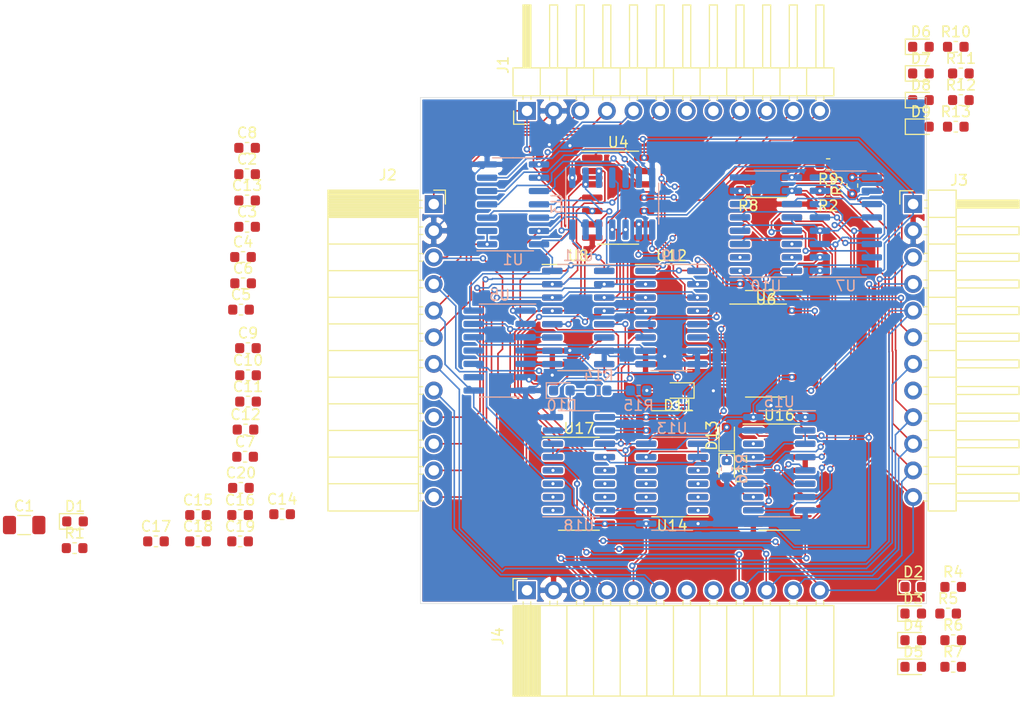
<source format=kicad_pcb>
(kicad_pcb (version 20171130) (host pcbnew 5.1.2)

  (general
    (thickness 1.6)
    (drawings 4)
    (tracks 1182)
    (zones 0)
    (modules 71)
    (nets 112)
  )

  (page A4)
  (layers
    (0 F.Cu signal)
    (31 B.Cu signal)
    (32 B.Adhes user)
    (33 F.Adhes user)
    (34 B.Paste user)
    (35 F.Paste user)
    (36 B.SilkS user)
    (37 F.SilkS user)
    (38 B.Mask user)
    (39 F.Mask user)
    (40 Dwgs.User user)
    (41 Cmts.User user)
    (42 Eco1.User user)
    (43 Eco2.User user)
    (44 Edge.Cuts user)
    (45 Margin user)
    (46 B.CrtYd user)
    (47 F.CrtYd user)
    (48 B.Fab user hide)
    (49 F.Fab user)
  )

  (setup
    (last_trace_width 0.1524)
    (trace_clearance 0.1524)
    (zone_clearance 0.1524)
    (zone_45_only no)
    (trace_min 0.1524)
    (via_size 0.6)
    (via_drill 0.3)
    (via_min_size 0.4)
    (via_min_drill 0.3)
    (uvia_size 0.3)
    (uvia_drill 0.1)
    (uvias_allowed no)
    (uvia_min_size 0.2)
    (uvia_min_drill 0.1)
    (edge_width 0.05)
    (segment_width 0.2)
    (pcb_text_width 0.3)
    (pcb_text_size 1.5 1.5)
    (mod_edge_width 0.12)
    (mod_text_size 1 1)
    (mod_text_width 0.15)
    (pad_size 1.524 1.524)
    (pad_drill 0.762)
    (pad_to_mask_clearance 0.051)
    (solder_mask_min_width 0.25)
    (aux_axis_origin 0 0)
    (visible_elements FFFFFF7F)
    (pcbplotparams
      (layerselection 0x010fc_ffffffff)
      (usegerberextensions false)
      (usegerberattributes false)
      (usegerberadvancedattributes false)
      (creategerberjobfile false)
      (excludeedgelayer true)
      (linewidth 0.100000)
      (plotframeref false)
      (viasonmask false)
      (mode 1)
      (useauxorigin false)
      (hpglpennumber 1)
      (hpglpenspeed 20)
      (hpglpendiameter 15.000000)
      (psnegative false)
      (psa4output false)
      (plotreference true)
      (plotvalue true)
      (plotinvisibletext false)
      (padsonsilk false)
      (subtractmaskfromsilk false)
      (outputformat 1)
      (mirror false)
      (drillshape 1)
      (scaleselection 1)
      (outputdirectory ""))
  )

  (net 0 "")
  (net 1 GND)
  (net 2 VCC)
  (net 3 "Net-(D1-Pad2)")
  (net 4 /LogicBlock/cfg29)
  (net 5 "Net-(D2-Pad2)")
  (net 6 "Net-(D3-Pad2)")
  (net 7 "Net-(D4-Pad2)")
  (net 8 "Net-(D5-Pad2)")
  (net 9 "Net-(D6-Pad1)")
  (net 10 "Net-(D6-Pad2)")
  (net 11 "Net-(D7-Pad1)")
  (net 12 "Net-(D7-Pad2)")
  (net 13 "Net-(D8-Pad2)")
  (net 14 /LogicBlock/LUTD/lut_in3_n)
  (net 15 /LogicBlock/LUTD/lut_b_en_n)
  (net 16 /LogicBlock/LUTD/lut_a_en_n)
  (net 17 /LogicBlock/LUTD/async_a)
  (net 18 /LogicBlock/LUTD/async_c)
  (net 19 /LogicBlock/LUTD/async_b)
  (net 20 /fabric_t3)
  (net 21 /fabric_t2)
  (net 22 /fabric_t1)
  (net 23 /fabric_t0)
  (net 24 "Net-(J1-Pad8)")
  (net 25 "Net-(J1-Pad7)")
  (net 26 /LogicBlock/isp_mosi)
  (net 27 /LogicBlock/isp_sck)
  (net 28 /LogicBlock/rst_n)
  (net 29 /LogicBlock/clk)
  (net 30 /fabric_l0)
  (net 31 /fabric_l1)
  (net 32 /fabric_l2)
  (net 33 /fabric_l3)
  (net 34 /LogicBlock/isp_miso)
  (net 35 "Net-(J3-Pad8)")
  (net 36 /fabric_b2)
  (net 37 /fabric_b1)
  (net 38 /fabric_b0)
  (net 39 "Net-(J4-Pad8)")
  (net 40 "Net-(R2-Pad2)")
  (net 41 /LogicBlock/lut_out_a)
  (net 42 /LogicBlock/lut_out_c)
  (net 43 /LogicBlock/lut_out_b)
  (net 44 /LogicBlock/lut_out_b_async)
  (net 45 "Net-(R8-Pad2)")
  (net 46 /LogicBlock/cfg28)
  (net 47 /LogicBlock/cfg0)
  (net 48 /LogicBlock/cfg1)
  (net 49 /LogicBlock/cfg2)
  (net 50 /LogicBlock/cfg3)
  (net 51 /LogicBlock/cfg4)
  (net 52 /LogicBlock/cfg5)
  (net 53 /LogicBlock/cfg6)
  (net 54 /LogicBlock/cfg7)
  (net 55 /LogicBlock/cfg15)
  (net 56 /LogicBlock/cfg16)
  (net 57 /LogicBlock/cfg17)
  (net 58 /LogicBlock/cfg18)
  (net 59 /LogicBlock/cfg19)
  (net 60 /LogicBlock/cfg20)
  (net 61 /LogicBlock/cfg21)
  (net 62 /LogicBlock/cfg22)
  (net 63 /LogicBlock/cfg23)
  (net 64 /LogicBlock/cfg14)
  (net 65 /LogicBlock/cfg13)
  (net 66 /LogicBlock/cfg12)
  (net 67 /LogicBlock/cfg11)
  (net 68 /LogicBlock/cfg10)
  (net 69 /LogicBlock/cfg9)
  (net 70 /LogicBlock/cfg8)
  (net 71 /LogicBlock/cfg30)
  (net 72 /LogicBlock/cfg27)
  (net 73 /LogicBlock/cfg26)
  (net 74 /LogicBlock/cfg25)
  (net 75 /LogicBlock/cfg24)
  (net 76 /LogicBlock/lut_in0)
  (net 77 /LogicBlock/lut_in2)
  (net 78 /LogicBlock/lut_in1)
  (net 79 /LogicBlock/lut_in3)
  (net 80 "Net-(U13-Pad12)")
  (net 81 "Net-(U13-Pad11)")
  (net 82 "Net-(U13-Pad10)")
  (net 83 "Net-(U13-Pad6)")
  (net 84 "Net-(U13-Pad5)")
  (net 85 "Net-(U13-Pad4)")
  (net 86 "Net-(U13-Pad3)")
  (net 87 "Net-(U14-Pad6)")
  (net 88 /LogicBlock/LUTD/sync_a)
  (net 89 /LogicBlock/LUTD/sync_c)
  (net 90 /LogicBlock/LUTD/sync_b)
  (net 91 "Net-(U16-Pad15)")
  (net 92 "Net-(U16-Pad12)")
  (net 93 "Net-(U16-Pad10)")
  (net 94 "Net-(U17-Pad3)")
  (net 95 "Net-(U17-Pad4)")
  (net 96 "Net-(U17-Pad5)")
  (net 97 "Net-(U17-Pad6)")
  (net 98 "Net-(U17-Pad10)")
  (net 99 "Net-(U17-Pad11)")
  (net 100 "Net-(U17-Pad12)")
  (net 101 "Net-(U18-Pad6)")
  (net 102 "Net-(D8-Pad1)")
  (net 103 "Net-(D9-Pad2)")
  (net 104 "Net-(R3-Pad2)")
  (net 105 "Net-(R9-Pad2)")
  (net 106 /fabric_b3)
  (net 107 /LogicBlock/cfgX)
  (net 108 "Net-(U13-Pad1)")
  (net 109 /LogicBlock/cfgLO)
  (net 110 /miso)
  (net 111 /mosi_d)

  (net_class Default "This is the default net class."
    (clearance 0.1524)
    (trace_width 0.1524)
    (via_dia 0.6)
    (via_drill 0.3)
    (uvia_dia 0.3)
    (uvia_drill 0.1)
    (add_net /LogicBlock/LUTD/async_a)
    (add_net /LogicBlock/LUTD/async_b)
    (add_net /LogicBlock/LUTD/async_c)
    (add_net /LogicBlock/LUTD/lut_a_en_n)
    (add_net /LogicBlock/LUTD/lut_b_en_n)
    (add_net /LogicBlock/LUTD/lut_in3_n)
    (add_net /LogicBlock/LUTD/sync_a)
    (add_net /LogicBlock/LUTD/sync_b)
    (add_net /LogicBlock/LUTD/sync_c)
    (add_net /LogicBlock/cfg0)
    (add_net /LogicBlock/cfg1)
    (add_net /LogicBlock/cfg10)
    (add_net /LogicBlock/cfg11)
    (add_net /LogicBlock/cfg12)
    (add_net /LogicBlock/cfg13)
    (add_net /LogicBlock/cfg14)
    (add_net /LogicBlock/cfg15)
    (add_net /LogicBlock/cfg16)
    (add_net /LogicBlock/cfg17)
    (add_net /LogicBlock/cfg18)
    (add_net /LogicBlock/cfg19)
    (add_net /LogicBlock/cfg2)
    (add_net /LogicBlock/cfg20)
    (add_net /LogicBlock/cfg21)
    (add_net /LogicBlock/cfg22)
    (add_net /LogicBlock/cfg23)
    (add_net /LogicBlock/cfg24)
    (add_net /LogicBlock/cfg25)
    (add_net /LogicBlock/cfg26)
    (add_net /LogicBlock/cfg27)
    (add_net /LogicBlock/cfg28)
    (add_net /LogicBlock/cfg29)
    (add_net /LogicBlock/cfg3)
    (add_net /LogicBlock/cfg30)
    (add_net /LogicBlock/cfg4)
    (add_net /LogicBlock/cfg5)
    (add_net /LogicBlock/cfg6)
    (add_net /LogicBlock/cfg7)
    (add_net /LogicBlock/cfg8)
    (add_net /LogicBlock/cfg9)
    (add_net /LogicBlock/cfgLO)
    (add_net /LogicBlock/cfgX)
    (add_net /LogicBlock/clk)
    (add_net /LogicBlock/isp_miso)
    (add_net /LogicBlock/isp_mosi)
    (add_net /LogicBlock/isp_sck)
    (add_net /LogicBlock/lut_in0)
    (add_net /LogicBlock/lut_in1)
    (add_net /LogicBlock/lut_in2)
    (add_net /LogicBlock/lut_in3)
    (add_net /LogicBlock/lut_out_a)
    (add_net /LogicBlock/lut_out_b)
    (add_net /LogicBlock/lut_out_b_async)
    (add_net /LogicBlock/lut_out_c)
    (add_net /LogicBlock/rst_n)
    (add_net /fabric_b0)
    (add_net /fabric_b1)
    (add_net /fabric_b2)
    (add_net /fabric_b3)
    (add_net /fabric_l0)
    (add_net /fabric_l1)
    (add_net /fabric_l2)
    (add_net /fabric_l3)
    (add_net /fabric_t0)
    (add_net /fabric_t1)
    (add_net /fabric_t2)
    (add_net /fabric_t3)
    (add_net /miso)
    (add_net /mosi_d)
    (add_net GND)
    (add_net "Net-(D1-Pad2)")
    (add_net "Net-(D2-Pad2)")
    (add_net "Net-(D3-Pad2)")
    (add_net "Net-(D4-Pad2)")
    (add_net "Net-(D5-Pad2)")
    (add_net "Net-(D6-Pad1)")
    (add_net "Net-(D6-Pad2)")
    (add_net "Net-(D7-Pad1)")
    (add_net "Net-(D7-Pad2)")
    (add_net "Net-(D8-Pad1)")
    (add_net "Net-(D8-Pad2)")
    (add_net "Net-(D9-Pad2)")
    (add_net "Net-(J1-Pad7)")
    (add_net "Net-(J1-Pad8)")
    (add_net "Net-(J3-Pad8)")
    (add_net "Net-(J4-Pad8)")
    (add_net "Net-(R2-Pad2)")
    (add_net "Net-(R3-Pad2)")
    (add_net "Net-(R8-Pad2)")
    (add_net "Net-(R9-Pad2)")
    (add_net "Net-(U13-Pad1)")
    (add_net "Net-(U13-Pad10)")
    (add_net "Net-(U13-Pad11)")
    (add_net "Net-(U13-Pad12)")
    (add_net "Net-(U13-Pad3)")
    (add_net "Net-(U13-Pad4)")
    (add_net "Net-(U13-Pad5)")
    (add_net "Net-(U13-Pad6)")
    (add_net "Net-(U14-Pad6)")
    (add_net "Net-(U16-Pad10)")
    (add_net "Net-(U16-Pad12)")
    (add_net "Net-(U16-Pad15)")
    (add_net "Net-(U17-Pad10)")
    (add_net "Net-(U17-Pad11)")
    (add_net "Net-(U17-Pad12)")
    (add_net "Net-(U17-Pad3)")
    (add_net "Net-(U17-Pad4)")
    (add_net "Net-(U17-Pad5)")
    (add_net "Net-(U17-Pad6)")
    (add_net "Net-(U18-Pad6)")
    (add_net VCC)
  )

  (module Package_SO:SOIC-16_3.9x9.9mm_P1.27mm (layer F.Cu) (tedit 5C97300E) (tstamp 5CF7D198)
    (at 223.33346 64.15788)
    (descr "SOIC, 16 Pin (JEDEC MS-012AC, https://www.analog.com/media/en/package-pcb-resources/package/pkg_pdf/soic_narrow-r/r_16.pdf), generated with kicad-footprint-generator ipc_gullwing_generator.py")
    (tags "SOIC SO")
    (path /5D77FDBE/5DDDB233)
    (attr smd)
    (fp_text reference U8 (at 0 -5.9) (layer F.SilkS)
      (effects (font (size 1 1) (thickness 0.15)))
    )
    (fp_text value 74251 (at 0 5.9) (layer F.Fab)
      (effects (font (size 1 1) (thickness 0.15)))
    )
    (fp_line (start 0 5.06) (end 1.95 5.06) (layer F.SilkS) (width 0.12))
    (fp_line (start 0 5.06) (end -1.95 5.06) (layer F.SilkS) (width 0.12))
    (fp_line (start 0 -5.06) (end 1.95 -5.06) (layer F.SilkS) (width 0.12))
    (fp_line (start 0 -5.06) (end -3.45 -5.06) (layer F.SilkS) (width 0.12))
    (fp_line (start -0.975 -4.95) (end 1.95 -4.95) (layer F.Fab) (width 0.1))
    (fp_line (start 1.95 -4.95) (end 1.95 4.95) (layer F.Fab) (width 0.1))
    (fp_line (start 1.95 4.95) (end -1.95 4.95) (layer F.Fab) (width 0.1))
    (fp_line (start -1.95 4.95) (end -1.95 -3.975) (layer F.Fab) (width 0.1))
    (fp_line (start -1.95 -3.975) (end -0.975 -4.95) (layer F.Fab) (width 0.1))
    (fp_line (start -3.7 -5.2) (end -3.7 5.2) (layer F.CrtYd) (width 0.05))
    (fp_line (start -3.7 5.2) (end 3.7 5.2) (layer F.CrtYd) (width 0.05))
    (fp_line (start 3.7 5.2) (end 3.7 -5.2) (layer F.CrtYd) (width 0.05))
    (fp_line (start 3.7 -5.2) (end -3.7 -5.2) (layer F.CrtYd) (width 0.05))
    (fp_text user %R (at 0 0) (layer F.Fab)
      (effects (font (size 0.98 0.98) (thickness 0.15)))
    )
    (pad 1 smd roundrect (at -2.475 -4.445) (size 1.95 0.6) (layers F.Cu F.Paste F.Mask) (roundrect_rratio 0.25)
      (net 32 /fabric_l2))
    (pad 2 smd roundrect (at -2.475 -3.175) (size 1.95 0.6) (layers F.Cu F.Paste F.Mask) (roundrect_rratio 0.25)
      (net 33 /fabric_l3))
    (pad 3 smd roundrect (at -2.475 -1.905) (size 1.95 0.6) (layers F.Cu F.Paste F.Mask) (roundrect_rratio 0.25)
      (net 30 /fabric_l0))
    (pad 4 smd roundrect (at -2.475 -0.635) (size 1.95 0.6) (layers F.Cu F.Paste F.Mask) (roundrect_rratio 0.25)
      (net 36 /fabric_b2))
    (pad 5 smd roundrect (at -2.475 0.635) (size 1.95 0.6) (layers F.Cu F.Paste F.Mask) (roundrect_rratio 0.25)
      (net 76 /LogicBlock/lut_in0))
    (pad 6 smd roundrect (at -2.475 1.905) (size 1.95 0.6) (layers F.Cu F.Paste F.Mask) (roundrect_rratio 0.25)
      (net 9 "Net-(D6-Pad1)"))
    (pad 7 smd roundrect (at -2.475 3.175) (size 1.95 0.6) (layers F.Cu F.Paste F.Mask) (roundrect_rratio 0.25)
      (net 1 GND))
    (pad 8 smd roundrect (at -2.475 4.445) (size 1.95 0.6) (layers F.Cu F.Paste F.Mask) (roundrect_rratio 0.25)
      (net 1 GND))
    (pad 9 smd roundrect (at 2.475 4.445) (size 1.95 0.6) (layers F.Cu F.Paste F.Mask) (roundrect_rratio 0.25)
      (net 59 /LogicBlock/cfg19))
    (pad 10 smd roundrect (at 2.475 3.175) (size 1.95 0.6) (layers F.Cu F.Paste F.Mask) (roundrect_rratio 0.25)
      (net 67 /LogicBlock/cfg11))
    (pad 11 smd roundrect (at 2.475 1.905) (size 1.95 0.6) (layers F.Cu F.Paste F.Mask) (roundrect_rratio 0.25)
      (net 66 /LogicBlock/cfg12))
    (pad 12 smd roundrect (at 2.475 0.635) (size 1.95 0.6) (layers F.Cu F.Paste F.Mask) (roundrect_rratio 0.25)
      (net 23 /fabric_t0))
    (pad 13 smd roundrect (at 2.475 -0.635) (size 1.95 0.6) (layers F.Cu F.Paste F.Mask) (roundrect_rratio 0.25)
      (net 38 /fabric_b0))
    (pad 14 smd roundrect (at 2.475 -1.905) (size 1.95 0.6) (layers F.Cu F.Paste F.Mask) (roundrect_rratio 0.25)
      (net 37 /fabric_b1))
    (pad 15 smd roundrect (at 2.475 -3.175) (size 1.95 0.6) (layers F.Cu F.Paste F.Mask) (roundrect_rratio 0.25)
      (net 31 /fabric_l1))
    (pad 16 smd roundrect (at 2.475 -4.445) (size 1.95 0.6) (layers F.Cu F.Paste F.Mask) (roundrect_rratio 0.25)
      (net 2 VCC))
    (model ${KISYS3DMOD}/Package_SO.3dshapes/SOIC-16_3.9x9.9mm_P1.27mm.wrl
      (at (xyz 0 0 0))
      (scale (xyz 1 1 1))
      (rotate (xyz 0 0 0))
    )
  )

  (module Capacitor_SMD:C_0603_1608Metric (layer F.Cu) (tedit 5B301BBE) (tstamp 5CF2C299)
    (at 191.747021 50.486541)
    (descr "Capacitor SMD 0603 (1608 Metric), square (rectangular) end terminal, IPC_7351 nominal, (Body size source: http://www.tortai-tech.com/upload/download/2011102023233369053.pdf), generated with kicad-footprint-generator")
    (tags capacitor)
    (path /5D77FDBE/5D1457D8)
    (attr smd)
    (fp_text reference C2 (at 0 -1.43) (layer F.SilkS)
      (effects (font (size 1 1) (thickness 0.15)))
    )
    (fp_text value 100n (at 0 1.43) (layer F.Fab)
      (effects (font (size 1 1) (thickness 0.15)))
    )
    (fp_text user %R (at 0 0) (layer F.Fab)
      (effects (font (size 0.4 0.4) (thickness 0.06)))
    )
    (fp_line (start 1.48 0.73) (end -1.48 0.73) (layer F.CrtYd) (width 0.05))
    (fp_line (start 1.48 -0.73) (end 1.48 0.73) (layer F.CrtYd) (width 0.05))
    (fp_line (start -1.48 -0.73) (end 1.48 -0.73) (layer F.CrtYd) (width 0.05))
    (fp_line (start -1.48 0.73) (end -1.48 -0.73) (layer F.CrtYd) (width 0.05))
    (fp_line (start -0.162779 0.51) (end 0.162779 0.51) (layer F.SilkS) (width 0.12))
    (fp_line (start -0.162779 -0.51) (end 0.162779 -0.51) (layer F.SilkS) (width 0.12))
    (fp_line (start 0.8 0.4) (end -0.8 0.4) (layer F.Fab) (width 0.1))
    (fp_line (start 0.8 -0.4) (end 0.8 0.4) (layer F.Fab) (width 0.1))
    (fp_line (start -0.8 -0.4) (end 0.8 -0.4) (layer F.Fab) (width 0.1))
    (fp_line (start -0.8 0.4) (end -0.8 -0.4) (layer F.Fab) (width 0.1))
    (pad 2 smd roundrect (at 0.7875 0) (size 0.875 0.95) (layers F.Cu F.Paste F.Mask) (roundrect_rratio 0.25)
      (net 1 GND))
    (pad 1 smd roundrect (at -0.7875 0) (size 0.875 0.95) (layers F.Cu F.Paste F.Mask) (roundrect_rratio 0.25)
      (net 2 VCC))
    (model ${KISYS3DMOD}/Capacitor_SMD.3dshapes/C_0603_1608Metric.wrl
      (at (xyz 0 0 0))
      (scale (xyz 1 1 1))
      (rotate (xyz 0 0 0))
    )
  )

  (module Capacitor_SMD:C_0603_1608Metric (layer F.Cu) (tedit 5B301BBE) (tstamp 5CF2C2AA)
    (at 191.747021 55.506541)
    (descr "Capacitor SMD 0603 (1608 Metric), square (rectangular) end terminal, IPC_7351 nominal, (Body size source: http://www.tortai-tech.com/upload/download/2011102023233369053.pdf), generated with kicad-footprint-generator")
    (tags capacitor)
    (path /5D77FDBE/5D14873A)
    (attr smd)
    (fp_text reference C3 (at 0 -1.43) (layer F.SilkS)
      (effects (font (size 1 1) (thickness 0.15)))
    )
    (fp_text value 100n (at 0 1.43) (layer F.Fab)
      (effects (font (size 1 1) (thickness 0.15)))
    )
    (fp_text user %R (at 0 0) (layer F.Fab)
      (effects (font (size 0.4 0.4) (thickness 0.06)))
    )
    (fp_line (start 1.48 0.73) (end -1.48 0.73) (layer F.CrtYd) (width 0.05))
    (fp_line (start 1.48 -0.73) (end 1.48 0.73) (layer F.CrtYd) (width 0.05))
    (fp_line (start -1.48 -0.73) (end 1.48 -0.73) (layer F.CrtYd) (width 0.05))
    (fp_line (start -1.48 0.73) (end -1.48 -0.73) (layer F.CrtYd) (width 0.05))
    (fp_line (start -0.162779 0.51) (end 0.162779 0.51) (layer F.SilkS) (width 0.12))
    (fp_line (start -0.162779 -0.51) (end 0.162779 -0.51) (layer F.SilkS) (width 0.12))
    (fp_line (start 0.8 0.4) (end -0.8 0.4) (layer F.Fab) (width 0.1))
    (fp_line (start 0.8 -0.4) (end 0.8 0.4) (layer F.Fab) (width 0.1))
    (fp_line (start -0.8 -0.4) (end 0.8 -0.4) (layer F.Fab) (width 0.1))
    (fp_line (start -0.8 0.4) (end -0.8 -0.4) (layer F.Fab) (width 0.1))
    (pad 2 smd roundrect (at 0.7875 0) (size 0.875 0.95) (layers F.Cu F.Paste F.Mask) (roundrect_rratio 0.25)
      (net 1 GND))
    (pad 1 smd roundrect (at -0.7875 0) (size 0.875 0.95) (layers F.Cu F.Paste F.Mask) (roundrect_rratio 0.25)
      (net 2 VCC))
    (model ${KISYS3DMOD}/Capacitor_SMD.3dshapes/C_0603_1608Metric.wrl
      (at (xyz 0 0 0))
      (scale (xyz 1 1 1))
      (rotate (xyz 0 0 0))
    )
  )

  (module Capacitor_SMD:C_0603_1608Metric (layer F.Cu) (tedit 5B301BBE) (tstamp 5CF2C2BB)
    (at 191.357021 58.386541)
    (descr "Capacitor SMD 0603 (1608 Metric), square (rectangular) end terminal, IPC_7351 nominal, (Body size source: http://www.tortai-tech.com/upload/download/2011102023233369053.pdf), generated with kicad-footprint-generator")
    (tags capacitor)
    (path /5D77FDBE/5D148C32)
    (attr smd)
    (fp_text reference C4 (at 0 -1.43) (layer F.SilkS)
      (effects (font (size 1 1) (thickness 0.15)))
    )
    (fp_text value 100n (at 0 1.43) (layer F.Fab)
      (effects (font (size 1 1) (thickness 0.15)))
    )
    (fp_line (start -0.8 0.4) (end -0.8 -0.4) (layer F.Fab) (width 0.1))
    (fp_line (start -0.8 -0.4) (end 0.8 -0.4) (layer F.Fab) (width 0.1))
    (fp_line (start 0.8 -0.4) (end 0.8 0.4) (layer F.Fab) (width 0.1))
    (fp_line (start 0.8 0.4) (end -0.8 0.4) (layer F.Fab) (width 0.1))
    (fp_line (start -0.162779 -0.51) (end 0.162779 -0.51) (layer F.SilkS) (width 0.12))
    (fp_line (start -0.162779 0.51) (end 0.162779 0.51) (layer F.SilkS) (width 0.12))
    (fp_line (start -1.48 0.73) (end -1.48 -0.73) (layer F.CrtYd) (width 0.05))
    (fp_line (start -1.48 -0.73) (end 1.48 -0.73) (layer F.CrtYd) (width 0.05))
    (fp_line (start 1.48 -0.73) (end 1.48 0.73) (layer F.CrtYd) (width 0.05))
    (fp_line (start 1.48 0.73) (end -1.48 0.73) (layer F.CrtYd) (width 0.05))
    (fp_text user %R (at 0 0) (layer F.Fab)
      (effects (font (size 0.4 0.4) (thickness 0.06)))
    )
    (pad 1 smd roundrect (at -0.7875 0) (size 0.875 0.95) (layers F.Cu F.Paste F.Mask) (roundrect_rratio 0.25)
      (net 2 VCC))
    (pad 2 smd roundrect (at 0.7875 0) (size 0.875 0.95) (layers F.Cu F.Paste F.Mask) (roundrect_rratio 0.25)
      (net 1 GND))
    (model ${KISYS3DMOD}/Capacitor_SMD.3dshapes/C_0603_1608Metric.wrl
      (at (xyz 0 0 0))
      (scale (xyz 1 1 1))
      (rotate (xyz 0 0 0))
    )
  )

  (module Capacitor_SMD:C_0603_1608Metric (layer F.Cu) (tedit 5B301BBE) (tstamp 5CF2C2CC)
    (at 191.167021 63.406541)
    (descr "Capacitor SMD 0603 (1608 Metric), square (rectangular) end terminal, IPC_7351 nominal, (Body size source: http://www.tortai-tech.com/upload/download/2011102023233369053.pdf), generated with kicad-footprint-generator")
    (tags capacitor)
    (path /5D77FDBE/5D1490B6)
    (attr smd)
    (fp_text reference C5 (at 0 -1.43) (layer F.SilkS)
      (effects (font (size 1 1) (thickness 0.15)))
    )
    (fp_text value 100n (at 0 1.43) (layer F.Fab)
      (effects (font (size 1 1) (thickness 0.15)))
    )
    (fp_text user %R (at 0 0) (layer F.Fab)
      (effects (font (size 0.4 0.4) (thickness 0.06)))
    )
    (fp_line (start 1.48 0.73) (end -1.48 0.73) (layer F.CrtYd) (width 0.05))
    (fp_line (start 1.48 -0.73) (end 1.48 0.73) (layer F.CrtYd) (width 0.05))
    (fp_line (start -1.48 -0.73) (end 1.48 -0.73) (layer F.CrtYd) (width 0.05))
    (fp_line (start -1.48 0.73) (end -1.48 -0.73) (layer F.CrtYd) (width 0.05))
    (fp_line (start -0.162779 0.51) (end 0.162779 0.51) (layer F.SilkS) (width 0.12))
    (fp_line (start -0.162779 -0.51) (end 0.162779 -0.51) (layer F.SilkS) (width 0.12))
    (fp_line (start 0.8 0.4) (end -0.8 0.4) (layer F.Fab) (width 0.1))
    (fp_line (start 0.8 -0.4) (end 0.8 0.4) (layer F.Fab) (width 0.1))
    (fp_line (start -0.8 -0.4) (end 0.8 -0.4) (layer F.Fab) (width 0.1))
    (fp_line (start -0.8 0.4) (end -0.8 -0.4) (layer F.Fab) (width 0.1))
    (pad 2 smd roundrect (at 0.7875 0) (size 0.875 0.95) (layers F.Cu F.Paste F.Mask) (roundrect_rratio 0.25)
      (net 1 GND))
    (pad 1 smd roundrect (at -0.7875 0) (size 0.875 0.95) (layers F.Cu F.Paste F.Mask) (roundrect_rratio 0.25)
      (net 2 VCC))
    (model ${KISYS3DMOD}/Capacitor_SMD.3dshapes/C_0603_1608Metric.wrl
      (at (xyz 0 0 0))
      (scale (xyz 1 1 1))
      (rotate (xyz 0 0 0))
    )
  )

  (module Capacitor_SMD:C_0603_1608Metric (layer F.Cu) (tedit 5B301BBE) (tstamp 5CF2C2DD)
    (at 191.367021 60.896541)
    (descr "Capacitor SMD 0603 (1608 Metric), square (rectangular) end terminal, IPC_7351 nominal, (Body size source: http://www.tortai-tech.com/upload/download/2011102023233369053.pdf), generated with kicad-footprint-generator")
    (tags capacitor)
    (path /5D77FDBE/5D25277D)
    (attr smd)
    (fp_text reference C6 (at 0 -1.43) (layer F.SilkS)
      (effects (font (size 1 1) (thickness 0.15)))
    )
    (fp_text value 100n (at 0 1.43) (layer F.Fab)
      (effects (font (size 1 1) (thickness 0.15)))
    )
    (fp_line (start -0.8 0.4) (end -0.8 -0.4) (layer F.Fab) (width 0.1))
    (fp_line (start -0.8 -0.4) (end 0.8 -0.4) (layer F.Fab) (width 0.1))
    (fp_line (start 0.8 -0.4) (end 0.8 0.4) (layer F.Fab) (width 0.1))
    (fp_line (start 0.8 0.4) (end -0.8 0.4) (layer F.Fab) (width 0.1))
    (fp_line (start -0.162779 -0.51) (end 0.162779 -0.51) (layer F.SilkS) (width 0.12))
    (fp_line (start -0.162779 0.51) (end 0.162779 0.51) (layer F.SilkS) (width 0.12))
    (fp_line (start -1.48 0.73) (end -1.48 -0.73) (layer F.CrtYd) (width 0.05))
    (fp_line (start -1.48 -0.73) (end 1.48 -0.73) (layer F.CrtYd) (width 0.05))
    (fp_line (start 1.48 -0.73) (end 1.48 0.73) (layer F.CrtYd) (width 0.05))
    (fp_line (start 1.48 0.73) (end -1.48 0.73) (layer F.CrtYd) (width 0.05))
    (fp_text user %R (at 0 0) (layer F.Fab)
      (effects (font (size 0.4 0.4) (thickness 0.06)))
    )
    (pad 1 smd roundrect (at -0.7875 0) (size 0.875 0.95) (layers F.Cu F.Paste F.Mask) (roundrect_rratio 0.25)
      (net 2 VCC))
    (pad 2 smd roundrect (at 0.7875 0) (size 0.875 0.95) (layers F.Cu F.Paste F.Mask) (roundrect_rratio 0.25)
      (net 1 GND))
    (model ${KISYS3DMOD}/Capacitor_SMD.3dshapes/C_0603_1608Metric.wrl
      (at (xyz 0 0 0))
      (scale (xyz 1 1 1))
      (rotate (xyz 0 0 0))
    )
  )

  (module Capacitor_SMD:C_0603_1608Metric (layer F.Cu) (tedit 5B301BBE) (tstamp 5CF2C2EE)
    (at 191.557021 77.436541)
    (descr "Capacitor SMD 0603 (1608 Metric), square (rectangular) end terminal, IPC_7351 nominal, (Body size source: http://www.tortai-tech.com/upload/download/2011102023233369053.pdf), generated with kicad-footprint-generator")
    (tags capacitor)
    (path /5D77FDBE/5D252787)
    (attr smd)
    (fp_text reference C7 (at 0 -1.43) (layer F.SilkS)
      (effects (font (size 1 1) (thickness 0.15)))
    )
    (fp_text value 100n (at 0 1.43) (layer F.Fab)
      (effects (font (size 1 1) (thickness 0.15)))
    )
    (fp_text user %R (at 0 0) (layer F.Fab)
      (effects (font (size 0.4 0.4) (thickness 0.06)))
    )
    (fp_line (start 1.48 0.73) (end -1.48 0.73) (layer F.CrtYd) (width 0.05))
    (fp_line (start 1.48 -0.73) (end 1.48 0.73) (layer F.CrtYd) (width 0.05))
    (fp_line (start -1.48 -0.73) (end 1.48 -0.73) (layer F.CrtYd) (width 0.05))
    (fp_line (start -1.48 0.73) (end -1.48 -0.73) (layer F.CrtYd) (width 0.05))
    (fp_line (start -0.162779 0.51) (end 0.162779 0.51) (layer F.SilkS) (width 0.12))
    (fp_line (start -0.162779 -0.51) (end 0.162779 -0.51) (layer F.SilkS) (width 0.12))
    (fp_line (start 0.8 0.4) (end -0.8 0.4) (layer F.Fab) (width 0.1))
    (fp_line (start 0.8 -0.4) (end 0.8 0.4) (layer F.Fab) (width 0.1))
    (fp_line (start -0.8 -0.4) (end 0.8 -0.4) (layer F.Fab) (width 0.1))
    (fp_line (start -0.8 0.4) (end -0.8 -0.4) (layer F.Fab) (width 0.1))
    (pad 2 smd roundrect (at 0.7875 0) (size 0.875 0.95) (layers F.Cu F.Paste F.Mask) (roundrect_rratio 0.25)
      (net 1 GND))
    (pad 1 smd roundrect (at -0.7875 0) (size 0.875 0.95) (layers F.Cu F.Paste F.Mask) (roundrect_rratio 0.25)
      (net 2 VCC))
    (model ${KISYS3DMOD}/Capacitor_SMD.3dshapes/C_0603_1608Metric.wrl
      (at (xyz 0 0 0))
      (scale (xyz 1 1 1))
      (rotate (xyz 0 0 0))
    )
  )

  (module Capacitor_SMD:C_0603_1608Metric (layer F.Cu) (tedit 5B301BBE) (tstamp 5CF2C2FF)
    (at 191.747021 47.976541)
    (descr "Capacitor SMD 0603 (1608 Metric), square (rectangular) end terminal, IPC_7351 nominal, (Body size source: http://www.tortai-tech.com/upload/download/2011102023233369053.pdf), generated with kicad-footprint-generator")
    (tags capacitor)
    (path /5D77FDBE/5D252791)
    (attr smd)
    (fp_text reference C8 (at 0 -1.43) (layer F.SilkS)
      (effects (font (size 1 1) (thickness 0.15)))
    )
    (fp_text value 100n (at 0 1.43) (layer F.Fab)
      (effects (font (size 1 1) (thickness 0.15)))
    )
    (fp_line (start -0.8 0.4) (end -0.8 -0.4) (layer F.Fab) (width 0.1))
    (fp_line (start -0.8 -0.4) (end 0.8 -0.4) (layer F.Fab) (width 0.1))
    (fp_line (start 0.8 -0.4) (end 0.8 0.4) (layer F.Fab) (width 0.1))
    (fp_line (start 0.8 0.4) (end -0.8 0.4) (layer F.Fab) (width 0.1))
    (fp_line (start -0.162779 -0.51) (end 0.162779 -0.51) (layer F.SilkS) (width 0.12))
    (fp_line (start -0.162779 0.51) (end 0.162779 0.51) (layer F.SilkS) (width 0.12))
    (fp_line (start -1.48 0.73) (end -1.48 -0.73) (layer F.CrtYd) (width 0.05))
    (fp_line (start -1.48 -0.73) (end 1.48 -0.73) (layer F.CrtYd) (width 0.05))
    (fp_line (start 1.48 -0.73) (end 1.48 0.73) (layer F.CrtYd) (width 0.05))
    (fp_line (start 1.48 0.73) (end -1.48 0.73) (layer F.CrtYd) (width 0.05))
    (fp_text user %R (at 0 0) (layer F.Fab)
      (effects (font (size 0.4 0.4) (thickness 0.06)))
    )
    (pad 1 smd roundrect (at -0.7875 0) (size 0.875 0.95) (layers F.Cu F.Paste F.Mask) (roundrect_rratio 0.25)
      (net 2 VCC))
    (pad 2 smd roundrect (at 0.7875 0) (size 0.875 0.95) (layers F.Cu F.Paste F.Mask) (roundrect_rratio 0.25)
      (net 1 GND))
    (model ${KISYS3DMOD}/Capacitor_SMD.3dshapes/C_0603_1608Metric.wrl
      (at (xyz 0 0 0))
      (scale (xyz 1 1 1))
      (rotate (xyz 0 0 0))
    )
  )

  (module Capacitor_SMD:C_0603_1608Metric (layer F.Cu) (tedit 5B301BBE) (tstamp 5CF2C310)
    (at 191.82852 67.076541)
    (descr "Capacitor SMD 0603 (1608 Metric), square (rectangular) end terminal, IPC_7351 nominal, (Body size source: http://www.tortai-tech.com/upload/download/2011102023233369053.pdf), generated with kicad-footprint-generator")
    (tags capacitor)
    (path /5D77FDBE/5D25279B)
    (attr smd)
    (fp_text reference C9 (at 0 -1.43) (layer F.SilkS)
      (effects (font (size 1 1) (thickness 0.15)))
    )
    (fp_text value 100n (at 0 1.43) (layer F.Fab)
      (effects (font (size 1 1) (thickness 0.15)))
    )
    (fp_text user %R (at 0 0) (layer F.Fab)
      (effects (font (size 0.4 0.4) (thickness 0.06)))
    )
    (fp_line (start 1.48 0.73) (end -1.48 0.73) (layer F.CrtYd) (width 0.05))
    (fp_line (start 1.48 -0.73) (end 1.48 0.73) (layer F.CrtYd) (width 0.05))
    (fp_line (start -1.48 -0.73) (end 1.48 -0.73) (layer F.CrtYd) (width 0.05))
    (fp_line (start -1.48 0.73) (end -1.48 -0.73) (layer F.CrtYd) (width 0.05))
    (fp_line (start -0.162779 0.51) (end 0.162779 0.51) (layer F.SilkS) (width 0.12))
    (fp_line (start -0.162779 -0.51) (end 0.162779 -0.51) (layer F.SilkS) (width 0.12))
    (fp_line (start 0.8 0.4) (end -0.8 0.4) (layer F.Fab) (width 0.1))
    (fp_line (start 0.8 -0.4) (end 0.8 0.4) (layer F.Fab) (width 0.1))
    (fp_line (start -0.8 -0.4) (end 0.8 -0.4) (layer F.Fab) (width 0.1))
    (fp_line (start -0.8 0.4) (end -0.8 -0.4) (layer F.Fab) (width 0.1))
    (pad 2 smd roundrect (at 0.7875 0) (size 0.875 0.95) (layers F.Cu F.Paste F.Mask) (roundrect_rratio 0.25)
      (net 1 GND))
    (pad 1 smd roundrect (at -0.7875 0) (size 0.875 0.95) (layers F.Cu F.Paste F.Mask) (roundrect_rratio 0.25)
      (net 2 VCC))
    (model ${KISYS3DMOD}/Capacitor_SMD.3dshapes/C_0603_1608Metric.wrl
      (at (xyz 0 0 0))
      (scale (xyz 1 1 1))
      (rotate (xyz 0 0 0))
    )
  )

  (module Capacitor_SMD:C_0603_1608Metric (layer F.Cu) (tedit 5B301BBE) (tstamp 5CF2C321)
    (at 191.837021 69.666541)
    (descr "Capacitor SMD 0603 (1608 Metric), square (rectangular) end terminal, IPC_7351 nominal, (Body size source: http://www.tortai-tech.com/upload/download/2011102023233369053.pdf), generated with kicad-footprint-generator")
    (tags capacitor)
    (path /5D77FDBE/5D28B2CB)
    (attr smd)
    (fp_text reference C10 (at 0 -1.43) (layer F.SilkS)
      (effects (font (size 1 1) (thickness 0.15)))
    )
    (fp_text value 100n (at 0 1.43) (layer F.Fab)
      (effects (font (size 1 1) (thickness 0.15)))
    )
    (fp_line (start -0.8 0.4) (end -0.8 -0.4) (layer F.Fab) (width 0.1))
    (fp_line (start -0.8 -0.4) (end 0.8 -0.4) (layer F.Fab) (width 0.1))
    (fp_line (start 0.8 -0.4) (end 0.8 0.4) (layer F.Fab) (width 0.1))
    (fp_line (start 0.8 0.4) (end -0.8 0.4) (layer F.Fab) (width 0.1))
    (fp_line (start -0.162779 -0.51) (end 0.162779 -0.51) (layer F.SilkS) (width 0.12))
    (fp_line (start -0.162779 0.51) (end 0.162779 0.51) (layer F.SilkS) (width 0.12))
    (fp_line (start -1.48 0.73) (end -1.48 -0.73) (layer F.CrtYd) (width 0.05))
    (fp_line (start -1.48 -0.73) (end 1.48 -0.73) (layer F.CrtYd) (width 0.05))
    (fp_line (start 1.48 -0.73) (end 1.48 0.73) (layer F.CrtYd) (width 0.05))
    (fp_line (start 1.48 0.73) (end -1.48 0.73) (layer F.CrtYd) (width 0.05))
    (fp_text user %R (at 0 0) (layer F.Fab)
      (effects (font (size 0.4 0.4) (thickness 0.06)))
    )
    (pad 1 smd roundrect (at -0.7875 0) (size 0.875 0.95) (layers F.Cu F.Paste F.Mask) (roundrect_rratio 0.25)
      (net 2 VCC))
    (pad 2 smd roundrect (at 0.7875 0) (size 0.875 0.95) (layers F.Cu F.Paste F.Mask) (roundrect_rratio 0.25)
      (net 1 GND))
    (model ${KISYS3DMOD}/Capacitor_SMD.3dshapes/C_0603_1608Metric.wrl
      (at (xyz 0 0 0))
      (scale (xyz 1 1 1))
      (rotate (xyz 0 0 0))
    )
  )

  (module Capacitor_SMD:C_0603_1608Metric (layer F.Cu) (tedit 5B301BBE) (tstamp 5CF2C332)
    (at 191.837021 72.176541)
    (descr "Capacitor SMD 0603 (1608 Metric), square (rectangular) end terminal, IPC_7351 nominal, (Body size source: http://www.tortai-tech.com/upload/download/2011102023233369053.pdf), generated with kicad-footprint-generator")
    (tags capacitor)
    (path /5D77FDBE/5D28B2D5)
    (attr smd)
    (fp_text reference C11 (at 0 -1.43) (layer F.SilkS)
      (effects (font (size 1 1) (thickness 0.15)))
    )
    (fp_text value 100n (at 0 1.43) (layer F.Fab)
      (effects (font (size 1 1) (thickness 0.15)))
    )
    (fp_text user %R (at 0 0) (layer F.Fab)
      (effects (font (size 0.4 0.4) (thickness 0.06)))
    )
    (fp_line (start 1.48 0.73) (end -1.48 0.73) (layer F.CrtYd) (width 0.05))
    (fp_line (start 1.48 -0.73) (end 1.48 0.73) (layer F.CrtYd) (width 0.05))
    (fp_line (start -1.48 -0.73) (end 1.48 -0.73) (layer F.CrtYd) (width 0.05))
    (fp_line (start -1.48 0.73) (end -1.48 -0.73) (layer F.CrtYd) (width 0.05))
    (fp_line (start -0.162779 0.51) (end 0.162779 0.51) (layer F.SilkS) (width 0.12))
    (fp_line (start -0.162779 -0.51) (end 0.162779 -0.51) (layer F.SilkS) (width 0.12))
    (fp_line (start 0.8 0.4) (end -0.8 0.4) (layer F.Fab) (width 0.1))
    (fp_line (start 0.8 -0.4) (end 0.8 0.4) (layer F.Fab) (width 0.1))
    (fp_line (start -0.8 -0.4) (end 0.8 -0.4) (layer F.Fab) (width 0.1))
    (fp_line (start -0.8 0.4) (end -0.8 -0.4) (layer F.Fab) (width 0.1))
    (pad 2 smd roundrect (at 0.7875 0) (size 0.875 0.95) (layers F.Cu F.Paste F.Mask) (roundrect_rratio 0.25)
      (net 1 GND))
    (pad 1 smd roundrect (at -0.7875 0) (size 0.875 0.95) (layers F.Cu F.Paste F.Mask) (roundrect_rratio 0.25)
      (net 2 VCC))
    (model ${KISYS3DMOD}/Capacitor_SMD.3dshapes/C_0603_1608Metric.wrl
      (at (xyz 0 0 0))
      (scale (xyz 1 1 1))
      (rotate (xyz 0 0 0))
    )
  )

  (module Capacitor_SMD:C_0603_1608Metric (layer F.Cu) (tedit 5B301BBE) (tstamp 5CF2C343)
    (at 191.597021 74.846541)
    (descr "Capacitor SMD 0603 (1608 Metric), square (rectangular) end terminal, IPC_7351 nominal, (Body size source: http://www.tortai-tech.com/upload/download/2011102023233369053.pdf), generated with kicad-footprint-generator")
    (tags capacitor)
    (path /5D77FDBE/5E74B4E0)
    (attr smd)
    (fp_text reference C12 (at 0 -1.43) (layer F.SilkS)
      (effects (font (size 1 1) (thickness 0.15)))
    )
    (fp_text value 100n (at 0 1.43) (layer F.Fab)
      (effects (font (size 1 1) (thickness 0.15)))
    )
    (fp_line (start -0.8 0.4) (end -0.8 -0.4) (layer F.Fab) (width 0.1))
    (fp_line (start -0.8 -0.4) (end 0.8 -0.4) (layer F.Fab) (width 0.1))
    (fp_line (start 0.8 -0.4) (end 0.8 0.4) (layer F.Fab) (width 0.1))
    (fp_line (start 0.8 0.4) (end -0.8 0.4) (layer F.Fab) (width 0.1))
    (fp_line (start -0.162779 -0.51) (end 0.162779 -0.51) (layer F.SilkS) (width 0.12))
    (fp_line (start -0.162779 0.51) (end 0.162779 0.51) (layer F.SilkS) (width 0.12))
    (fp_line (start -1.48 0.73) (end -1.48 -0.73) (layer F.CrtYd) (width 0.05))
    (fp_line (start -1.48 -0.73) (end 1.48 -0.73) (layer F.CrtYd) (width 0.05))
    (fp_line (start 1.48 -0.73) (end 1.48 0.73) (layer F.CrtYd) (width 0.05))
    (fp_line (start 1.48 0.73) (end -1.48 0.73) (layer F.CrtYd) (width 0.05))
    (fp_text user %R (at 0 0) (layer F.Fab)
      (effects (font (size 0.4 0.4) (thickness 0.06)))
    )
    (pad 1 smd roundrect (at -0.7875 0) (size 0.875 0.95) (layers F.Cu F.Paste F.Mask) (roundrect_rratio 0.25)
      (net 2 VCC))
    (pad 2 smd roundrect (at 0.7875 0) (size 0.875 0.95) (layers F.Cu F.Paste F.Mask) (roundrect_rratio 0.25)
      (net 1 GND))
    (model ${KISYS3DMOD}/Capacitor_SMD.3dshapes/C_0603_1608Metric.wrl
      (at (xyz 0 0 0))
      (scale (xyz 1 1 1))
      (rotate (xyz 0 0 0))
    )
  )

  (module Capacitor_SMD:C_0603_1608Metric (layer F.Cu) (tedit 5B301BBE) (tstamp 5CF2C354)
    (at 191.747021 52.996541)
    (descr "Capacitor SMD 0603 (1608 Metric), square (rectangular) end terminal, IPC_7351 nominal, (Body size source: http://www.tortai-tech.com/upload/download/2011102023233369053.pdf), generated with kicad-footprint-generator")
    (tags capacitor)
    (path /5D77FDBE/5E74B4EA)
    (attr smd)
    (fp_text reference C13 (at 0 -1.43) (layer F.SilkS)
      (effects (font (size 1 1) (thickness 0.15)))
    )
    (fp_text value 100n (at 0 1.43) (layer F.Fab)
      (effects (font (size 1 1) (thickness 0.15)))
    )
    (fp_line (start -0.8 0.4) (end -0.8 -0.4) (layer F.Fab) (width 0.1))
    (fp_line (start -0.8 -0.4) (end 0.8 -0.4) (layer F.Fab) (width 0.1))
    (fp_line (start 0.8 -0.4) (end 0.8 0.4) (layer F.Fab) (width 0.1))
    (fp_line (start 0.8 0.4) (end -0.8 0.4) (layer F.Fab) (width 0.1))
    (fp_line (start -0.162779 -0.51) (end 0.162779 -0.51) (layer F.SilkS) (width 0.12))
    (fp_line (start -0.162779 0.51) (end 0.162779 0.51) (layer F.SilkS) (width 0.12))
    (fp_line (start -1.48 0.73) (end -1.48 -0.73) (layer F.CrtYd) (width 0.05))
    (fp_line (start -1.48 -0.73) (end 1.48 -0.73) (layer F.CrtYd) (width 0.05))
    (fp_line (start 1.48 -0.73) (end 1.48 0.73) (layer F.CrtYd) (width 0.05))
    (fp_line (start 1.48 0.73) (end -1.48 0.73) (layer F.CrtYd) (width 0.05))
    (fp_text user %R (at 0 0) (layer F.Fab)
      (effects (font (size 0.4 0.4) (thickness 0.06)))
    )
    (pad 1 smd roundrect (at -0.7875 0) (size 0.875 0.95) (layers F.Cu F.Paste F.Mask) (roundrect_rratio 0.25)
      (net 2 VCC))
    (pad 2 smd roundrect (at 0.7875 0) (size 0.875 0.95) (layers F.Cu F.Paste F.Mask) (roundrect_rratio 0.25)
      (net 1 GND))
    (model ${KISYS3DMOD}/Capacitor_SMD.3dshapes/C_0603_1608Metric.wrl
      (at (xyz 0 0 0))
      (scale (xyz 1 1 1))
      (rotate (xyz 0 0 0))
    )
  )

  (module Capacitor_SMD:C_0603_1608Metric (layer F.Cu) (tedit 5B301BBE) (tstamp 5CF2C365)
    (at 195.087021 82.916541)
    (descr "Capacitor SMD 0603 (1608 Metric), square (rectangular) end terminal, IPC_7351 nominal, (Body size source: http://www.tortai-tech.com/upload/download/2011102023233369053.pdf), generated with kicad-footprint-generator")
    (tags capacitor)
    (path /5D77FDBE/5D7AF013/5D182B36)
    (attr smd)
    (fp_text reference C14 (at 0 -1.43) (layer F.SilkS)
      (effects (font (size 1 1) (thickness 0.15)))
    )
    (fp_text value 100n (at 0 1.43) (layer F.Fab)
      (effects (font (size 1 1) (thickness 0.15)))
    )
    (fp_line (start -0.8 0.4) (end -0.8 -0.4) (layer F.Fab) (width 0.1))
    (fp_line (start -0.8 -0.4) (end 0.8 -0.4) (layer F.Fab) (width 0.1))
    (fp_line (start 0.8 -0.4) (end 0.8 0.4) (layer F.Fab) (width 0.1))
    (fp_line (start 0.8 0.4) (end -0.8 0.4) (layer F.Fab) (width 0.1))
    (fp_line (start -0.162779 -0.51) (end 0.162779 -0.51) (layer F.SilkS) (width 0.12))
    (fp_line (start -0.162779 0.51) (end 0.162779 0.51) (layer F.SilkS) (width 0.12))
    (fp_line (start -1.48 0.73) (end -1.48 -0.73) (layer F.CrtYd) (width 0.05))
    (fp_line (start -1.48 -0.73) (end 1.48 -0.73) (layer F.CrtYd) (width 0.05))
    (fp_line (start 1.48 -0.73) (end 1.48 0.73) (layer F.CrtYd) (width 0.05))
    (fp_line (start 1.48 0.73) (end -1.48 0.73) (layer F.CrtYd) (width 0.05))
    (fp_text user %R (at 0 0) (layer F.Fab)
      (effects (font (size 0.4 0.4) (thickness 0.06)))
    )
    (pad 1 smd roundrect (at -0.7875 0) (size 0.875 0.95) (layers F.Cu F.Paste F.Mask) (roundrect_rratio 0.25)
      (net 2 VCC))
    (pad 2 smd roundrect (at 0.7875 0) (size 0.875 0.95) (layers F.Cu F.Paste F.Mask) (roundrect_rratio 0.25)
      (net 1 GND))
    (model ${KISYS3DMOD}/Capacitor_SMD.3dshapes/C_0603_1608Metric.wrl
      (at (xyz 0 0 0))
      (scale (xyz 1 1 1))
      (rotate (xyz 0 0 0))
    )
  )

  (module Capacitor_SMD:C_0603_1608Metric (layer F.Cu) (tedit 5B301BBE) (tstamp 5CF2C376)
    (at 187.067021 82.996541)
    (descr "Capacitor SMD 0603 (1608 Metric), square (rectangular) end terminal, IPC_7351 nominal, (Body size source: http://www.tortai-tech.com/upload/download/2011102023233369053.pdf), generated with kicad-footprint-generator")
    (tags capacitor)
    (path /5D77FDBE/5D7AF013/5D2FCFE7)
    (attr smd)
    (fp_text reference C15 (at 0 -1.43) (layer F.SilkS)
      (effects (font (size 1 1) (thickness 0.15)))
    )
    (fp_text value 100n (at 0 1.43) (layer F.Fab)
      (effects (font (size 1 1) (thickness 0.15)))
    )
    (fp_text user %R (at 0 0) (layer F.Fab)
      (effects (font (size 0.4 0.4) (thickness 0.06)))
    )
    (fp_line (start 1.48 0.73) (end -1.48 0.73) (layer F.CrtYd) (width 0.05))
    (fp_line (start 1.48 -0.73) (end 1.48 0.73) (layer F.CrtYd) (width 0.05))
    (fp_line (start -1.48 -0.73) (end 1.48 -0.73) (layer F.CrtYd) (width 0.05))
    (fp_line (start -1.48 0.73) (end -1.48 -0.73) (layer F.CrtYd) (width 0.05))
    (fp_line (start -0.162779 0.51) (end 0.162779 0.51) (layer F.SilkS) (width 0.12))
    (fp_line (start -0.162779 -0.51) (end 0.162779 -0.51) (layer F.SilkS) (width 0.12))
    (fp_line (start 0.8 0.4) (end -0.8 0.4) (layer F.Fab) (width 0.1))
    (fp_line (start 0.8 -0.4) (end 0.8 0.4) (layer F.Fab) (width 0.1))
    (fp_line (start -0.8 -0.4) (end 0.8 -0.4) (layer F.Fab) (width 0.1))
    (fp_line (start -0.8 0.4) (end -0.8 -0.4) (layer F.Fab) (width 0.1))
    (pad 2 smd roundrect (at 0.7875 0) (size 0.875 0.95) (layers F.Cu F.Paste F.Mask) (roundrect_rratio 0.25)
      (net 1 GND))
    (pad 1 smd roundrect (at -0.7875 0) (size 0.875 0.95) (layers F.Cu F.Paste F.Mask) (roundrect_rratio 0.25)
      (net 2 VCC))
    (model ${KISYS3DMOD}/Capacitor_SMD.3dshapes/C_0603_1608Metric.wrl
      (at (xyz 0 0 0))
      (scale (xyz 1 1 1))
      (rotate (xyz 0 0 0))
    )
  )

  (module Capacitor_SMD:C_0603_1608Metric (layer F.Cu) (tedit 5B301BBE) (tstamp 5CF2C387)
    (at 191.077021 82.996541)
    (descr "Capacitor SMD 0603 (1608 Metric), square (rectangular) end terminal, IPC_7351 nominal, (Body size source: http://www.tortai-tech.com/upload/download/2011102023233369053.pdf), generated with kicad-footprint-generator")
    (tags capacitor)
    (path /5D77FDBE/5D7AF013/5D2EACB1)
    (attr smd)
    (fp_text reference C16 (at 0 -1.43) (layer F.SilkS)
      (effects (font (size 1 1) (thickness 0.15)))
    )
    (fp_text value 100n (at 0 1.43) (layer F.Fab)
      (effects (font (size 1 1) (thickness 0.15)))
    )
    (fp_line (start -0.8 0.4) (end -0.8 -0.4) (layer F.Fab) (width 0.1))
    (fp_line (start -0.8 -0.4) (end 0.8 -0.4) (layer F.Fab) (width 0.1))
    (fp_line (start 0.8 -0.4) (end 0.8 0.4) (layer F.Fab) (width 0.1))
    (fp_line (start 0.8 0.4) (end -0.8 0.4) (layer F.Fab) (width 0.1))
    (fp_line (start -0.162779 -0.51) (end 0.162779 -0.51) (layer F.SilkS) (width 0.12))
    (fp_line (start -0.162779 0.51) (end 0.162779 0.51) (layer F.SilkS) (width 0.12))
    (fp_line (start -1.48 0.73) (end -1.48 -0.73) (layer F.CrtYd) (width 0.05))
    (fp_line (start -1.48 -0.73) (end 1.48 -0.73) (layer F.CrtYd) (width 0.05))
    (fp_line (start 1.48 -0.73) (end 1.48 0.73) (layer F.CrtYd) (width 0.05))
    (fp_line (start 1.48 0.73) (end -1.48 0.73) (layer F.CrtYd) (width 0.05))
    (fp_text user %R (at 0 0) (layer F.Fab)
      (effects (font (size 0.4 0.4) (thickness 0.06)))
    )
    (pad 1 smd roundrect (at -0.7875 0) (size 0.875 0.95) (layers F.Cu F.Paste F.Mask) (roundrect_rratio 0.25)
      (net 2 VCC))
    (pad 2 smd roundrect (at 0.7875 0) (size 0.875 0.95) (layers F.Cu F.Paste F.Mask) (roundrect_rratio 0.25)
      (net 1 GND))
    (model ${KISYS3DMOD}/Capacitor_SMD.3dshapes/C_0603_1608Metric.wrl
      (at (xyz 0 0 0))
      (scale (xyz 1 1 1))
      (rotate (xyz 0 0 0))
    )
  )

  (module Capacitor_SMD:C_0603_1608Metric (layer F.Cu) (tedit 5B301BBE) (tstamp 5CF2C398)
    (at 183.057021 85.506541)
    (descr "Capacitor SMD 0603 (1608 Metric), square (rectangular) end terminal, IPC_7351 nominal, (Body size source: http://www.tortai-tech.com/upload/download/2011102023233369053.pdf), generated with kicad-footprint-generator")
    (tags capacitor)
    (path /5D77FDBE/5D7AF013/5D2EACB7)
    (attr smd)
    (fp_text reference C17 (at 0 -1.43) (layer F.SilkS)
      (effects (font (size 1 1) (thickness 0.15)))
    )
    (fp_text value 100n (at 0 1.43) (layer F.Fab)
      (effects (font (size 1 1) (thickness 0.15)))
    )
    (fp_text user %R (at 0 0) (layer F.Fab)
      (effects (font (size 0.4 0.4) (thickness 0.06)))
    )
    (fp_line (start 1.48 0.73) (end -1.48 0.73) (layer F.CrtYd) (width 0.05))
    (fp_line (start 1.48 -0.73) (end 1.48 0.73) (layer F.CrtYd) (width 0.05))
    (fp_line (start -1.48 -0.73) (end 1.48 -0.73) (layer F.CrtYd) (width 0.05))
    (fp_line (start -1.48 0.73) (end -1.48 -0.73) (layer F.CrtYd) (width 0.05))
    (fp_line (start -0.162779 0.51) (end 0.162779 0.51) (layer F.SilkS) (width 0.12))
    (fp_line (start -0.162779 -0.51) (end 0.162779 -0.51) (layer F.SilkS) (width 0.12))
    (fp_line (start 0.8 0.4) (end -0.8 0.4) (layer F.Fab) (width 0.1))
    (fp_line (start 0.8 -0.4) (end 0.8 0.4) (layer F.Fab) (width 0.1))
    (fp_line (start -0.8 -0.4) (end 0.8 -0.4) (layer F.Fab) (width 0.1))
    (fp_line (start -0.8 0.4) (end -0.8 -0.4) (layer F.Fab) (width 0.1))
    (pad 2 smd roundrect (at 0.7875 0) (size 0.875 0.95) (layers F.Cu F.Paste F.Mask) (roundrect_rratio 0.25)
      (net 1 GND))
    (pad 1 smd roundrect (at -0.7875 0) (size 0.875 0.95) (layers F.Cu F.Paste F.Mask) (roundrect_rratio 0.25)
      (net 2 VCC))
    (model ${KISYS3DMOD}/Capacitor_SMD.3dshapes/C_0603_1608Metric.wrl
      (at (xyz 0 0 0))
      (scale (xyz 1 1 1))
      (rotate (xyz 0 0 0))
    )
  )

  (module Capacitor_SMD:C_0603_1608Metric (layer F.Cu) (tedit 5B301BBE) (tstamp 5CF2C3A9)
    (at 187.067021 85.506541)
    (descr "Capacitor SMD 0603 (1608 Metric), square (rectangular) end terminal, IPC_7351 nominal, (Body size source: http://www.tortai-tech.com/upload/download/2011102023233369053.pdf), generated with kicad-footprint-generator")
    (tags capacitor)
    (path /5D77FDBE/5D7AF013/5D2EACBD)
    (attr smd)
    (fp_text reference C18 (at 0 -1.43) (layer F.SilkS)
      (effects (font (size 1 1) (thickness 0.15)))
    )
    (fp_text value 100n (at 0 1.43) (layer F.Fab)
      (effects (font (size 1 1) (thickness 0.15)))
    )
    (fp_line (start -0.8 0.4) (end -0.8 -0.4) (layer F.Fab) (width 0.1))
    (fp_line (start -0.8 -0.4) (end 0.8 -0.4) (layer F.Fab) (width 0.1))
    (fp_line (start 0.8 -0.4) (end 0.8 0.4) (layer F.Fab) (width 0.1))
    (fp_line (start 0.8 0.4) (end -0.8 0.4) (layer F.Fab) (width 0.1))
    (fp_line (start -0.162779 -0.51) (end 0.162779 -0.51) (layer F.SilkS) (width 0.12))
    (fp_line (start -0.162779 0.51) (end 0.162779 0.51) (layer F.SilkS) (width 0.12))
    (fp_line (start -1.48 0.73) (end -1.48 -0.73) (layer F.CrtYd) (width 0.05))
    (fp_line (start -1.48 -0.73) (end 1.48 -0.73) (layer F.CrtYd) (width 0.05))
    (fp_line (start 1.48 -0.73) (end 1.48 0.73) (layer F.CrtYd) (width 0.05))
    (fp_line (start 1.48 0.73) (end -1.48 0.73) (layer F.CrtYd) (width 0.05))
    (fp_text user %R (at 0 0) (layer F.Fab)
      (effects (font (size 0.4 0.4) (thickness 0.06)))
    )
    (pad 1 smd roundrect (at -0.7875 0) (size 0.875 0.95) (layers F.Cu F.Paste F.Mask) (roundrect_rratio 0.25)
      (net 2 VCC))
    (pad 2 smd roundrect (at 0.7875 0) (size 0.875 0.95) (layers F.Cu F.Paste F.Mask) (roundrect_rratio 0.25)
      (net 1 GND))
    (model ${KISYS3DMOD}/Capacitor_SMD.3dshapes/C_0603_1608Metric.wrl
      (at (xyz 0 0 0))
      (scale (xyz 1 1 1))
      (rotate (xyz 0 0 0))
    )
  )

  (module Capacitor_SMD:C_0603_1608Metric (layer F.Cu) (tedit 5B301BBE) (tstamp 5CF2C3BA)
    (at 191.077021 85.506541)
    (descr "Capacitor SMD 0603 (1608 Metric), square (rectangular) end terminal, IPC_7351 nominal, (Body size source: http://www.tortai-tech.com/upload/download/2011102023233369053.pdf), generated with kicad-footprint-generator")
    (tags capacitor)
    (path /5D77FDBE/5D7AF013/5D2EACC3)
    (attr smd)
    (fp_text reference C19 (at 0 -1.43) (layer F.SilkS)
      (effects (font (size 1 1) (thickness 0.15)))
    )
    (fp_text value 100n (at 0 1.43) (layer F.Fab)
      (effects (font (size 1 1) (thickness 0.15)))
    )
    (fp_text user %R (at 0 0) (layer F.Fab)
      (effects (font (size 0.4 0.4) (thickness 0.06)))
    )
    (fp_line (start 1.48 0.73) (end -1.48 0.73) (layer F.CrtYd) (width 0.05))
    (fp_line (start 1.48 -0.73) (end 1.48 0.73) (layer F.CrtYd) (width 0.05))
    (fp_line (start -1.48 -0.73) (end 1.48 -0.73) (layer F.CrtYd) (width 0.05))
    (fp_line (start -1.48 0.73) (end -1.48 -0.73) (layer F.CrtYd) (width 0.05))
    (fp_line (start -0.162779 0.51) (end 0.162779 0.51) (layer F.SilkS) (width 0.12))
    (fp_line (start -0.162779 -0.51) (end 0.162779 -0.51) (layer F.SilkS) (width 0.12))
    (fp_line (start 0.8 0.4) (end -0.8 0.4) (layer F.Fab) (width 0.1))
    (fp_line (start 0.8 -0.4) (end 0.8 0.4) (layer F.Fab) (width 0.1))
    (fp_line (start -0.8 -0.4) (end 0.8 -0.4) (layer F.Fab) (width 0.1))
    (fp_line (start -0.8 0.4) (end -0.8 -0.4) (layer F.Fab) (width 0.1))
    (pad 2 smd roundrect (at 0.7875 0) (size 0.875 0.95) (layers F.Cu F.Paste F.Mask) (roundrect_rratio 0.25)
      (net 1 GND))
    (pad 1 smd roundrect (at -0.7875 0) (size 0.875 0.95) (layers F.Cu F.Paste F.Mask) (roundrect_rratio 0.25)
      (net 2 VCC))
    (model ${KISYS3DMOD}/Capacitor_SMD.3dshapes/C_0603_1608Metric.wrl
      (at (xyz 0 0 0))
      (scale (xyz 1 1 1))
      (rotate (xyz 0 0 0))
    )
  )

  (module Capacitor_SMD:C_0603_1608Metric (layer F.Cu) (tedit 5B301BBE) (tstamp 5CF2C3CB)
    (at 191.157021 80.406541)
    (descr "Capacitor SMD 0603 (1608 Metric), square (rectangular) end terminal, IPC_7351 nominal, (Body size source: http://www.tortai-tech.com/upload/download/2011102023233369053.pdf), generated with kicad-footprint-generator")
    (tags capacitor)
    (path /5D77FDBE/5D7AF013/5D2FCD73)
    (attr smd)
    (fp_text reference C20 (at 0 -1.43) (layer F.SilkS)
      (effects (font (size 1 1) (thickness 0.15)))
    )
    (fp_text value 100n (at 0 1.43) (layer F.Fab)
      (effects (font (size 1 1) (thickness 0.15)))
    )
    (fp_line (start -0.8 0.4) (end -0.8 -0.4) (layer F.Fab) (width 0.1))
    (fp_line (start -0.8 -0.4) (end 0.8 -0.4) (layer F.Fab) (width 0.1))
    (fp_line (start 0.8 -0.4) (end 0.8 0.4) (layer F.Fab) (width 0.1))
    (fp_line (start 0.8 0.4) (end -0.8 0.4) (layer F.Fab) (width 0.1))
    (fp_line (start -0.162779 -0.51) (end 0.162779 -0.51) (layer F.SilkS) (width 0.12))
    (fp_line (start -0.162779 0.51) (end 0.162779 0.51) (layer F.SilkS) (width 0.12))
    (fp_line (start -1.48 0.73) (end -1.48 -0.73) (layer F.CrtYd) (width 0.05))
    (fp_line (start -1.48 -0.73) (end 1.48 -0.73) (layer F.CrtYd) (width 0.05))
    (fp_line (start 1.48 -0.73) (end 1.48 0.73) (layer F.CrtYd) (width 0.05))
    (fp_line (start 1.48 0.73) (end -1.48 0.73) (layer F.CrtYd) (width 0.05))
    (fp_text user %R (at 0 0) (layer F.Fab)
      (effects (font (size 0.4 0.4) (thickness 0.06)))
    )
    (pad 1 smd roundrect (at -0.7875 0) (size 0.875 0.95) (layers F.Cu F.Paste F.Mask) (roundrect_rratio 0.25)
      (net 2 VCC))
    (pad 2 smd roundrect (at 0.7875 0) (size 0.875 0.95) (layers F.Cu F.Paste F.Mask) (roundrect_rratio 0.25)
      (net 1 GND))
    (model ${KISYS3DMOD}/Capacitor_SMD.3dshapes/C_0603_1608Metric.wrl
      (at (xyz 0 0 0))
      (scale (xyz 1 1 1))
      (rotate (xyz 0 0 0))
    )
  )

  (module LED_SMD:LED_0603_1608Metric (layer F.Cu) (tedit 5B301BBE) (tstamp 5CF2C3DE)
    (at 255.28006 89.8525)
    (descr "LED SMD 0603 (1608 Metric), square (rectangular) end terminal, IPC_7351 nominal, (Body size source: http://www.tortai-tech.com/upload/download/2011102023233369053.pdf), generated with kicad-footprint-generator")
    (tags diode)
    (path /5D77FDBE/5D3B34E8)
    (attr smd)
    (fp_text reference D2 (at 0 -1.43) (layer F.SilkS)
      (effects (font (size 1 1) (thickness 0.15)))
    )
    (fp_text value A (at 0 1.43) (layer F.Fab)
      (effects (font (size 1 1) (thickness 0.15)))
    )
    (fp_text user %R (at 0 0) (layer F.Fab)
      (effects (font (size 0.4 0.4) (thickness 0.06)))
    )
    (fp_line (start 1.48 0.73) (end -1.48 0.73) (layer F.CrtYd) (width 0.05))
    (fp_line (start 1.48 -0.73) (end 1.48 0.73) (layer F.CrtYd) (width 0.05))
    (fp_line (start -1.48 -0.73) (end 1.48 -0.73) (layer F.CrtYd) (width 0.05))
    (fp_line (start -1.48 0.73) (end -1.48 -0.73) (layer F.CrtYd) (width 0.05))
    (fp_line (start -1.485 0.735) (end 0.8 0.735) (layer F.SilkS) (width 0.12))
    (fp_line (start -1.485 -0.735) (end -1.485 0.735) (layer F.SilkS) (width 0.12))
    (fp_line (start 0.8 -0.735) (end -1.485 -0.735) (layer F.SilkS) (width 0.12))
    (fp_line (start 0.8 0.4) (end 0.8 -0.4) (layer F.Fab) (width 0.1))
    (fp_line (start -0.8 0.4) (end 0.8 0.4) (layer F.Fab) (width 0.1))
    (fp_line (start -0.8 -0.1) (end -0.8 0.4) (layer F.Fab) (width 0.1))
    (fp_line (start -0.5 -0.4) (end -0.8 -0.1) (layer F.Fab) (width 0.1))
    (fp_line (start 0.8 -0.4) (end -0.5 -0.4) (layer F.Fab) (width 0.1))
    (pad 2 smd roundrect (at 0.7875 0) (size 0.875 0.95) (layers F.Cu F.Paste F.Mask) (roundrect_rratio 0.25)
      (net 5 "Net-(D2-Pad2)"))
    (pad 1 smd roundrect (at -0.7875 0) (size 0.875 0.95) (layers F.Cu F.Paste F.Mask) (roundrect_rratio 0.25)
      (net 107 /LogicBlock/cfgX))
    (model ${KISYS3DMOD}/LED_SMD.3dshapes/LED_0603_1608Metric.wrl
      (at (xyz 0 0 0))
      (scale (xyz 1 1 1))
      (rotate (xyz 0 0 0))
    )
  )

  (module LED_SMD:LED_0603_1608Metric (layer F.Cu) (tedit 5B301BBE) (tstamp 5CF2C3F1)
    (at 255.28006 92.3925)
    (descr "LED SMD 0603 (1608 Metric), square (rectangular) end terminal, IPC_7351 nominal, (Body size source: http://www.tortai-tech.com/upload/download/2011102023233369053.pdf), generated with kicad-footprint-generator")
    (tags diode)
    (path /5D77FDBE/5D3B34EE)
    (attr smd)
    (fp_text reference D3 (at 0 -1.43) (layer F.SilkS)
      (effects (font (size 1 1) (thickness 0.15)))
    )
    (fp_text value C (at 0 1.43) (layer F.Fab)
      (effects (font (size 1 1) (thickness 0.15)))
    )
    (fp_line (start 0.8 -0.4) (end -0.5 -0.4) (layer F.Fab) (width 0.1))
    (fp_line (start -0.5 -0.4) (end -0.8 -0.1) (layer F.Fab) (width 0.1))
    (fp_line (start -0.8 -0.1) (end -0.8 0.4) (layer F.Fab) (width 0.1))
    (fp_line (start -0.8 0.4) (end 0.8 0.4) (layer F.Fab) (width 0.1))
    (fp_line (start 0.8 0.4) (end 0.8 -0.4) (layer F.Fab) (width 0.1))
    (fp_line (start 0.8 -0.735) (end -1.485 -0.735) (layer F.SilkS) (width 0.12))
    (fp_line (start -1.485 -0.735) (end -1.485 0.735) (layer F.SilkS) (width 0.12))
    (fp_line (start -1.485 0.735) (end 0.8 0.735) (layer F.SilkS) (width 0.12))
    (fp_line (start -1.48 0.73) (end -1.48 -0.73) (layer F.CrtYd) (width 0.05))
    (fp_line (start -1.48 -0.73) (end 1.48 -0.73) (layer F.CrtYd) (width 0.05))
    (fp_line (start 1.48 -0.73) (end 1.48 0.73) (layer F.CrtYd) (width 0.05))
    (fp_line (start 1.48 0.73) (end -1.48 0.73) (layer F.CrtYd) (width 0.05))
    (fp_text user %R (at 0 0) (layer F.Fab)
      (effects (font (size 0.4 0.4) (thickness 0.06)))
    )
    (pad 1 smd roundrect (at -0.7875 0) (size 0.875 0.95) (layers F.Cu F.Paste F.Mask) (roundrect_rratio 0.25)
      (net 107 /LogicBlock/cfgX))
    (pad 2 smd roundrect (at 0.7875 0) (size 0.875 0.95) (layers F.Cu F.Paste F.Mask) (roundrect_rratio 0.25)
      (net 6 "Net-(D3-Pad2)"))
    (model ${KISYS3DMOD}/LED_SMD.3dshapes/LED_0603_1608Metric.wrl
      (at (xyz 0 0 0))
      (scale (xyz 1 1 1))
      (rotate (xyz 0 0 0))
    )
  )

  (module LED_SMD:LED_0603_1608Metric (layer F.Cu) (tedit 5B301BBE) (tstamp 5CF2C404)
    (at 255.28006 94.9325)
    (descr "LED SMD 0603 (1608 Metric), square (rectangular) end terminal, IPC_7351 nominal, (Body size source: http://www.tortai-tech.com/upload/download/2011102023233369053.pdf), generated with kicad-footprint-generator")
    (tags diode)
    (path /5D77FDBE/5D3B34F4)
    (attr smd)
    (fp_text reference D4 (at 0 -1.43) (layer F.SilkS)
      (effects (font (size 1 1) (thickness 0.15)))
    )
    (fp_text value B (at 0 1.43) (layer F.Fab)
      (effects (font (size 1 1) (thickness 0.15)))
    )
    (fp_text user %R (at 0 0) (layer F.Fab)
      (effects (font (size 0.4 0.4) (thickness 0.06)))
    )
    (fp_line (start 1.48 0.73) (end -1.48 0.73) (layer F.CrtYd) (width 0.05))
    (fp_line (start 1.48 -0.73) (end 1.48 0.73) (layer F.CrtYd) (width 0.05))
    (fp_line (start -1.48 -0.73) (end 1.48 -0.73) (layer F.CrtYd) (width 0.05))
    (fp_line (start -1.48 0.73) (end -1.48 -0.73) (layer F.CrtYd) (width 0.05))
    (fp_line (start -1.485 0.735) (end 0.8 0.735) (layer F.SilkS) (width 0.12))
    (fp_line (start -1.485 -0.735) (end -1.485 0.735) (layer F.SilkS) (width 0.12))
    (fp_line (start 0.8 -0.735) (end -1.485 -0.735) (layer F.SilkS) (width 0.12))
    (fp_line (start 0.8 0.4) (end 0.8 -0.4) (layer F.Fab) (width 0.1))
    (fp_line (start -0.8 0.4) (end 0.8 0.4) (layer F.Fab) (width 0.1))
    (fp_line (start -0.8 -0.1) (end -0.8 0.4) (layer F.Fab) (width 0.1))
    (fp_line (start -0.5 -0.4) (end -0.8 -0.1) (layer F.Fab) (width 0.1))
    (fp_line (start 0.8 -0.4) (end -0.5 -0.4) (layer F.Fab) (width 0.1))
    (pad 2 smd roundrect (at 0.7875 0) (size 0.875 0.95) (layers F.Cu F.Paste F.Mask) (roundrect_rratio 0.25)
      (net 7 "Net-(D4-Pad2)"))
    (pad 1 smd roundrect (at -0.7875 0) (size 0.875 0.95) (layers F.Cu F.Paste F.Mask) (roundrect_rratio 0.25)
      (net 107 /LogicBlock/cfgX))
    (model ${KISYS3DMOD}/LED_SMD.3dshapes/LED_0603_1608Metric.wrl
      (at (xyz 0 0 0))
      (scale (xyz 1 1 1))
      (rotate (xyz 0 0 0))
    )
  )

  (module LED_SMD:LED_0603_1608Metric (layer F.Cu) (tedit 5B301BBE) (tstamp 5CF2C417)
    (at 255.28006 97.4725)
    (descr "LED SMD 0603 (1608 Metric), square (rectangular) end terminal, IPC_7351 nominal, (Body size source: http://www.tortai-tech.com/upload/download/2011102023233369053.pdf), generated with kicad-footprint-generator")
    (tags diode)
    (path /5D77FDBE/5D3B34FA)
    (attr smd)
    (fp_text reference D5 (at 0 -1.43) (layer F.SilkS)
      (effects (font (size 1 1) (thickness 0.15)))
    )
    (fp_text value b (at 0 1.43) (layer F.Fab)
      (effects (font (size 1 1) (thickness 0.15)))
    )
    (fp_line (start 0.8 -0.4) (end -0.5 -0.4) (layer F.Fab) (width 0.1))
    (fp_line (start -0.5 -0.4) (end -0.8 -0.1) (layer F.Fab) (width 0.1))
    (fp_line (start -0.8 -0.1) (end -0.8 0.4) (layer F.Fab) (width 0.1))
    (fp_line (start -0.8 0.4) (end 0.8 0.4) (layer F.Fab) (width 0.1))
    (fp_line (start 0.8 0.4) (end 0.8 -0.4) (layer F.Fab) (width 0.1))
    (fp_line (start 0.8 -0.735) (end -1.485 -0.735) (layer F.SilkS) (width 0.12))
    (fp_line (start -1.485 -0.735) (end -1.485 0.735) (layer F.SilkS) (width 0.12))
    (fp_line (start -1.485 0.735) (end 0.8 0.735) (layer F.SilkS) (width 0.12))
    (fp_line (start -1.48 0.73) (end -1.48 -0.73) (layer F.CrtYd) (width 0.05))
    (fp_line (start -1.48 -0.73) (end 1.48 -0.73) (layer F.CrtYd) (width 0.05))
    (fp_line (start 1.48 -0.73) (end 1.48 0.73) (layer F.CrtYd) (width 0.05))
    (fp_line (start 1.48 0.73) (end -1.48 0.73) (layer F.CrtYd) (width 0.05))
    (fp_text user %R (at 0 0) (layer F.Fab)
      (effects (font (size 0.4 0.4) (thickness 0.06)))
    )
    (pad 1 smd roundrect (at -0.7875 0) (size 0.875 0.95) (layers F.Cu F.Paste F.Mask) (roundrect_rratio 0.25)
      (net 107 /LogicBlock/cfgX))
    (pad 2 smd roundrect (at 0.7875 0) (size 0.875 0.95) (layers F.Cu F.Paste F.Mask) (roundrect_rratio 0.25)
      (net 8 "Net-(D5-Pad2)"))
    (model ${KISYS3DMOD}/LED_SMD.3dshapes/LED_0603_1608Metric.wrl
      (at (xyz 0 0 0))
      (scale (xyz 1 1 1))
      (rotate (xyz 0 0 0))
    )
  )

  (module LED_SMD:LED_0603_1608Metric (layer F.Cu) (tedit 5B301BBE) (tstamp 5CF2C42A)
    (at 256.01158 38.33876)
    (descr "LED SMD 0603 (1608 Metric), square (rectangular) end terminal, IPC_7351 nominal, (Body size source: http://www.tortai-tech.com/upload/download/2011102023233369053.pdf), generated with kicad-footprint-generator")
    (tags diode)
    (path /5D77FDBE/5E3D1F59)
    (attr smd)
    (fp_text reference D6 (at 0 -1.43) (layer F.SilkS)
      (effects (font (size 1 1) (thickness 0.15)))
    )
    (fp_text value 0 (at 0 1.43) (layer F.Fab)
      (effects (font (size 1 1) (thickness 0.15)))
    )
    (fp_text user %R (at 0 0) (layer F.Fab)
      (effects (font (size 0.4 0.4) (thickness 0.06)))
    )
    (fp_line (start 1.48 0.73) (end -1.48 0.73) (layer F.CrtYd) (width 0.05))
    (fp_line (start 1.48 -0.73) (end 1.48 0.73) (layer F.CrtYd) (width 0.05))
    (fp_line (start -1.48 -0.73) (end 1.48 -0.73) (layer F.CrtYd) (width 0.05))
    (fp_line (start -1.48 0.73) (end -1.48 -0.73) (layer F.CrtYd) (width 0.05))
    (fp_line (start -1.485 0.735) (end 0.8 0.735) (layer F.SilkS) (width 0.12))
    (fp_line (start -1.485 -0.735) (end -1.485 0.735) (layer F.SilkS) (width 0.12))
    (fp_line (start 0.8 -0.735) (end -1.485 -0.735) (layer F.SilkS) (width 0.12))
    (fp_line (start 0.8 0.4) (end 0.8 -0.4) (layer F.Fab) (width 0.1))
    (fp_line (start -0.8 0.4) (end 0.8 0.4) (layer F.Fab) (width 0.1))
    (fp_line (start -0.8 -0.1) (end -0.8 0.4) (layer F.Fab) (width 0.1))
    (fp_line (start -0.5 -0.4) (end -0.8 -0.1) (layer F.Fab) (width 0.1))
    (fp_line (start 0.8 -0.4) (end -0.5 -0.4) (layer F.Fab) (width 0.1))
    (pad 2 smd roundrect (at 0.7875 0) (size 0.875 0.95) (layers F.Cu F.Paste F.Mask) (roundrect_rratio 0.25)
      (net 10 "Net-(D6-Pad2)"))
    (pad 1 smd roundrect (at -0.7875 0) (size 0.875 0.95) (layers F.Cu F.Paste F.Mask) (roundrect_rratio 0.25)
      (net 9 "Net-(D6-Pad1)"))
    (model ${KISYS3DMOD}/LED_SMD.3dshapes/LED_0603_1608Metric.wrl
      (at (xyz 0 0 0))
      (scale (xyz 1 1 1))
      (rotate (xyz 0 0 0))
    )
  )

  (module LED_SMD:LED_0603_1608Metric (layer F.Cu) (tedit 5B301BBE) (tstamp 5CF2C43D)
    (at 256.01158 40.87876)
    (descr "LED SMD 0603 (1608 Metric), square (rectangular) end terminal, IPC_7351 nominal, (Body size source: http://www.tortai-tech.com/upload/download/2011102023233369053.pdf), generated with kicad-footprint-generator")
    (tags diode)
    (path /5D77FDBE/5E44A4C7)
    (attr smd)
    (fp_text reference D7 (at 0 -1.43) (layer F.SilkS)
      (effects (font (size 1 1) (thickness 0.15)))
    )
    (fp_text value 2 (at 0 1.43) (layer F.Fab)
      (effects (font (size 1 1) (thickness 0.15)))
    )
    (fp_line (start 0.8 -0.4) (end -0.5 -0.4) (layer F.Fab) (width 0.1))
    (fp_line (start -0.5 -0.4) (end -0.8 -0.1) (layer F.Fab) (width 0.1))
    (fp_line (start -0.8 -0.1) (end -0.8 0.4) (layer F.Fab) (width 0.1))
    (fp_line (start -0.8 0.4) (end 0.8 0.4) (layer F.Fab) (width 0.1))
    (fp_line (start 0.8 0.4) (end 0.8 -0.4) (layer F.Fab) (width 0.1))
    (fp_line (start 0.8 -0.735) (end -1.485 -0.735) (layer F.SilkS) (width 0.12))
    (fp_line (start -1.485 -0.735) (end -1.485 0.735) (layer F.SilkS) (width 0.12))
    (fp_line (start -1.485 0.735) (end 0.8 0.735) (layer F.SilkS) (width 0.12))
    (fp_line (start -1.48 0.73) (end -1.48 -0.73) (layer F.CrtYd) (width 0.05))
    (fp_line (start -1.48 -0.73) (end 1.48 -0.73) (layer F.CrtYd) (width 0.05))
    (fp_line (start 1.48 -0.73) (end 1.48 0.73) (layer F.CrtYd) (width 0.05))
    (fp_line (start 1.48 0.73) (end -1.48 0.73) (layer F.CrtYd) (width 0.05))
    (fp_text user %R (at 0 0) (layer F.Fab)
      (effects (font (size 0.4 0.4) (thickness 0.06)))
    )
    (pad 1 smd roundrect (at -0.7875 0) (size 0.875 0.95) (layers F.Cu F.Paste F.Mask) (roundrect_rratio 0.25)
      (net 11 "Net-(D7-Pad1)"))
    (pad 2 smd roundrect (at 0.7875 0) (size 0.875 0.95) (layers F.Cu F.Paste F.Mask) (roundrect_rratio 0.25)
      (net 12 "Net-(D7-Pad2)"))
    (model ${KISYS3DMOD}/LED_SMD.3dshapes/LED_0603_1608Metric.wrl
      (at (xyz 0 0 0))
      (scale (xyz 1 1 1))
      (rotate (xyz 0 0 0))
    )
  )

  (module LED_SMD:LED_0603_1608Metric (layer F.Cu) (tedit 5B301BBE) (tstamp 5CF2C450)
    (at 256.01158 43.41876)
    (descr "LED SMD 0603 (1608 Metric), square (rectangular) end terminal, IPC_7351 nominal, (Body size source: http://www.tortai-tech.com/upload/download/2011102023233369053.pdf), generated with kicad-footprint-generator")
    (tags diode)
    (path /5D77FDBE/5E49C4FE)
    (attr smd)
    (fp_text reference D8 (at 0 -1.43) (layer F.SilkS)
      (effects (font (size 1 1) (thickness 0.15)))
    )
    (fp_text value 1 (at 0 1.43) (layer F.Fab)
      (effects (font (size 1 1) (thickness 0.15)))
    )
    (fp_line (start 0.8 -0.4) (end -0.5 -0.4) (layer F.Fab) (width 0.1))
    (fp_line (start -0.5 -0.4) (end -0.8 -0.1) (layer F.Fab) (width 0.1))
    (fp_line (start -0.8 -0.1) (end -0.8 0.4) (layer F.Fab) (width 0.1))
    (fp_line (start -0.8 0.4) (end 0.8 0.4) (layer F.Fab) (width 0.1))
    (fp_line (start 0.8 0.4) (end 0.8 -0.4) (layer F.Fab) (width 0.1))
    (fp_line (start 0.8 -0.735) (end -1.485 -0.735) (layer F.SilkS) (width 0.12))
    (fp_line (start -1.485 -0.735) (end -1.485 0.735) (layer F.SilkS) (width 0.12))
    (fp_line (start -1.485 0.735) (end 0.8 0.735) (layer F.SilkS) (width 0.12))
    (fp_line (start -1.48 0.73) (end -1.48 -0.73) (layer F.CrtYd) (width 0.05))
    (fp_line (start -1.48 -0.73) (end 1.48 -0.73) (layer F.CrtYd) (width 0.05))
    (fp_line (start 1.48 -0.73) (end 1.48 0.73) (layer F.CrtYd) (width 0.05))
    (fp_line (start 1.48 0.73) (end -1.48 0.73) (layer F.CrtYd) (width 0.05))
    (fp_text user %R (at 0 0) (layer F.Fab)
      (effects (font (size 0.4 0.4) (thickness 0.06)))
    )
    (pad 1 smd roundrect (at -0.7875 0) (size 0.875 0.95) (layers F.Cu F.Paste F.Mask) (roundrect_rratio 0.25)
      (net 102 "Net-(D8-Pad1)"))
    (pad 2 smd roundrect (at 0.7875 0) (size 0.875 0.95) (layers F.Cu F.Paste F.Mask) (roundrect_rratio 0.25)
      (net 13 "Net-(D8-Pad2)"))
    (model ${KISYS3DMOD}/LED_SMD.3dshapes/LED_0603_1608Metric.wrl
      (at (xyz 0 0 0))
      (scale (xyz 1 1 1))
      (rotate (xyz 0 0 0))
    )
  )

  (module LED_SMD:LED_0603_1608Metric (layer F.Cu) (tedit 5B301BBE) (tstamp 5CF2C463)
    (at 256.01158 45.95876)
    (descr "LED SMD 0603 (1608 Metric), square (rectangular) end terminal, IPC_7351 nominal, (Body size source: http://www.tortai-tech.com/upload/download/2011102023233369053.pdf), generated with kicad-footprint-generator")
    (tags diode)
    (path /5D77FDBE/5E49C517)
    (attr smd)
    (fp_text reference D9 (at 0 -1.43) (layer F.SilkS)
      (effects (font (size 1 1) (thickness 0.15)))
    )
    (fp_text value 3 (at 0 1.43) (layer F.Fab)
      (effects (font (size 1 1) (thickness 0.15)))
    )
    (fp_text user %R (at 0 0) (layer F.Fab)
      (effects (font (size 0.4 0.4) (thickness 0.06)))
    )
    (fp_line (start 1.48 0.73) (end -1.48 0.73) (layer F.CrtYd) (width 0.05))
    (fp_line (start 1.48 -0.73) (end 1.48 0.73) (layer F.CrtYd) (width 0.05))
    (fp_line (start -1.48 -0.73) (end 1.48 -0.73) (layer F.CrtYd) (width 0.05))
    (fp_line (start -1.48 0.73) (end -1.48 -0.73) (layer F.CrtYd) (width 0.05))
    (fp_line (start -1.485 0.735) (end 0.8 0.735) (layer F.SilkS) (width 0.12))
    (fp_line (start -1.485 -0.735) (end -1.485 0.735) (layer F.SilkS) (width 0.12))
    (fp_line (start 0.8 -0.735) (end -1.485 -0.735) (layer F.SilkS) (width 0.12))
    (fp_line (start 0.8 0.4) (end 0.8 -0.4) (layer F.Fab) (width 0.1))
    (fp_line (start -0.8 0.4) (end 0.8 0.4) (layer F.Fab) (width 0.1))
    (fp_line (start -0.8 -0.1) (end -0.8 0.4) (layer F.Fab) (width 0.1))
    (fp_line (start -0.5 -0.4) (end -0.8 -0.1) (layer F.Fab) (width 0.1))
    (fp_line (start 0.8 -0.4) (end -0.5 -0.4) (layer F.Fab) (width 0.1))
    (pad 2 smd roundrect (at 0.7875 0) (size 0.875 0.95) (layers F.Cu F.Paste F.Mask) (roundrect_rratio 0.25)
      (net 103 "Net-(D9-Pad2)"))
    (pad 1 smd roundrect (at -0.7875 0) (size 0.875 0.95) (layers F.Cu F.Paste F.Mask) (roundrect_rratio 0.25)
      (net 14 /LogicBlock/LUTD/lut_in3_n))
    (model ${KISYS3DMOD}/LED_SMD.3dshapes/LED_0603_1608Metric.wrl
      (at (xyz 0 0 0))
      (scale (xyz 1 1 1))
      (rotate (xyz 0 0 0))
    )
  )

  (module Diode_SMD:D_0603_1608Metric (layer B.Cu) (tedit 5B301BBE) (tstamp 5CF54C28)
    (at 221.7675 71.12)
    (descr "Diode SMD 0603 (1608 Metric), square (rectangular) end terminal, IPC_7351 nominal, (Body size source: http://www.tortai-tech.com/upload/download/2011102023233369053.pdf), generated with kicad-footprint-generator")
    (tags diode)
    (path /5D77FDBE/5D7AF013/5D544D70)
    (attr smd)
    (fp_text reference D10 (at 0 1.43) (layer B.SilkS)
      (effects (font (size 1 1) (thickness 0.15)) (justify mirror))
    )
    (fp_text value D_Schottky (at 0 -1.43) (layer B.Fab)
      (effects (font (size 1 1) (thickness 0.15)) (justify mirror))
    )
    (fp_line (start 0.8 0.4) (end -0.5 0.4) (layer B.Fab) (width 0.1))
    (fp_line (start -0.5 0.4) (end -0.8 0.1) (layer B.Fab) (width 0.1))
    (fp_line (start -0.8 0.1) (end -0.8 -0.4) (layer B.Fab) (width 0.1))
    (fp_line (start -0.8 -0.4) (end 0.8 -0.4) (layer B.Fab) (width 0.1))
    (fp_line (start 0.8 -0.4) (end 0.8 0.4) (layer B.Fab) (width 0.1))
    (fp_line (start 0.8 0.735) (end -1.485 0.735) (layer B.SilkS) (width 0.12))
    (fp_line (start -1.485 0.735) (end -1.485 -0.735) (layer B.SilkS) (width 0.12))
    (fp_line (start -1.485 -0.735) (end 0.8 -0.735) (layer B.SilkS) (width 0.12))
    (fp_line (start -1.48 -0.73) (end -1.48 0.73) (layer B.CrtYd) (width 0.05))
    (fp_line (start -1.48 0.73) (end 1.48 0.73) (layer B.CrtYd) (width 0.05))
    (fp_line (start 1.48 0.73) (end 1.48 -0.73) (layer B.CrtYd) (width 0.05))
    (fp_line (start 1.48 -0.73) (end -1.48 -0.73) (layer B.CrtYd) (width 0.05))
    (fp_text user %R (at 0 0) (layer B.Fab)
      (effects (font (size 0.4 0.4) (thickness 0.06)) (justify mirror))
    )
    (pad 1 smd roundrect (at -0.7875 0) (size 0.875 0.95) (layers B.Cu B.Paste B.Mask) (roundrect_rratio 0.25)
      (net 14 /LogicBlock/LUTD/lut_in3_n))
    (pad 2 smd roundrect (at 0.7875 0) (size 0.875 0.95) (layers B.Cu B.Paste B.Mask) (roundrect_rratio 0.25)
      (net 15 /LogicBlock/LUTD/lut_b_en_n))
    (model ${KISYS3DMOD}/Diode_SMD.3dshapes/D_0603_1608Metric.wrl
      (at (xyz 0 0 0))
      (scale (xyz 1 1 1))
      (rotate (xyz 0 0 0))
    )
  )

  (module Diode_SMD:D_0603_1608Metric (layer F.Cu) (tedit 5B301BBE) (tstamp 5CF2C489)
    (at 232.8925 71.12 180)
    (descr "Diode SMD 0603 (1608 Metric), square (rectangular) end terminal, IPC_7351 nominal, (Body size source: http://www.tortai-tech.com/upload/download/2011102023233369053.pdf), generated with kicad-footprint-generator")
    (tags diode)
    (path /5D77FDBE/5D7AF013/5D50C782)
    (attr smd)
    (fp_text reference D11 (at 0 -1.43) (layer F.SilkS)
      (effects (font (size 1 1) (thickness 0.15)))
    )
    (fp_text value D_Schottky (at 0 1.43) (layer F.Fab)
      (effects (font (size 1 1) (thickness 0.15)))
    )
    (fp_line (start 0.8 -0.4) (end -0.5 -0.4) (layer F.Fab) (width 0.1))
    (fp_line (start -0.5 -0.4) (end -0.8 -0.1) (layer F.Fab) (width 0.1))
    (fp_line (start -0.8 -0.1) (end -0.8 0.4) (layer F.Fab) (width 0.1))
    (fp_line (start -0.8 0.4) (end 0.8 0.4) (layer F.Fab) (width 0.1))
    (fp_line (start 0.8 0.4) (end 0.8 -0.4) (layer F.Fab) (width 0.1))
    (fp_line (start 0.8 -0.735) (end -1.485 -0.735) (layer F.SilkS) (width 0.12))
    (fp_line (start -1.485 -0.735) (end -1.485 0.735) (layer F.SilkS) (width 0.12))
    (fp_line (start -1.485 0.735) (end 0.8 0.735) (layer F.SilkS) (width 0.12))
    (fp_line (start -1.48 0.73) (end -1.48 -0.73) (layer F.CrtYd) (width 0.05))
    (fp_line (start -1.48 -0.73) (end 1.48 -0.73) (layer F.CrtYd) (width 0.05))
    (fp_line (start 1.48 -0.73) (end 1.48 0.73) (layer F.CrtYd) (width 0.05))
    (fp_line (start 1.48 0.73) (end -1.48 0.73) (layer F.CrtYd) (width 0.05))
    (fp_text user %R (at 0 0) (layer F.Fab)
      (effects (font (size 0.4 0.4) (thickness 0.06)))
    )
    (pad 1 smd roundrect (at -0.7875 0 180) (size 0.875 0.95) (layers F.Cu F.Paste F.Mask) (roundrect_rratio 0.25)
      (net 79 /LogicBlock/lut_in3))
    (pad 2 smd roundrect (at 0.7875 0 180) (size 0.875 0.95) (layers F.Cu F.Paste F.Mask) (roundrect_rratio 0.25)
      (net 16 /LogicBlock/LUTD/lut_a_en_n))
    (model ${KISYS3DMOD}/Diode_SMD.3dshapes/D_0603_1608Metric.wrl
      (at (xyz 0 0 0))
      (scale (xyz 1 1 1))
      (rotate (xyz 0 0 0))
    )
  )

  (module Diode_SMD:D_0603_1608Metric (layer F.Cu) (tedit 5B301BBE) (tstamp 5CF2C49C)
    (at 237.49 78.5875 270)
    (descr "Diode SMD 0603 (1608 Metric), square (rectangular) end terminal, IPC_7351 nominal, (Body size source: http://www.tortai-tech.com/upload/download/2011102023233369053.pdf), generated with kicad-footprint-generator")
    (tags diode)
    (path /5D77FDBE/5D7AF013/5D7F6986)
    (attr smd)
    (fp_text reference D12 (at 0 -1.43 90) (layer F.SilkS)
      (effects (font (size 1 1) (thickness 0.15)))
    )
    (fp_text value D_Schottky (at 0 1.43 90) (layer F.Fab)
      (effects (font (size 1 1) (thickness 0.15)))
    )
    (fp_text user %R (at 0 0 90) (layer F.Fab)
      (effects (font (size 0.4 0.4) (thickness 0.06)))
    )
    (fp_line (start 1.48 0.73) (end -1.48 0.73) (layer F.CrtYd) (width 0.05))
    (fp_line (start 1.48 -0.73) (end 1.48 0.73) (layer F.CrtYd) (width 0.05))
    (fp_line (start -1.48 -0.73) (end 1.48 -0.73) (layer F.CrtYd) (width 0.05))
    (fp_line (start -1.48 0.73) (end -1.48 -0.73) (layer F.CrtYd) (width 0.05))
    (fp_line (start -1.485 0.735) (end 0.8 0.735) (layer F.SilkS) (width 0.12))
    (fp_line (start -1.485 -0.735) (end -1.485 0.735) (layer F.SilkS) (width 0.12))
    (fp_line (start 0.8 -0.735) (end -1.485 -0.735) (layer F.SilkS) (width 0.12))
    (fp_line (start 0.8 0.4) (end 0.8 -0.4) (layer F.Fab) (width 0.1))
    (fp_line (start -0.8 0.4) (end 0.8 0.4) (layer F.Fab) (width 0.1))
    (fp_line (start -0.8 -0.1) (end -0.8 0.4) (layer F.Fab) (width 0.1))
    (fp_line (start -0.5 -0.4) (end -0.8 -0.1) (layer F.Fab) (width 0.1))
    (fp_line (start 0.8 -0.4) (end -0.5 -0.4) (layer F.Fab) (width 0.1))
    (pad 2 smd roundrect (at 0.7875 0 270) (size 0.875 0.95) (layers F.Cu F.Paste F.Mask) (roundrect_rratio 0.25)
      (net 17 /LogicBlock/LUTD/async_a))
    (pad 1 smd roundrect (at -0.7875 0 270) (size 0.875 0.95) (layers F.Cu F.Paste F.Mask) (roundrect_rratio 0.25)
      (net 18 /LogicBlock/LUTD/async_c))
    (model ${KISYS3DMOD}/Diode_SMD.3dshapes/D_0603_1608Metric.wrl
      (at (xyz 0 0 0))
      (scale (xyz 1 1 1))
      (rotate (xyz 0 0 0))
    )
  )

  (module Diode_SMD:D_0603_1608Metric (layer F.Cu) (tedit 5B301BBE) (tstamp 5CF2C4AF)
    (at 237.49 75.4125 90)
    (descr "Diode SMD 0603 (1608 Metric), square (rectangular) end terminal, IPC_7351 nominal, (Body size source: http://www.tortai-tech.com/upload/download/2011102023233369053.pdf), generated with kicad-footprint-generator")
    (tags diode)
    (path /5D77FDBE/5D7AF013/5D7F6FF8)
    (attr smd)
    (fp_text reference D13 (at 0 -1.43 90) (layer F.SilkS)
      (effects (font (size 1 1) (thickness 0.15)))
    )
    (fp_text value D_Schottky (at 0 1.43 90) (layer F.Fab)
      (effects (font (size 1 1) (thickness 0.15)))
    )
    (fp_text user %R (at 0 0 90) (layer F.Fab)
      (effects (font (size 0.4 0.4) (thickness 0.06)))
    )
    (fp_line (start 1.48 0.73) (end -1.48 0.73) (layer F.CrtYd) (width 0.05))
    (fp_line (start 1.48 -0.73) (end 1.48 0.73) (layer F.CrtYd) (width 0.05))
    (fp_line (start -1.48 -0.73) (end 1.48 -0.73) (layer F.CrtYd) (width 0.05))
    (fp_line (start -1.48 0.73) (end -1.48 -0.73) (layer F.CrtYd) (width 0.05))
    (fp_line (start -1.485 0.735) (end 0.8 0.735) (layer F.SilkS) (width 0.12))
    (fp_line (start -1.485 -0.735) (end -1.485 0.735) (layer F.SilkS) (width 0.12))
    (fp_line (start 0.8 -0.735) (end -1.485 -0.735) (layer F.SilkS) (width 0.12))
    (fp_line (start 0.8 0.4) (end 0.8 -0.4) (layer F.Fab) (width 0.1))
    (fp_line (start -0.8 0.4) (end 0.8 0.4) (layer F.Fab) (width 0.1))
    (fp_line (start -0.8 -0.1) (end -0.8 0.4) (layer F.Fab) (width 0.1))
    (fp_line (start -0.5 -0.4) (end -0.8 -0.1) (layer F.Fab) (width 0.1))
    (fp_line (start 0.8 -0.4) (end -0.5 -0.4) (layer F.Fab) (width 0.1))
    (pad 2 smd roundrect (at 0.7875 0 90) (size 0.875 0.95) (layers F.Cu F.Paste F.Mask) (roundrect_rratio 0.25)
      (net 19 /LogicBlock/LUTD/async_b))
    (pad 1 smd roundrect (at -0.7875 0 90) (size 0.875 0.95) (layers F.Cu F.Paste F.Mask) (roundrect_rratio 0.25)
      (net 18 /LogicBlock/LUTD/async_c))
    (model ${KISYS3DMOD}/Diode_SMD.3dshapes/D_0603_1608Metric.wrl
      (at (xyz 0 0 0))
      (scale (xyz 1 1 1))
      (rotate (xyz 0 0 0))
    )
  )

  (module Connector_PinSocket_2.54mm:PinSocket_1x12_P2.54mm_Horizontal (layer F.Cu) (tedit 5A19A41E) (tstamp 5CF37D30)
    (at 209.55 53.34)
    (descr "Through hole angled socket strip, 1x12, 2.54mm pitch, 8.51mm socket length, single row (from Kicad 4.0.7), script generated")
    (tags "Through hole angled socket strip THT 1x12 2.54mm single row")
    (path /5FE88CA2)
    (fp_text reference J2 (at -4.38 -2.77) (layer F.SilkS)
      (effects (font (size 1 1) (thickness 0.15)))
    )
    (fp_text value Left (at -4.38 30.71) (layer F.Fab)
      (effects (font (size 1 1) (thickness 0.15)))
    )
    (fp_line (start -10.03 -1.27) (end -2.49 -1.27) (layer F.Fab) (width 0.1))
    (fp_line (start -2.49 -1.27) (end -1.52 -0.3) (layer F.Fab) (width 0.1))
    (fp_line (start -1.52 -0.3) (end -1.52 29.21) (layer F.Fab) (width 0.1))
    (fp_line (start -1.52 29.21) (end -10.03 29.21) (layer F.Fab) (width 0.1))
    (fp_line (start -10.03 29.21) (end -10.03 -1.27) (layer F.Fab) (width 0.1))
    (fp_line (start 0 -0.3) (end -1.52 -0.3) (layer F.Fab) (width 0.1))
    (fp_line (start -1.52 0.3) (end 0 0.3) (layer F.Fab) (width 0.1))
    (fp_line (start 0 0.3) (end 0 -0.3) (layer F.Fab) (width 0.1))
    (fp_line (start 0 2.24) (end -1.52 2.24) (layer F.Fab) (width 0.1))
    (fp_line (start -1.52 2.84) (end 0 2.84) (layer F.Fab) (width 0.1))
    (fp_line (start 0 2.84) (end 0 2.24) (layer F.Fab) (width 0.1))
    (fp_line (start 0 4.78) (end -1.52 4.78) (layer F.Fab) (width 0.1))
    (fp_line (start -1.52 5.38) (end 0 5.38) (layer F.Fab) (width 0.1))
    (fp_line (start 0 5.38) (end 0 4.78) (layer F.Fab) (width 0.1))
    (fp_line (start 0 7.32) (end -1.52 7.32) (layer F.Fab) (width 0.1))
    (fp_line (start -1.52 7.92) (end 0 7.92) (layer F.Fab) (width 0.1))
    (fp_line (start 0 7.92) (end 0 7.32) (layer F.Fab) (width 0.1))
    (fp_line (start 0 9.86) (end -1.52 9.86) (layer F.Fab) (width 0.1))
    (fp_line (start -1.52 10.46) (end 0 10.46) (layer F.Fab) (width 0.1))
    (fp_line (start 0 10.46) (end 0 9.86) (layer F.Fab) (width 0.1))
    (fp_line (start 0 12.4) (end -1.52 12.4) (layer F.Fab) (width 0.1))
    (fp_line (start -1.52 13) (end 0 13) (layer F.Fab) (width 0.1))
    (fp_line (start 0 13) (end 0 12.4) (layer F.Fab) (width 0.1))
    (fp_line (start 0 14.94) (end -1.52 14.94) (layer F.Fab) (width 0.1))
    (fp_line (start -1.52 15.54) (end 0 15.54) (layer F.Fab) (width 0.1))
    (fp_line (start 0 15.54) (end 0 14.94) (layer F.Fab) (width 0.1))
    (fp_line (start 0 17.48) (end -1.52 17.48) (layer F.Fab) (width 0.1))
    (fp_line (start -1.52 18.08) (end 0 18.08) (layer F.Fab) (width 0.1))
    (fp_line (start 0 18.08) (end 0 17.48) (layer F.Fab) (width 0.1))
    (fp_line (start 0 20.02) (end -1.52 20.02) (layer F.Fab) (width 0.1))
    (fp_line (start -1.52 20.62) (end 0 20.62) (layer F.Fab) (width 0.1))
    (fp_line (start 0 20.62) (end 0 20.02) (layer F.Fab) (width 0.1))
    (fp_line (start 0 22.56) (end -1.52 22.56) (layer F.Fab) (width 0.1))
    (fp_line (start -1.52 23.16) (end 0 23.16) (layer F.Fab) (width 0.1))
    (fp_line (start 0 23.16) (end 0 22.56) (layer F.Fab) (width 0.1))
    (fp_line (start 0 25.1) (end -1.52 25.1) (layer F.Fab) (width 0.1))
    (fp_line (start -1.52 25.7) (end 0 25.7) (layer F.Fab) (width 0.1))
    (fp_line (start 0 25.7) (end 0 25.1) (layer F.Fab) (width 0.1))
    (fp_line (start 0 27.64) (end -1.52 27.64) (layer F.Fab) (width 0.1))
    (fp_line (start -1.52 28.24) (end 0 28.24) (layer F.Fab) (width 0.1))
    (fp_line (start 0 28.24) (end 0 27.64) (layer F.Fab) (width 0.1))
    (fp_line (start -10.09 -1.21) (end -1.46 -1.21) (layer F.SilkS) (width 0.12))
    (fp_line (start -10.09 -1.091905) (end -1.46 -1.091905) (layer F.SilkS) (width 0.12))
    (fp_line (start -10.09 -0.97381) (end -1.46 -0.97381) (layer F.SilkS) (width 0.12))
    (fp_line (start -10.09 -0.855715) (end -1.46 -0.855715) (layer F.SilkS) (width 0.12))
    (fp_line (start -10.09 -0.73762) (end -1.46 -0.73762) (layer F.SilkS) (width 0.12))
    (fp_line (start -10.09 -0.619525) (end -1.46 -0.619525) (layer F.SilkS) (width 0.12))
    (fp_line (start -10.09 -0.50143) (end -1.46 -0.50143) (layer F.SilkS) (width 0.12))
    (fp_line (start -10.09 -0.383335) (end -1.46 -0.383335) (layer F.SilkS) (width 0.12))
    (fp_line (start -10.09 -0.26524) (end -1.46 -0.26524) (layer F.SilkS) (width 0.12))
    (fp_line (start -10.09 -0.147145) (end -1.46 -0.147145) (layer F.SilkS) (width 0.12))
    (fp_line (start -10.09 -0.02905) (end -1.46 -0.02905) (layer F.SilkS) (width 0.12))
    (fp_line (start -10.09 0.089045) (end -1.46 0.089045) (layer F.SilkS) (width 0.12))
    (fp_line (start -10.09 0.20714) (end -1.46 0.20714) (layer F.SilkS) (width 0.12))
    (fp_line (start -10.09 0.325235) (end -1.46 0.325235) (layer F.SilkS) (width 0.12))
    (fp_line (start -10.09 0.44333) (end -1.46 0.44333) (layer F.SilkS) (width 0.12))
    (fp_line (start -10.09 0.561425) (end -1.46 0.561425) (layer F.SilkS) (width 0.12))
    (fp_line (start -10.09 0.67952) (end -1.46 0.67952) (layer F.SilkS) (width 0.12))
    (fp_line (start -10.09 0.797615) (end -1.46 0.797615) (layer F.SilkS) (width 0.12))
    (fp_line (start -10.09 0.91571) (end -1.46 0.91571) (layer F.SilkS) (width 0.12))
    (fp_line (start -10.09 1.033805) (end -1.46 1.033805) (layer F.SilkS) (width 0.12))
    (fp_line (start -10.09 1.1519) (end -1.46 1.1519) (layer F.SilkS) (width 0.12))
    (fp_line (start -1.46 -0.36) (end -1.11 -0.36) (layer F.SilkS) (width 0.12))
    (fp_line (start -1.46 0.36) (end -1.11 0.36) (layer F.SilkS) (width 0.12))
    (fp_line (start -1.46 2.18) (end -1.05 2.18) (layer F.SilkS) (width 0.12))
    (fp_line (start -1.46 2.9) (end -1.05 2.9) (layer F.SilkS) (width 0.12))
    (fp_line (start -1.46 4.72) (end -1.05 4.72) (layer F.SilkS) (width 0.12))
    (fp_line (start -1.46 5.44) (end -1.05 5.44) (layer F.SilkS) (width 0.12))
    (fp_line (start -1.46 7.26) (end -1.05 7.26) (layer F.SilkS) (width 0.12))
    (fp_line (start -1.46 7.98) (end -1.05 7.98) (layer F.SilkS) (width 0.12))
    (fp_line (start -1.46 9.8) (end -1.05 9.8) (layer F.SilkS) (width 0.12))
    (fp_line (start -1.46 10.52) (end -1.05 10.52) (layer F.SilkS) (width 0.12))
    (fp_line (start -1.46 12.34) (end -1.05 12.34) (layer F.SilkS) (width 0.12))
    (fp_line (start -1.46 13.06) (end -1.05 13.06) (layer F.SilkS) (width 0.12))
    (fp_line (start -1.46 14.88) (end -1.05 14.88) (layer F.SilkS) (width 0.12))
    (fp_line (start -1.46 15.6) (end -1.05 15.6) (layer F.SilkS) (width 0.12))
    (fp_line (start -1.46 17.42) (end -1.05 17.42) (layer F.SilkS) (width 0.12))
    (fp_line (start -1.46 18.14) (end -1.05 18.14) (layer F.SilkS) (width 0.12))
    (fp_line (start -1.46 19.96) (end -1.05 19.96) (layer F.SilkS) (width 0.12))
    (fp_line (start -1.46 20.68) (end -1.05 20.68) (layer F.SilkS) (width 0.12))
    (fp_line (start -1.46 22.5) (end -1.05 22.5) (layer F.SilkS) (width 0.12))
    (fp_line (start -1.46 23.22) (end -1.05 23.22) (layer F.SilkS) (width 0.12))
    (fp_line (start -1.46 25.04) (end -1.05 25.04) (layer F.SilkS) (width 0.12))
    (fp_line (start -1.46 25.76) (end -1.05 25.76) (layer F.SilkS) (width 0.12))
    (fp_line (start -1.46 27.58) (end -1.05 27.58) (layer F.SilkS) (width 0.12))
    (fp_line (start -1.46 28.3) (end -1.05 28.3) (layer F.SilkS) (width 0.12))
    (fp_line (start -10.09 1.27) (end -1.46 1.27) (layer F.SilkS) (width 0.12))
    (fp_line (start -10.09 3.81) (end -1.46 3.81) (layer F.SilkS) (width 0.12))
    (fp_line (start -10.09 6.35) (end -1.46 6.35) (layer F.SilkS) (width 0.12))
    (fp_line (start -10.09 8.89) (end -1.46 8.89) (layer F.SilkS) (width 0.12))
    (fp_line (start -10.09 11.43) (end -1.46 11.43) (layer F.SilkS) (width 0.12))
    (fp_line (start -10.09 13.97) (end -1.46 13.97) (layer F.SilkS) (width 0.12))
    (fp_line (start -10.09 16.51) (end -1.46 16.51) (layer F.SilkS) (width 0.12))
    (fp_line (start -10.09 19.05) (end -1.46 19.05) (layer F.SilkS) (width 0.12))
    (fp_line (start -10.09 21.59) (end -1.46 21.59) (layer F.SilkS) (width 0.12))
    (fp_line (start -10.09 24.13) (end -1.46 24.13) (layer F.SilkS) (width 0.12))
    (fp_line (start -10.09 26.67) (end -1.46 26.67) (layer F.SilkS) (width 0.12))
    (fp_line (start -10.09 -1.33) (end -1.46 -1.33) (layer F.SilkS) (width 0.12))
    (fp_line (start -1.46 -1.33) (end -1.46 29.27) (layer F.SilkS) (width 0.12))
    (fp_line (start -10.09 29.27) (end -1.46 29.27) (layer F.SilkS) (width 0.12))
    (fp_line (start -10.09 -1.33) (end -10.09 29.27) (layer F.SilkS) (width 0.12))
    (fp_line (start 1.11 -1.33) (end 1.11 0) (layer F.SilkS) (width 0.12))
    (fp_line (start 0 -1.33) (end 1.11 -1.33) (layer F.SilkS) (width 0.12))
    (fp_line (start 1.75 -1.75) (end -10.55 -1.75) (layer F.CrtYd) (width 0.05))
    (fp_line (start -10.55 -1.75) (end -10.55 29.75) (layer F.CrtYd) (width 0.05))
    (fp_line (start -10.55 29.75) (end 1.75 29.75) (layer F.CrtYd) (width 0.05))
    (fp_line (start 1.75 29.75) (end 1.75 -1.75) (layer F.CrtYd) (width 0.05))
    (fp_text user %R (at -5.775 13.97 90) (layer F.Fab)
      (effects (font (size 1 1) (thickness 0.15)))
    )
    (pad 1 thru_hole rect (at 0 0) (size 1.7 1.7) (drill 1) (layers *.Cu *.Mask)
      (net 2 VCC))
    (pad 2 thru_hole oval (at 0 2.54) (size 1.7 1.7) (drill 1) (layers *.Cu *.Mask)
      (net 1 GND))
    (pad 3 thru_hole oval (at 0 5.08) (size 1.7 1.7) (drill 1) (layers *.Cu *.Mask)
      (net 29 /LogicBlock/clk))
    (pad 4 thru_hole oval (at 0 7.62) (size 1.7 1.7) (drill 1) (layers *.Cu *.Mask)
      (net 28 /LogicBlock/rst_n))
    (pad 5 thru_hole oval (at 0 10.16) (size 1.7 1.7) (drill 1) (layers *.Cu *.Mask)
      (net 27 /LogicBlock/isp_sck))
    (pad 6 thru_hole oval (at 0 12.7) (size 1.7 1.7) (drill 1) (layers *.Cu *.Mask)
      (net 26 /LogicBlock/isp_mosi))
    (pad 7 thru_hole oval (at 0 15.24) (size 1.7 1.7) (drill 1) (layers *.Cu *.Mask)
      (net 110 /miso))
    (pad 8 thru_hole oval (at 0 17.78) (size 1.7 1.7) (drill 1) (layers *.Cu *.Mask)
      (net 111 /mosi_d))
    (pad 9 thru_hole oval (at 0 20.32) (size 1.7 1.7) (drill 1) (layers *.Cu *.Mask)
      (net 33 /fabric_l3))
    (pad 10 thru_hole oval (at 0 22.86) (size 1.7 1.7) (drill 1) (layers *.Cu *.Mask)
      (net 32 /fabric_l2))
    (pad 11 thru_hole oval (at 0 25.4) (size 1.7 1.7) (drill 1) (layers *.Cu *.Mask)
      (net 31 /fabric_l1))
    (pad 12 thru_hole oval (at 0 27.94) (size 1.7 1.7) (drill 1) (layers *.Cu *.Mask)
      (net 30 /fabric_l0))
    (model ${KISYS3DMOD}/Connector_PinSocket_2.54mm.3dshapes/PinSocket_1x12_P2.54mm_Horizontal.wrl
      (at (xyz 0 0 0))
      (scale (xyz 1 1 1))
      (rotate (xyz 0 0 0))
    )
  )

  (module Connector_PinHeader_2.54mm:PinHeader_1x12_P2.54mm_Horizontal (layer F.Cu) (tedit 59FED5CB) (tstamp 5CF2C65C)
    (at 255.27 53.34)
    (descr "Through hole angled pin header, 1x12, 2.54mm pitch, 6mm pin length, single row")
    (tags "Through hole angled pin header THT 1x12 2.54mm single row")
    (path /5CF23FEF)
    (fp_text reference J3 (at 4.385 -2.27) (layer F.SilkS)
      (effects (font (size 1 1) (thickness 0.15)))
    )
    (fp_text value Right (at 4.385 30.21) (layer F.Fab)
      (effects (font (size 1 1) (thickness 0.15)))
    )
    (fp_line (start 2.135 -1.27) (end 4.04 -1.27) (layer F.Fab) (width 0.1))
    (fp_line (start 4.04 -1.27) (end 4.04 29.21) (layer F.Fab) (width 0.1))
    (fp_line (start 4.04 29.21) (end 1.5 29.21) (layer F.Fab) (width 0.1))
    (fp_line (start 1.5 29.21) (end 1.5 -0.635) (layer F.Fab) (width 0.1))
    (fp_line (start 1.5 -0.635) (end 2.135 -1.27) (layer F.Fab) (width 0.1))
    (fp_line (start -0.32 -0.32) (end 1.5 -0.32) (layer F.Fab) (width 0.1))
    (fp_line (start -0.32 -0.32) (end -0.32 0.32) (layer F.Fab) (width 0.1))
    (fp_line (start -0.32 0.32) (end 1.5 0.32) (layer F.Fab) (width 0.1))
    (fp_line (start 4.04 -0.32) (end 10.04 -0.32) (layer F.Fab) (width 0.1))
    (fp_line (start 10.04 -0.32) (end 10.04 0.32) (layer F.Fab) (width 0.1))
    (fp_line (start 4.04 0.32) (end 10.04 0.32) (layer F.Fab) (width 0.1))
    (fp_line (start -0.32 2.22) (end 1.5 2.22) (layer F.Fab) (width 0.1))
    (fp_line (start -0.32 2.22) (end -0.32 2.86) (layer F.Fab) (width 0.1))
    (fp_line (start -0.32 2.86) (end 1.5 2.86) (layer F.Fab) (width 0.1))
    (fp_line (start 4.04 2.22) (end 10.04 2.22) (layer F.Fab) (width 0.1))
    (fp_line (start 10.04 2.22) (end 10.04 2.86) (layer F.Fab) (width 0.1))
    (fp_line (start 4.04 2.86) (end 10.04 2.86) (layer F.Fab) (width 0.1))
    (fp_line (start -0.32 4.76) (end 1.5 4.76) (layer F.Fab) (width 0.1))
    (fp_line (start -0.32 4.76) (end -0.32 5.4) (layer F.Fab) (width 0.1))
    (fp_line (start -0.32 5.4) (end 1.5 5.4) (layer F.Fab) (width 0.1))
    (fp_line (start 4.04 4.76) (end 10.04 4.76) (layer F.Fab) (width 0.1))
    (fp_line (start 10.04 4.76) (end 10.04 5.4) (layer F.Fab) (width 0.1))
    (fp_line (start 4.04 5.4) (end 10.04 5.4) (layer F.Fab) (width 0.1))
    (fp_line (start -0.32 7.3) (end 1.5 7.3) (layer F.Fab) (width 0.1))
    (fp_line (start -0.32 7.3) (end -0.32 7.94) (layer F.Fab) (width 0.1))
    (fp_line (start -0.32 7.94) (end 1.5 7.94) (layer F.Fab) (width 0.1))
    (fp_line (start 4.04 7.3) (end 10.04 7.3) (layer F.Fab) (width 0.1))
    (fp_line (start 10.04 7.3) (end 10.04 7.94) (layer F.Fab) (width 0.1))
    (fp_line (start 4.04 7.94) (end 10.04 7.94) (layer F.Fab) (width 0.1))
    (fp_line (start -0.32 9.84) (end 1.5 9.84) (layer F.Fab) (width 0.1))
    (fp_line (start -0.32 9.84) (end -0.32 10.48) (layer F.Fab) (width 0.1))
    (fp_line (start -0.32 10.48) (end 1.5 10.48) (layer F.Fab) (width 0.1))
    (fp_line (start 4.04 9.84) (end 10.04 9.84) (layer F.Fab) (width 0.1))
    (fp_line (start 10.04 9.84) (end 10.04 10.48) (layer F.Fab) (width 0.1))
    (fp_line (start 4.04 10.48) (end 10.04 10.48) (layer F.Fab) (width 0.1))
    (fp_line (start -0.32 12.38) (end 1.5 12.38) (layer F.Fab) (width 0.1))
    (fp_line (start -0.32 12.38) (end -0.32 13.02) (layer F.Fab) (width 0.1))
    (fp_line (start -0.32 13.02) (end 1.5 13.02) (layer F.Fab) (width 0.1))
    (fp_line (start 4.04 12.38) (end 10.04 12.38) (layer F.Fab) (width 0.1))
    (fp_line (start 10.04 12.38) (end 10.04 13.02) (layer F.Fab) (width 0.1))
    (fp_line (start 4.04 13.02) (end 10.04 13.02) (layer F.Fab) (width 0.1))
    (fp_line (start -0.32 14.92) (end 1.5 14.92) (layer F.Fab) (width 0.1))
    (fp_line (start -0.32 14.92) (end -0.32 15.56) (layer F.Fab) (width 0.1))
    (fp_line (start -0.32 15.56) (end 1.5 15.56) (layer F.Fab) (width 0.1))
    (fp_line (start 4.04 14.92) (end 10.04 14.92) (layer F.Fab) (width 0.1))
    (fp_line (start 10.04 14.92) (end 10.04 15.56) (layer F.Fab) (width 0.1))
    (fp_line (start 4.04 15.56) (end 10.04 15.56) (layer F.Fab) (width 0.1))
    (fp_line (start -0.32 17.46) (end 1.5 17.46) (layer F.Fab) (width 0.1))
    (fp_line (start -0.32 17.46) (end -0.32 18.1) (layer F.Fab) (width 0.1))
    (fp_line (start -0.32 18.1) (end 1.5 18.1) (layer F.Fab) (width 0.1))
    (fp_line (start 4.04 17.46) (end 10.04 17.46) (layer F.Fab) (width 0.1))
    (fp_line (start 10.04 17.46) (end 10.04 18.1) (layer F.Fab) (width 0.1))
    (fp_line (start 4.04 18.1) (end 10.04 18.1) (layer F.Fab) (width 0.1))
    (fp_line (start -0.32 20) (end 1.5 20) (layer F.Fab) (width 0.1))
    (fp_line (start -0.32 20) (end -0.32 20.64) (layer F.Fab) (width 0.1))
    (fp_line (start -0.32 20.64) (end 1.5 20.64) (layer F.Fab) (width 0.1))
    (fp_line (start 4.04 20) (end 10.04 20) (layer F.Fab) (width 0.1))
    (fp_line (start 10.04 20) (end 10.04 20.64) (layer F.Fab) (width 0.1))
    (fp_line (start 4.04 20.64) (end 10.04 20.64) (layer F.Fab) (width 0.1))
    (fp_line (start -0.32 22.54) (end 1.5 22.54) (layer F.Fab) (width 0.1))
    (fp_line (start -0.32 22.54) (end -0.32 23.18) (layer F.Fab) (width 0.1))
    (fp_line (start -0.32 23.18) (end 1.5 23.18) (layer F.Fab) (width 0.1))
    (fp_line (start 4.04 22.54) (end 10.04 22.54) (layer F.Fab) (width 0.1))
    (fp_line (start 10.04 22.54) (end 10.04 23.18) (layer F.Fab) (width 0.1))
    (fp_line (start 4.04 23.18) (end 10.04 23.18) (layer F.Fab) (width 0.1))
    (fp_line (start -0.32 25.08) (end 1.5 25.08) (layer F.Fab) (width 0.1))
    (fp_line (start -0.32 25.08) (end -0.32 25.72) (layer F.Fab) (width 0.1))
    (fp_line (start -0.32 25.72) (end 1.5 25.72) (layer F.Fab) (width 0.1))
    (fp_line (start 4.04 25.08) (end 10.04 25.08) (layer F.Fab) (width 0.1))
    (fp_line (start 10.04 25.08) (end 10.04 25.72) (layer F.Fab) (width 0.1))
    (fp_line (start 4.04 25.72) (end 10.04 25.72) (layer F.Fab) (width 0.1))
    (fp_line (start -0.32 27.62) (end 1.5 27.62) (layer F.Fab) (width 0.1))
    (fp_line (start -0.32 27.62) (end -0.32 28.26) (layer F.Fab) (width 0.1))
    (fp_line (start -0.32 28.26) (end 1.5 28.26) (layer F.Fab) (width 0.1))
    (fp_line (start 4.04 27.62) (end 10.04 27.62) (layer F.Fab) (width 0.1))
    (fp_line (start 10.04 27.62) (end 10.04 28.26) (layer F.Fab) (width 0.1))
    (fp_line (start 4.04 28.26) (end 10.04 28.26) (layer F.Fab) (width 0.1))
    (fp_line (start 1.44 -1.33) (end 1.44 29.27) (layer F.SilkS) (width 0.12))
    (fp_line (start 1.44 29.27) (end 4.1 29.27) (layer F.SilkS) (width 0.12))
    (fp_line (start 4.1 29.27) (end 4.1 -1.33) (layer F.SilkS) (width 0.12))
    (fp_line (start 4.1 -1.33) (end 1.44 -1.33) (layer F.SilkS) (width 0.12))
    (fp_line (start 4.1 -0.38) (end 10.1 -0.38) (layer F.SilkS) (width 0.12))
    (fp_line (start 10.1 -0.38) (end 10.1 0.38) (layer F.SilkS) (width 0.12))
    (fp_line (start 10.1 0.38) (end 4.1 0.38) (layer F.SilkS) (width 0.12))
    (fp_line (start 4.1 -0.32) (end 10.1 -0.32) (layer F.SilkS) (width 0.12))
    (fp_line (start 4.1 -0.2) (end 10.1 -0.2) (layer F.SilkS) (width 0.12))
    (fp_line (start 4.1 -0.08) (end 10.1 -0.08) (layer F.SilkS) (width 0.12))
    (fp_line (start 4.1 0.04) (end 10.1 0.04) (layer F.SilkS) (width 0.12))
    (fp_line (start 4.1 0.16) (end 10.1 0.16) (layer F.SilkS) (width 0.12))
    (fp_line (start 4.1 0.28) (end 10.1 0.28) (layer F.SilkS) (width 0.12))
    (fp_line (start 1.11 -0.38) (end 1.44 -0.38) (layer F.SilkS) (width 0.12))
    (fp_line (start 1.11 0.38) (end 1.44 0.38) (layer F.SilkS) (width 0.12))
    (fp_line (start 1.44 1.27) (end 4.1 1.27) (layer F.SilkS) (width 0.12))
    (fp_line (start 4.1 2.16) (end 10.1 2.16) (layer F.SilkS) (width 0.12))
    (fp_line (start 10.1 2.16) (end 10.1 2.92) (layer F.SilkS) (width 0.12))
    (fp_line (start 10.1 2.92) (end 4.1 2.92) (layer F.SilkS) (width 0.12))
    (fp_line (start 1.042929 2.16) (end 1.44 2.16) (layer F.SilkS) (width 0.12))
    (fp_line (start 1.042929 2.92) (end 1.44 2.92) (layer F.SilkS) (width 0.12))
    (fp_line (start 1.44 3.81) (end 4.1 3.81) (layer F.SilkS) (width 0.12))
    (fp_line (start 4.1 4.7) (end 10.1 4.7) (layer F.SilkS) (width 0.12))
    (fp_line (start 10.1 4.7) (end 10.1 5.46) (layer F.SilkS) (width 0.12))
    (fp_line (start 10.1 5.46) (end 4.1 5.46) (layer F.SilkS) (width 0.12))
    (fp_line (start 1.042929 4.7) (end 1.44 4.7) (layer F.SilkS) (width 0.12))
    (fp_line (start 1.042929 5.46) (end 1.44 5.46) (layer F.SilkS) (width 0.12))
    (fp_line (start 1.44 6.35) (end 4.1 6.35) (layer F.SilkS) (width 0.12))
    (fp_line (start 4.1 7.24) (end 10.1 7.24) (layer F.SilkS) (width 0.12))
    (fp_line (start 10.1 7.24) (end 10.1 8) (layer F.SilkS) (width 0.12))
    (fp_line (start 10.1 8) (end 4.1 8) (layer F.SilkS) (width 0.12))
    (fp_line (start 1.042929 7.24) (end 1.44 7.24) (layer F.SilkS) (width 0.12))
    (fp_line (start 1.042929 8) (end 1.44 8) (layer F.SilkS) (width 0.12))
    (fp_line (start 1.44 8.89) (end 4.1 8.89) (layer F.SilkS) (width 0.12))
    (fp_line (start 4.1 9.78) (end 10.1 9.78) (layer F.SilkS) (width 0.12))
    (fp_line (start 10.1 9.78) (end 10.1 10.54) (layer F.SilkS) (width 0.12))
    (fp_line (start 10.1 10.54) (end 4.1 10.54) (layer F.SilkS) (width 0.12))
    (fp_line (start 1.042929 9.78) (end 1.44 9.78) (layer F.SilkS) (width 0.12))
    (fp_line (start 1.042929 10.54) (end 1.44 10.54) (layer F.SilkS) (width 0.12))
    (fp_line (start 1.44 11.43) (end 4.1 11.43) (layer F.SilkS) (width 0.12))
    (fp_line (start 4.1 12.32) (end 10.1 12.32) (layer F.SilkS) (width 0.12))
    (fp_line (start 10.1 12.32) (end 10.1 13.08) (layer F.SilkS) (width 0.12))
    (fp_line (start 10.1 13.08) (end 4.1 13.08) (layer F.SilkS) (width 0.12))
    (fp_line (start 1.042929 12.32) (end 1.44 12.32) (layer F.SilkS) (width 0.12))
    (fp_line (start 1.042929 13.08) (end 1.44 13.08) (layer F.SilkS) (width 0.12))
    (fp_line (start 1.44 13.97) (end 4.1 13.97) (layer F.SilkS) (width 0.12))
    (fp_line (start 4.1 14.86) (end 10.1 14.86) (layer F.SilkS) (width 0.12))
    (fp_line (start 10.1 14.86) (end 10.1 15.62) (layer F.SilkS) (width 0.12))
    (fp_line (start 10.1 15.62) (end 4.1 15.62) (layer F.SilkS) (width 0.12))
    (fp_line (start 1.042929 14.86) (end 1.44 14.86) (layer F.SilkS) (width 0.12))
    (fp_line (start 1.042929 15.62) (end 1.44 15.62) (layer F.SilkS) (width 0.12))
    (fp_line (start 1.44 16.51) (end 4.1 16.51) (layer F.SilkS) (width 0.12))
    (fp_line (start 4.1 17.4) (end 10.1 17.4) (layer F.SilkS) (width 0.12))
    (fp_line (start 10.1 17.4) (end 10.1 18.16) (layer F.SilkS) (width 0.12))
    (fp_line (start 10.1 18.16) (end 4.1 18.16) (layer F.SilkS) (width 0.12))
    (fp_line (start 1.042929 17.4) (end 1.44 17.4) (layer F.SilkS) (width 0.12))
    (fp_line (start 1.042929 18.16) (end 1.44 18.16) (layer F.SilkS) (width 0.12))
    (fp_line (start 1.44 19.05) (end 4.1 19.05) (layer F.SilkS) (width 0.12))
    (fp_line (start 4.1 19.94) (end 10.1 19.94) (layer F.SilkS) (width 0.12))
    (fp_line (start 10.1 19.94) (end 10.1 20.7) (layer F.SilkS) (width 0.12))
    (fp_line (start 10.1 20.7) (end 4.1 20.7) (layer F.SilkS) (width 0.12))
    (fp_line (start 1.042929 19.94) (end 1.44 19.94) (layer F.SilkS) (width 0.12))
    (fp_line (start 1.042929 20.7) (end 1.44 20.7) (layer F.SilkS) (width 0.12))
    (fp_line (start 1.44 21.59) (end 4.1 21.59) (layer F.SilkS) (width 0.12))
    (fp_line (start 4.1 22.48) (end 10.1 22.48) (layer F.SilkS) (width 0.12))
    (fp_line (start 10.1 22.48) (end 10.1 23.24) (layer F.SilkS) (width 0.12))
    (fp_line (start 10.1 23.24) (end 4.1 23.24) (layer F.SilkS) (width 0.12))
    (fp_line (start 1.042929 22.48) (end 1.44 22.48) (layer F.SilkS) (width 0.12))
    (fp_line (start 1.042929 23.24) (end 1.44 23.24) (layer F.SilkS) (width 0.12))
    (fp_line (start 1.44 24.13) (end 4.1 24.13) (layer F.SilkS) (width 0.12))
    (fp_line (start 4.1 25.02) (end 10.1 25.02) (layer F.SilkS) (width 0.12))
    (fp_line (start 10.1 25.02) (end 10.1 25.78) (layer F.SilkS) (width 0.12))
    (fp_line (start 10.1 25.78) (end 4.1 25.78) (layer F.SilkS) (width 0.12))
    (fp_line (start 1.042929 25.02) (end 1.44 25.02) (layer F.SilkS) (width 0.12))
    (fp_line (start 1.042929 25.78) (end 1.44 25.78) (layer F.SilkS) (width 0.12))
    (fp_line (start 1.44 26.67) (end 4.1 26.67) (layer F.SilkS) (width 0.12))
    (fp_line (start 4.1 27.56) (end 10.1 27.56) (layer F.SilkS) (width 0.12))
    (fp_line (start 10.1 27.56) (end 10.1 28.32) (layer F.SilkS) (width 0.12))
    (fp_line (start 10.1 28.32) (end 4.1 28.32) (layer F.SilkS) (width 0.12))
    (fp_line (start 1.042929 27.56) (end 1.44 27.56) (layer F.SilkS) (width 0.12))
    (fp_line (start 1.042929 28.32) (end 1.44 28.32) (layer F.SilkS) (width 0.12))
    (fp_line (start -1.27 0) (end -1.27 -1.27) (layer F.SilkS) (width 0.12))
    (fp_line (start -1.27 -1.27) (end 0 -1.27) (layer F.SilkS) (width 0.12))
    (fp_line (start -1.8 -1.8) (end -1.8 29.75) (layer F.CrtYd) (width 0.05))
    (fp_line (start -1.8 29.75) (end 10.55 29.75) (layer F.CrtYd) (width 0.05))
    (fp_line (start 10.55 29.75) (end 10.55 -1.8) (layer F.CrtYd) (width 0.05))
    (fp_line (start 10.55 -1.8) (end -1.8 -1.8) (layer F.CrtYd) (width 0.05))
    (fp_text user %R (at 2.77 13.97 90) (layer F.Fab)
      (effects (font (size 1 1) (thickness 0.15)))
    )
    (pad 1 thru_hole rect (at 0 0) (size 1.7 1.7) (drill 1) (layers *.Cu *.Mask)
      (net 2 VCC))
    (pad 2 thru_hole oval (at 0 2.54) (size 1.7 1.7) (drill 1) (layers *.Cu *.Mask)
      (net 1 GND))
    (pad 3 thru_hole oval (at 0 5.08) (size 1.7 1.7) (drill 1) (layers *.Cu *.Mask)
      (net 29 /LogicBlock/clk))
    (pad 4 thru_hole oval (at 0 7.62) (size 1.7 1.7) (drill 1) (layers *.Cu *.Mask)
      (net 28 /LogicBlock/rst_n))
    (pad 5 thru_hole oval (at 0 10.16) (size 1.7 1.7) (drill 1) (layers *.Cu *.Mask)
      (net 27 /LogicBlock/isp_sck))
    (pad 6 thru_hole oval (at 0 12.7) (size 1.7 1.7) (drill 1) (layers *.Cu *.Mask)
      (net 34 /LogicBlock/isp_miso))
    (pad 7 thru_hole oval (at 0 15.24) (size 1.7 1.7) (drill 1) (layers *.Cu *.Mask)
      (net 110 /miso))
    (pad 8 thru_hole oval (at 0 17.78) (size 1.7 1.7) (drill 1) (layers *.Cu *.Mask)
      (net 35 "Net-(J3-Pad8)"))
    (pad 9 thru_hole oval (at 0 20.32) (size 1.7 1.7) (drill 1) (layers *.Cu *.Mask)
      (net 106 /fabric_b3))
    (pad 10 thru_hole oval (at 0 22.86) (size 1.7 1.7) (drill 1) (layers *.Cu *.Mask)
      (net 36 /fabric_b2))
    (pad 11 thru_hole oval (at 0 25.4) (size 1.7 1.7) (drill 1) (layers *.Cu *.Mask)
      (net 37 /fabric_b1))
    (pad 12 thru_hole oval (at 0 27.94) (size 1.7 1.7) (drill 1) (layers *.Cu *.Mask)
      (net 38 /fabric_b0))
    (model ${KISYS3DMOD}/Connector_PinHeader_2.54mm.3dshapes/PinHeader_1x12_P2.54mm_Horizontal.wrl
      (at (xyz 0 0 0))
      (scale (xyz 1 1 1))
      (rotate (xyz 0 0 0))
    )
  )

  (module Resistor_SMD:R_0603_1608Metric (layer F.Cu) (tedit 5B301BBD) (tstamp 5CF2C722)
    (at 247.1675 52.07 180)
    (descr "Resistor SMD 0603 (1608 Metric), square (rectangular) end terminal, IPC_7351 nominal, (Body size source: http://www.tortai-tech.com/upload/download/2011102023233369053.pdf), generated with kicad-footprint-generator")
    (tags resistor)
    (path /5D77FDBE/5F4F0B12)
    (attr smd)
    (fp_text reference R2 (at 0 -1.43) (layer F.SilkS)
      (effects (font (size 1 1) (thickness 0.15)))
    )
    (fp_text value 470 (at 0 1.43) (layer F.Fab)
      (effects (font (size 1 1) (thickness 0.15)))
    )
    (fp_line (start -0.8 0.4) (end -0.8 -0.4) (layer F.Fab) (width 0.1))
    (fp_line (start -0.8 -0.4) (end 0.8 -0.4) (layer F.Fab) (width 0.1))
    (fp_line (start 0.8 -0.4) (end 0.8 0.4) (layer F.Fab) (width 0.1))
    (fp_line (start 0.8 0.4) (end -0.8 0.4) (layer F.Fab) (width 0.1))
    (fp_line (start -0.162779 -0.51) (end 0.162779 -0.51) (layer F.SilkS) (width 0.12))
    (fp_line (start -0.162779 0.51) (end 0.162779 0.51) (layer F.SilkS) (width 0.12))
    (fp_line (start -1.48 0.73) (end -1.48 -0.73) (layer F.CrtYd) (width 0.05))
    (fp_line (start -1.48 -0.73) (end 1.48 -0.73) (layer F.CrtYd) (width 0.05))
    (fp_line (start 1.48 -0.73) (end 1.48 0.73) (layer F.CrtYd) (width 0.05))
    (fp_line (start 1.48 0.73) (end -1.48 0.73) (layer F.CrtYd) (width 0.05))
    (fp_text user %R (at 0 0) (layer F.Fab)
      (effects (font (size 0.4 0.4) (thickness 0.06)))
    )
    (pad 1 smd roundrect (at -0.7875 0 180) (size 0.875 0.95) (layers F.Cu F.Paste F.Mask) (roundrect_rratio 0.25)
      (net 38 /fabric_b0))
    (pad 2 smd roundrect (at 0.7875 0 180) (size 0.875 0.95) (layers F.Cu F.Paste F.Mask) (roundrect_rratio 0.25)
      (net 40 "Net-(R2-Pad2)"))
    (model ${KISYS3DMOD}/Resistor_SMD.3dshapes/R_0603_1608Metric.wrl
      (at (xyz 0 0 0))
      (scale (xyz 1 1 1))
      (rotate (xyz 0 0 0))
    )
  )

  (module Resistor_SMD:R_0603_1608Metric (layer F.Cu) (tedit 5B301BBD) (tstamp 5CF2C733)
    (at 249.47118 51.5748 90)
    (descr "Resistor SMD 0603 (1608 Metric), square (rectangular) end terminal, IPC_7351 nominal, (Body size source: http://www.tortai-tech.com/upload/download/2011102023233369053.pdf), generated with kicad-footprint-generator")
    (tags resistor)
    (path /5D77FDBE/5F6AC414)
    (attr smd)
    (fp_text reference R3 (at 0 -1.43 90) (layer F.SilkS)
      (effects (font (size 1 1) (thickness 0.15)))
    )
    (fp_text value 470 (at 0 1.43 90) (layer F.Fab)
      (effects (font (size 1 1) (thickness 0.15)))
    )
    (fp_line (start -0.8 0.4) (end -0.8 -0.4) (layer F.Fab) (width 0.1))
    (fp_line (start -0.8 -0.4) (end 0.8 -0.4) (layer F.Fab) (width 0.1))
    (fp_line (start 0.8 -0.4) (end 0.8 0.4) (layer F.Fab) (width 0.1))
    (fp_line (start 0.8 0.4) (end -0.8 0.4) (layer F.Fab) (width 0.1))
    (fp_line (start -0.162779 -0.51) (end 0.162779 -0.51) (layer F.SilkS) (width 0.12))
    (fp_line (start -0.162779 0.51) (end 0.162779 0.51) (layer F.SilkS) (width 0.12))
    (fp_line (start -1.48 0.73) (end -1.48 -0.73) (layer F.CrtYd) (width 0.05))
    (fp_line (start -1.48 -0.73) (end 1.48 -0.73) (layer F.CrtYd) (width 0.05))
    (fp_line (start 1.48 -0.73) (end 1.48 0.73) (layer F.CrtYd) (width 0.05))
    (fp_line (start 1.48 0.73) (end -1.48 0.73) (layer F.CrtYd) (width 0.05))
    (fp_text user %R (at 0 0 90) (layer F.Fab)
      (effects (font (size 0.4 0.4) (thickness 0.06)))
    )
    (pad 1 smd roundrect (at -0.7875 0 90) (size 0.875 0.95) (layers F.Cu F.Paste F.Mask) (roundrect_rratio 0.25)
      (net 37 /fabric_b1))
    (pad 2 smd roundrect (at 0.7875 0 90) (size 0.875 0.95) (layers F.Cu F.Paste F.Mask) (roundrect_rratio 0.25)
      (net 104 "Net-(R3-Pad2)"))
    (model ${KISYS3DMOD}/Resistor_SMD.3dshapes/R_0603_1608Metric.wrl
      (at (xyz 0 0 0))
      (scale (xyz 1 1 1))
      (rotate (xyz 0 0 0))
    )
  )

  (module Resistor_SMD:R_0603_1608Metric (layer F.Cu) (tedit 5B301BBD) (tstamp 5CF2C744)
    (at 259.09006 89.8525)
    (descr "Resistor SMD 0603 (1608 Metric), square (rectangular) end terminal, IPC_7351 nominal, (Body size source: http://www.tortai-tech.com/upload/download/2011102023233369053.pdf), generated with kicad-footprint-generator")
    (tags resistor)
    (path /5D77FDBE/5D3B34C8)
    (attr smd)
    (fp_text reference R4 (at 0 -1.43) (layer F.SilkS)
      (effects (font (size 1 1) (thickness 0.15)))
    )
    (fp_text value 470 (at 0 1.43) (layer F.Fab)
      (effects (font (size 1 1) (thickness 0.15)))
    )
    (fp_line (start -0.8 0.4) (end -0.8 -0.4) (layer F.Fab) (width 0.1))
    (fp_line (start -0.8 -0.4) (end 0.8 -0.4) (layer F.Fab) (width 0.1))
    (fp_line (start 0.8 -0.4) (end 0.8 0.4) (layer F.Fab) (width 0.1))
    (fp_line (start 0.8 0.4) (end -0.8 0.4) (layer F.Fab) (width 0.1))
    (fp_line (start -0.162779 -0.51) (end 0.162779 -0.51) (layer F.SilkS) (width 0.12))
    (fp_line (start -0.162779 0.51) (end 0.162779 0.51) (layer F.SilkS) (width 0.12))
    (fp_line (start -1.48 0.73) (end -1.48 -0.73) (layer F.CrtYd) (width 0.05))
    (fp_line (start -1.48 -0.73) (end 1.48 -0.73) (layer F.CrtYd) (width 0.05))
    (fp_line (start 1.48 -0.73) (end 1.48 0.73) (layer F.CrtYd) (width 0.05))
    (fp_line (start 1.48 0.73) (end -1.48 0.73) (layer F.CrtYd) (width 0.05))
    (fp_text user %R (at 0 0) (layer F.Fab)
      (effects (font (size 0.4 0.4) (thickness 0.06)))
    )
    (pad 1 smd roundrect (at -0.7875 0) (size 0.875 0.95) (layers F.Cu F.Paste F.Mask) (roundrect_rratio 0.25)
      (net 41 /LogicBlock/lut_out_a))
    (pad 2 smd roundrect (at 0.7875 0) (size 0.875 0.95) (layers F.Cu F.Paste F.Mask) (roundrect_rratio 0.25)
      (net 5 "Net-(D2-Pad2)"))
    (model ${KISYS3DMOD}/Resistor_SMD.3dshapes/R_0603_1608Metric.wrl
      (at (xyz 0 0 0))
      (scale (xyz 1 1 1))
      (rotate (xyz 0 0 0))
    )
  )

  (module Resistor_SMD:R_0603_1608Metric (layer F.Cu) (tedit 5B301BBD) (tstamp 5CF2C755)
    (at 258.60756 92.3925)
    (descr "Resistor SMD 0603 (1608 Metric), square (rectangular) end terminal, IPC_7351 nominal, (Body size source: http://www.tortai-tech.com/upload/download/2011102023233369053.pdf), generated with kicad-footprint-generator")
    (tags resistor)
    (path /5D77FDBE/5D3B34D6)
    (attr smd)
    (fp_text reference R5 (at 0 -1.43) (layer F.SilkS)
      (effects (font (size 1 1) (thickness 0.15)))
    )
    (fp_text value 470 (at 0 1.43) (layer F.Fab)
      (effects (font (size 1 1) (thickness 0.15)))
    )
    (fp_line (start -0.8 0.4) (end -0.8 -0.4) (layer F.Fab) (width 0.1))
    (fp_line (start -0.8 -0.4) (end 0.8 -0.4) (layer F.Fab) (width 0.1))
    (fp_line (start 0.8 -0.4) (end 0.8 0.4) (layer F.Fab) (width 0.1))
    (fp_line (start 0.8 0.4) (end -0.8 0.4) (layer F.Fab) (width 0.1))
    (fp_line (start -0.162779 -0.51) (end 0.162779 -0.51) (layer F.SilkS) (width 0.12))
    (fp_line (start -0.162779 0.51) (end 0.162779 0.51) (layer F.SilkS) (width 0.12))
    (fp_line (start -1.48 0.73) (end -1.48 -0.73) (layer F.CrtYd) (width 0.05))
    (fp_line (start -1.48 -0.73) (end 1.48 -0.73) (layer F.CrtYd) (width 0.05))
    (fp_line (start 1.48 -0.73) (end 1.48 0.73) (layer F.CrtYd) (width 0.05))
    (fp_line (start 1.48 0.73) (end -1.48 0.73) (layer F.CrtYd) (width 0.05))
    (fp_text user %R (at 0 0) (layer F.Fab)
      (effects (font (size 0.4 0.4) (thickness 0.06)))
    )
    (pad 1 smd roundrect (at -0.7875 0) (size 0.875 0.95) (layers F.Cu F.Paste F.Mask) (roundrect_rratio 0.25)
      (net 42 /LogicBlock/lut_out_c))
    (pad 2 smd roundrect (at 0.7875 0) (size 0.875 0.95) (layers F.Cu F.Paste F.Mask) (roundrect_rratio 0.25)
      (net 6 "Net-(D3-Pad2)"))
    (model ${KISYS3DMOD}/Resistor_SMD.3dshapes/R_0603_1608Metric.wrl
      (at (xyz 0 0 0))
      (scale (xyz 1 1 1))
      (rotate (xyz 0 0 0))
    )
  )

  (module Resistor_SMD:R_0603_1608Metric (layer F.Cu) (tedit 5B301BBD) (tstamp 5CF2C766)
    (at 259.09006 94.9325)
    (descr "Resistor SMD 0603 (1608 Metric), square (rectangular) end terminal, IPC_7351 nominal, (Body size source: http://www.tortai-tech.com/upload/download/2011102023233369053.pdf), generated with kicad-footprint-generator")
    (tags resistor)
    (path /5D77FDBE/5D3B34DC)
    (attr smd)
    (fp_text reference R6 (at 0 -1.43) (layer F.SilkS)
      (effects (font (size 1 1) (thickness 0.15)))
    )
    (fp_text value 470 (at 0 1.43) (layer F.Fab)
      (effects (font (size 1 1) (thickness 0.15)))
    )
    (fp_text user %R (at 0 0) (layer F.Fab)
      (effects (font (size 0.4 0.4) (thickness 0.06)))
    )
    (fp_line (start 1.48 0.73) (end -1.48 0.73) (layer F.CrtYd) (width 0.05))
    (fp_line (start 1.48 -0.73) (end 1.48 0.73) (layer F.CrtYd) (width 0.05))
    (fp_line (start -1.48 -0.73) (end 1.48 -0.73) (layer F.CrtYd) (width 0.05))
    (fp_line (start -1.48 0.73) (end -1.48 -0.73) (layer F.CrtYd) (width 0.05))
    (fp_line (start -0.162779 0.51) (end 0.162779 0.51) (layer F.SilkS) (width 0.12))
    (fp_line (start -0.162779 -0.51) (end 0.162779 -0.51) (layer F.SilkS) (width 0.12))
    (fp_line (start 0.8 0.4) (end -0.8 0.4) (layer F.Fab) (width 0.1))
    (fp_line (start 0.8 -0.4) (end 0.8 0.4) (layer F.Fab) (width 0.1))
    (fp_line (start -0.8 -0.4) (end 0.8 -0.4) (layer F.Fab) (width 0.1))
    (fp_line (start -0.8 0.4) (end -0.8 -0.4) (layer F.Fab) (width 0.1))
    (pad 2 smd roundrect (at 0.7875 0) (size 0.875 0.95) (layers F.Cu F.Paste F.Mask) (roundrect_rratio 0.25)
      (net 7 "Net-(D4-Pad2)"))
    (pad 1 smd roundrect (at -0.7875 0) (size 0.875 0.95) (layers F.Cu F.Paste F.Mask) (roundrect_rratio 0.25)
      (net 43 /LogicBlock/lut_out_b))
    (model ${KISYS3DMOD}/Resistor_SMD.3dshapes/R_0603_1608Metric.wrl
      (at (xyz 0 0 0))
      (scale (xyz 1 1 1))
      (rotate (xyz 0 0 0))
    )
  )

  (module Resistor_SMD:R_0603_1608Metric (layer F.Cu) (tedit 5B301BBD) (tstamp 5CF2C777)
    (at 259.09006 97.4725)
    (descr "Resistor SMD 0603 (1608 Metric), square (rectangular) end terminal, IPC_7351 nominal, (Body size source: http://www.tortai-tech.com/upload/download/2011102023233369053.pdf), generated with kicad-footprint-generator")
    (tags resistor)
    (path /5D77FDBE/5D3B34E2)
    (attr smd)
    (fp_text reference R7 (at 0 -1.43) (layer F.SilkS)
      (effects (font (size 1 1) (thickness 0.15)))
    )
    (fp_text value 470 (at 0 1.43) (layer F.Fab)
      (effects (font (size 1 1) (thickness 0.15)))
    )
    (fp_text user %R (at 0 0) (layer F.Fab)
      (effects (font (size 0.4 0.4) (thickness 0.06)))
    )
    (fp_line (start 1.48 0.73) (end -1.48 0.73) (layer F.CrtYd) (width 0.05))
    (fp_line (start 1.48 -0.73) (end 1.48 0.73) (layer F.CrtYd) (width 0.05))
    (fp_line (start -1.48 -0.73) (end 1.48 -0.73) (layer F.CrtYd) (width 0.05))
    (fp_line (start -1.48 0.73) (end -1.48 -0.73) (layer F.CrtYd) (width 0.05))
    (fp_line (start -0.162779 0.51) (end 0.162779 0.51) (layer F.SilkS) (width 0.12))
    (fp_line (start -0.162779 -0.51) (end 0.162779 -0.51) (layer F.SilkS) (width 0.12))
    (fp_line (start 0.8 0.4) (end -0.8 0.4) (layer F.Fab) (width 0.1))
    (fp_line (start 0.8 -0.4) (end 0.8 0.4) (layer F.Fab) (width 0.1))
    (fp_line (start -0.8 -0.4) (end 0.8 -0.4) (layer F.Fab) (width 0.1))
    (fp_line (start -0.8 0.4) (end -0.8 -0.4) (layer F.Fab) (width 0.1))
    (pad 2 smd roundrect (at 0.7875 0) (size 0.875 0.95) (layers F.Cu F.Paste F.Mask) (roundrect_rratio 0.25)
      (net 8 "Net-(D5-Pad2)"))
    (pad 1 smd roundrect (at -0.7875 0) (size 0.875 0.95) (layers F.Cu F.Paste F.Mask) (roundrect_rratio 0.25)
      (net 44 /LogicBlock/lut_out_b_async))
    (model ${KISYS3DMOD}/Resistor_SMD.3dshapes/R_0603_1608Metric.wrl
      (at (xyz 0 0 0))
      (scale (xyz 1 1 1))
      (rotate (xyz 0 0 0))
    )
  )

  (module Resistor_SMD:R_0603_1608Metric (layer F.Cu) (tedit 5B301BBD) (tstamp 5CF2C788)
    (at 239.5475 52.07 180)
    (descr "Resistor SMD 0603 (1608 Metric), square (rectangular) end terminal, IPC_7351 nominal, (Body size source: http://www.tortai-tech.com/upload/download/2011102023233369053.pdf), generated with kicad-footprint-generator")
    (tags resistor)
    (path /5D77FDBE/5F6D346A)
    (attr smd)
    (fp_text reference R8 (at 0 -1.43) (layer F.SilkS)
      (effects (font (size 1 1) (thickness 0.15)))
    )
    (fp_text value 470 (at 0 1.43) (layer F.Fab)
      (effects (font (size 1 1) (thickness 0.15)))
    )
    (fp_text user %R (at 0 0) (layer F.Fab)
      (effects (font (size 0.4 0.4) (thickness 0.06)))
    )
    (fp_line (start 1.48 0.73) (end -1.48 0.73) (layer F.CrtYd) (width 0.05))
    (fp_line (start 1.48 -0.73) (end 1.48 0.73) (layer F.CrtYd) (width 0.05))
    (fp_line (start -1.48 -0.73) (end 1.48 -0.73) (layer F.CrtYd) (width 0.05))
    (fp_line (start -1.48 0.73) (end -1.48 -0.73) (layer F.CrtYd) (width 0.05))
    (fp_line (start -0.162779 0.51) (end 0.162779 0.51) (layer F.SilkS) (width 0.12))
    (fp_line (start -0.162779 -0.51) (end 0.162779 -0.51) (layer F.SilkS) (width 0.12))
    (fp_line (start 0.8 0.4) (end -0.8 0.4) (layer F.Fab) (width 0.1))
    (fp_line (start 0.8 -0.4) (end 0.8 0.4) (layer F.Fab) (width 0.1))
    (fp_line (start -0.8 -0.4) (end 0.8 -0.4) (layer F.Fab) (width 0.1))
    (fp_line (start -0.8 0.4) (end -0.8 -0.4) (layer F.Fab) (width 0.1))
    (pad 2 smd roundrect (at 0.7875 0 180) (size 0.875 0.95) (layers F.Cu F.Paste F.Mask) (roundrect_rratio 0.25)
      (net 45 "Net-(R8-Pad2)"))
    (pad 1 smd roundrect (at -0.7875 0 180) (size 0.875 0.95) (layers F.Cu F.Paste F.Mask) (roundrect_rratio 0.25)
      (net 36 /fabric_b2))
    (model ${KISYS3DMOD}/Resistor_SMD.3dshapes/R_0603_1608Metric.wrl
      (at (xyz 0 0 0))
      (scale (xyz 1 1 1))
      (rotate (xyz 0 0 0))
    )
  )

  (module Resistor_SMD:R_0603_1608Metric (layer F.Cu) (tedit 5B301BBD) (tstamp 5CF2C799)
    (at 247.1675 49.53 180)
    (descr "Resistor SMD 0603 (1608 Metric), square (rectangular) end terminal, IPC_7351 nominal, (Body size source: http://www.tortai-tech.com/upload/download/2011102023233369053.pdf), generated with kicad-footprint-generator")
    (tags resistor)
    (path /5D77FDBE/5F6FE7F1)
    (attr smd)
    (fp_text reference R9 (at 0 -1.43) (layer F.SilkS)
      (effects (font (size 1 1) (thickness 0.15)))
    )
    (fp_text value 470 (at 0 1.43) (layer F.Fab)
      (effects (font (size 1 1) (thickness 0.15)))
    )
    (fp_line (start -0.8 0.4) (end -0.8 -0.4) (layer F.Fab) (width 0.1))
    (fp_line (start -0.8 -0.4) (end 0.8 -0.4) (layer F.Fab) (width 0.1))
    (fp_line (start 0.8 -0.4) (end 0.8 0.4) (layer F.Fab) (width 0.1))
    (fp_line (start 0.8 0.4) (end -0.8 0.4) (layer F.Fab) (width 0.1))
    (fp_line (start -0.162779 -0.51) (end 0.162779 -0.51) (layer F.SilkS) (width 0.12))
    (fp_line (start -0.162779 0.51) (end 0.162779 0.51) (layer F.SilkS) (width 0.12))
    (fp_line (start -1.48 0.73) (end -1.48 -0.73) (layer F.CrtYd) (width 0.05))
    (fp_line (start -1.48 -0.73) (end 1.48 -0.73) (layer F.CrtYd) (width 0.05))
    (fp_line (start 1.48 -0.73) (end 1.48 0.73) (layer F.CrtYd) (width 0.05))
    (fp_line (start 1.48 0.73) (end -1.48 0.73) (layer F.CrtYd) (width 0.05))
    (fp_text user %R (at 0 0) (layer F.Fab)
      (effects (font (size 0.4 0.4) (thickness 0.06)))
    )
    (pad 1 smd roundrect (at -0.7875 0 180) (size 0.875 0.95) (layers F.Cu F.Paste F.Mask) (roundrect_rratio 0.25)
      (net 106 /fabric_b3))
    (pad 2 smd roundrect (at 0.7875 0 180) (size 0.875 0.95) (layers F.Cu F.Paste F.Mask) (roundrect_rratio 0.25)
      (net 105 "Net-(R9-Pad2)"))
    (model ${KISYS3DMOD}/Resistor_SMD.3dshapes/R_0603_1608Metric.wrl
      (at (xyz 0 0 0))
      (scale (xyz 1 1 1))
      (rotate (xyz 0 0 0))
    )
  )

  (module Resistor_SMD:R_0603_1608Metric (layer F.Cu) (tedit 5B301BBD) (tstamp 5CF2C7AA)
    (at 259.33908 38.33876)
    (descr "Resistor SMD 0603 (1608 Metric), square (rectangular) end terminal, IPC_7351 nominal, (Body size source: http://www.tortai-tech.com/upload/download/2011102023233369053.pdf), generated with kicad-footprint-generator")
    (tags resistor)
    (path /5D77FDBE/5E3D15E2)
    (attr smd)
    (fp_text reference R10 (at 0 -1.43) (layer F.SilkS)
      (effects (font (size 1 1) (thickness 0.15)))
    )
    (fp_text value 470 (at 0 1.43) (layer F.Fab)
      (effects (font (size 1 1) (thickness 0.15)))
    )
    (fp_line (start -0.8 0.4) (end -0.8 -0.4) (layer F.Fab) (width 0.1))
    (fp_line (start -0.8 -0.4) (end 0.8 -0.4) (layer F.Fab) (width 0.1))
    (fp_line (start 0.8 -0.4) (end 0.8 0.4) (layer F.Fab) (width 0.1))
    (fp_line (start 0.8 0.4) (end -0.8 0.4) (layer F.Fab) (width 0.1))
    (fp_line (start -0.162779 -0.51) (end 0.162779 -0.51) (layer F.SilkS) (width 0.12))
    (fp_line (start -0.162779 0.51) (end 0.162779 0.51) (layer F.SilkS) (width 0.12))
    (fp_line (start -1.48 0.73) (end -1.48 -0.73) (layer F.CrtYd) (width 0.05))
    (fp_line (start -1.48 -0.73) (end 1.48 -0.73) (layer F.CrtYd) (width 0.05))
    (fp_line (start 1.48 -0.73) (end 1.48 0.73) (layer F.CrtYd) (width 0.05))
    (fp_line (start 1.48 0.73) (end -1.48 0.73) (layer F.CrtYd) (width 0.05))
    (fp_text user %R (at 0 0) (layer F.Fab)
      (effects (font (size 0.4 0.4) (thickness 0.06)))
    )
    (pad 1 smd roundrect (at -0.7875 0) (size 0.875 0.95) (layers F.Cu F.Paste F.Mask) (roundrect_rratio 0.25)
      (net 10 "Net-(D6-Pad2)"))
    (pad 2 smd roundrect (at 0.7875 0) (size 0.875 0.95) (layers F.Cu F.Paste F.Mask) (roundrect_rratio 0.25)
      (net 107 /LogicBlock/cfgX))
    (model ${KISYS3DMOD}/Resistor_SMD.3dshapes/R_0603_1608Metric.wrl
      (at (xyz 0 0 0))
      (scale (xyz 1 1 1))
      (rotate (xyz 0 0 0))
    )
  )

  (module Resistor_SMD:R_0603_1608Metric (layer F.Cu) (tedit 5B301BBD) (tstamp 5CF2C7BB)
    (at 259.82158 40.87876)
    (descr "Resistor SMD 0603 (1608 Metric), square (rectangular) end terminal, IPC_7351 nominal, (Body size source: http://www.tortai-tech.com/upload/download/2011102023233369053.pdf), generated with kicad-footprint-generator")
    (tags resistor)
    (path /5D77FDBE/5E44A4BD)
    (attr smd)
    (fp_text reference R11 (at 0 -1.43) (layer F.SilkS)
      (effects (font (size 1 1) (thickness 0.15)))
    )
    (fp_text value 470 (at 0 1.43) (layer F.Fab)
      (effects (font (size 1 1) (thickness 0.15)))
    )
    (fp_text user %R (at 0 0) (layer F.Fab)
      (effects (font (size 0.4 0.4) (thickness 0.06)))
    )
    (fp_line (start 1.48 0.73) (end -1.48 0.73) (layer F.CrtYd) (width 0.05))
    (fp_line (start 1.48 -0.73) (end 1.48 0.73) (layer F.CrtYd) (width 0.05))
    (fp_line (start -1.48 -0.73) (end 1.48 -0.73) (layer F.CrtYd) (width 0.05))
    (fp_line (start -1.48 0.73) (end -1.48 -0.73) (layer F.CrtYd) (width 0.05))
    (fp_line (start -0.162779 0.51) (end 0.162779 0.51) (layer F.SilkS) (width 0.12))
    (fp_line (start -0.162779 -0.51) (end 0.162779 -0.51) (layer F.SilkS) (width 0.12))
    (fp_line (start 0.8 0.4) (end -0.8 0.4) (layer F.Fab) (width 0.1))
    (fp_line (start 0.8 -0.4) (end 0.8 0.4) (layer F.Fab) (width 0.1))
    (fp_line (start -0.8 -0.4) (end 0.8 -0.4) (layer F.Fab) (width 0.1))
    (fp_line (start -0.8 0.4) (end -0.8 -0.4) (layer F.Fab) (width 0.1))
    (pad 2 smd roundrect (at 0.7875 0) (size 0.875 0.95) (layers F.Cu F.Paste F.Mask) (roundrect_rratio 0.25)
      (net 107 /LogicBlock/cfgX))
    (pad 1 smd roundrect (at -0.7875 0) (size 0.875 0.95) (layers F.Cu F.Paste F.Mask) (roundrect_rratio 0.25)
      (net 12 "Net-(D7-Pad2)"))
    (model ${KISYS3DMOD}/Resistor_SMD.3dshapes/R_0603_1608Metric.wrl
      (at (xyz 0 0 0))
      (scale (xyz 1 1 1))
      (rotate (xyz 0 0 0))
    )
  )

  (module Resistor_SMD:R_0603_1608Metric (layer F.Cu) (tedit 5B301BBD) (tstamp 5CF2C7CC)
    (at 259.82158 43.41876)
    (descr "Resistor SMD 0603 (1608 Metric), square (rectangular) end terminal, IPC_7351 nominal, (Body size source: http://www.tortai-tech.com/upload/download/2011102023233369053.pdf), generated with kicad-footprint-generator")
    (tags resistor)
    (path /5D77FDBE/5E49C4F4)
    (attr smd)
    (fp_text reference R12 (at 0 -1.43) (layer F.SilkS)
      (effects (font (size 1 1) (thickness 0.15)))
    )
    (fp_text value 470 (at 0 1.43) (layer F.Fab)
      (effects (font (size 1 1) (thickness 0.15)))
    )
    (fp_line (start -0.8 0.4) (end -0.8 -0.4) (layer F.Fab) (width 0.1))
    (fp_line (start -0.8 -0.4) (end 0.8 -0.4) (layer F.Fab) (width 0.1))
    (fp_line (start 0.8 -0.4) (end 0.8 0.4) (layer F.Fab) (width 0.1))
    (fp_line (start 0.8 0.4) (end -0.8 0.4) (layer F.Fab) (width 0.1))
    (fp_line (start -0.162779 -0.51) (end 0.162779 -0.51) (layer F.SilkS) (width 0.12))
    (fp_line (start -0.162779 0.51) (end 0.162779 0.51) (layer F.SilkS) (width 0.12))
    (fp_line (start -1.48 0.73) (end -1.48 -0.73) (layer F.CrtYd) (width 0.05))
    (fp_line (start -1.48 -0.73) (end 1.48 -0.73) (layer F.CrtYd) (width 0.05))
    (fp_line (start 1.48 -0.73) (end 1.48 0.73) (layer F.CrtYd) (width 0.05))
    (fp_line (start 1.48 0.73) (end -1.48 0.73) (layer F.CrtYd) (width 0.05))
    (fp_text user %R (at 0 0) (layer F.Fab)
      (effects (font (size 0.4 0.4) (thickness 0.06)))
    )
    (pad 1 smd roundrect (at -0.7875 0) (size 0.875 0.95) (layers F.Cu F.Paste F.Mask) (roundrect_rratio 0.25)
      (net 13 "Net-(D8-Pad2)"))
    (pad 2 smd roundrect (at 0.7875 0) (size 0.875 0.95) (layers F.Cu F.Paste F.Mask) (roundrect_rratio 0.25)
      (net 107 /LogicBlock/cfgX))
    (model ${KISYS3DMOD}/Resistor_SMD.3dshapes/R_0603_1608Metric.wrl
      (at (xyz 0 0 0))
      (scale (xyz 1 1 1))
      (rotate (xyz 0 0 0))
    )
  )

  (module Resistor_SMD:R_0603_1608Metric (layer F.Cu) (tedit 5B301BBD) (tstamp 5CF2C7DD)
    (at 259.33908 45.95876)
    (descr "Resistor SMD 0603 (1608 Metric), square (rectangular) end terminal, IPC_7351 nominal, (Body size source: http://www.tortai-tech.com/upload/download/2011102023233369053.pdf), generated with kicad-footprint-generator")
    (tags resistor)
    (path /5D77FDBE/5E49C50D)
    (attr smd)
    (fp_text reference R13 (at 0 -1.43) (layer F.SilkS)
      (effects (font (size 1 1) (thickness 0.15)))
    )
    (fp_text value 470 (at 0 1.43) (layer F.Fab)
      (effects (font (size 1 1) (thickness 0.15)))
    )
    (fp_text user %R (at 0 0) (layer F.Fab)
      (effects (font (size 0.4 0.4) (thickness 0.06)))
    )
    (fp_line (start 1.48 0.73) (end -1.48 0.73) (layer F.CrtYd) (width 0.05))
    (fp_line (start 1.48 -0.73) (end 1.48 0.73) (layer F.CrtYd) (width 0.05))
    (fp_line (start -1.48 -0.73) (end 1.48 -0.73) (layer F.CrtYd) (width 0.05))
    (fp_line (start -1.48 0.73) (end -1.48 -0.73) (layer F.CrtYd) (width 0.05))
    (fp_line (start -0.162779 0.51) (end 0.162779 0.51) (layer F.SilkS) (width 0.12))
    (fp_line (start -0.162779 -0.51) (end 0.162779 -0.51) (layer F.SilkS) (width 0.12))
    (fp_line (start 0.8 0.4) (end -0.8 0.4) (layer F.Fab) (width 0.1))
    (fp_line (start 0.8 -0.4) (end 0.8 0.4) (layer F.Fab) (width 0.1))
    (fp_line (start -0.8 -0.4) (end 0.8 -0.4) (layer F.Fab) (width 0.1))
    (fp_line (start -0.8 0.4) (end -0.8 -0.4) (layer F.Fab) (width 0.1))
    (pad 2 smd roundrect (at 0.7875 0) (size 0.875 0.95) (layers F.Cu F.Paste F.Mask) (roundrect_rratio 0.25)
      (net 107 /LogicBlock/cfgX))
    (pad 1 smd roundrect (at -0.7875 0) (size 0.875 0.95) (layers F.Cu F.Paste F.Mask) (roundrect_rratio 0.25)
      (net 103 "Net-(D9-Pad2)"))
    (model ${KISYS3DMOD}/Resistor_SMD.3dshapes/R_0603_1608Metric.wrl
      (at (xyz 0 0 0))
      (scale (xyz 1 1 1))
      (rotate (xyz 0 0 0))
    )
  )

  (module Resistor_SMD:R_0603_1608Metric (layer B.Cu) (tedit 5B301BBD) (tstamp 5CF54C80)
    (at 225.2725 71.12 180)
    (descr "Resistor SMD 0603 (1608 Metric), square (rectangular) end terminal, IPC_7351 nominal, (Body size source: http://www.tortai-tech.com/upload/download/2011102023233369053.pdf), generated with kicad-footprint-generator")
    (tags resistor)
    (path /5D77FDBE/5D7AF013/5D544A69)
    (attr smd)
    (fp_text reference R14 (at 0 1.43) (layer B.SilkS)
      (effects (font (size 1 1) (thickness 0.15)) (justify mirror))
    )
    (fp_text value 10k (at 0 -1.43) (layer B.Fab)
      (effects (font (size 1 1) (thickness 0.15)) (justify mirror))
    )
    (fp_text user %R (at 0 0) (layer B.Fab)
      (effects (font (size 0.4 0.4) (thickness 0.06)) (justify mirror))
    )
    (fp_line (start 1.48 -0.73) (end -1.48 -0.73) (layer B.CrtYd) (width 0.05))
    (fp_line (start 1.48 0.73) (end 1.48 -0.73) (layer B.CrtYd) (width 0.05))
    (fp_line (start -1.48 0.73) (end 1.48 0.73) (layer B.CrtYd) (width 0.05))
    (fp_line (start -1.48 -0.73) (end -1.48 0.73) (layer B.CrtYd) (width 0.05))
    (fp_line (start -0.162779 -0.51) (end 0.162779 -0.51) (layer B.SilkS) (width 0.12))
    (fp_line (start -0.162779 0.51) (end 0.162779 0.51) (layer B.SilkS) (width 0.12))
    (fp_line (start 0.8 -0.4) (end -0.8 -0.4) (layer B.Fab) (width 0.1))
    (fp_line (start 0.8 0.4) (end 0.8 -0.4) (layer B.Fab) (width 0.1))
    (fp_line (start -0.8 0.4) (end 0.8 0.4) (layer B.Fab) (width 0.1))
    (fp_line (start -0.8 -0.4) (end -0.8 0.4) (layer B.Fab) (width 0.1))
    (pad 2 smd roundrect (at 0.7875 0 180) (size 0.875 0.95) (layers B.Cu B.Paste B.Mask) (roundrect_rratio 0.25)
      (net 15 /LogicBlock/LUTD/lut_b_en_n))
    (pad 1 smd roundrect (at -0.7875 0 180) (size 0.875 0.95) (layers B.Cu B.Paste B.Mask) (roundrect_rratio 0.25)
      (net 61 /LogicBlock/cfg21))
    (model ${KISYS3DMOD}/Resistor_SMD.3dshapes/R_0603_1608Metric.wrl
      (at (xyz 0 0 0))
      (scale (xyz 1 1 1))
      (rotate (xyz 0 0 0))
    )
  )

  (module Resistor_SMD:R_0603_1608Metric (layer B.Cu) (tedit 5B301BBD) (tstamp 5CF2C7FF)
    (at 229.0825 71.12)
    (descr "Resistor SMD 0603 (1608 Metric), square (rectangular) end terminal, IPC_7351 nominal, (Body size source: http://www.tortai-tech.com/upload/download/2011102023233369053.pdf), generated with kicad-footprint-generator")
    (tags resistor)
    (path /5D77FDBE/5D7AF013/5D4D5C26)
    (attr smd)
    (fp_text reference R15 (at 0 1.43) (layer B.SilkS)
      (effects (font (size 1 1) (thickness 0.15)) (justify mirror))
    )
    (fp_text value 10k (at 0 -1.43) (layer B.Fab)
      (effects (font (size 1 1) (thickness 0.15)) (justify mirror))
    )
    (fp_line (start -0.8 -0.4) (end -0.8 0.4) (layer B.Fab) (width 0.1))
    (fp_line (start -0.8 0.4) (end 0.8 0.4) (layer B.Fab) (width 0.1))
    (fp_line (start 0.8 0.4) (end 0.8 -0.4) (layer B.Fab) (width 0.1))
    (fp_line (start 0.8 -0.4) (end -0.8 -0.4) (layer B.Fab) (width 0.1))
    (fp_line (start -0.162779 0.51) (end 0.162779 0.51) (layer B.SilkS) (width 0.12))
    (fp_line (start -0.162779 -0.51) (end 0.162779 -0.51) (layer B.SilkS) (width 0.12))
    (fp_line (start -1.48 -0.73) (end -1.48 0.73) (layer B.CrtYd) (width 0.05))
    (fp_line (start -1.48 0.73) (end 1.48 0.73) (layer B.CrtYd) (width 0.05))
    (fp_line (start 1.48 0.73) (end 1.48 -0.73) (layer B.CrtYd) (width 0.05))
    (fp_line (start 1.48 -0.73) (end -1.48 -0.73) (layer B.CrtYd) (width 0.05))
    (fp_text user %R (at 0 0) (layer B.Fab)
      (effects (font (size 0.4 0.4) (thickness 0.06)) (justify mirror))
    )
    (pad 1 smd roundrect (at -0.7875 0) (size 0.875 0.95) (layers B.Cu B.Paste B.Mask) (roundrect_rratio 0.25)
      (net 61 /LogicBlock/cfg21))
    (pad 2 smd roundrect (at 0.7875 0) (size 0.875 0.95) (layers B.Cu B.Paste B.Mask) (roundrect_rratio 0.25)
      (net 16 /LogicBlock/LUTD/lut_a_en_n))
    (model ${KISYS3DMOD}/Resistor_SMD.3dshapes/R_0603_1608Metric.wrl
      (at (xyz 0 0 0))
      (scale (xyz 1 1 1))
      (rotate (xyz 0 0 0))
    )
  )

  (module Resistor_SMD:R_0603_1608Metric (layer B.Cu) (tedit 5B301BBD) (tstamp 5D004829)
    (at 237.49 78.5875 90)
    (descr "Resistor SMD 0603 (1608 Metric), square (rectangular) end terminal, IPC_7351 nominal, (Body size source: http://www.tortai-tech.com/upload/download/2011102023233369053.pdf), generated with kicad-footprint-generator")
    (tags resistor)
    (path /5D77FDBE/5D7AF013/5D1A7947)
    (attr smd)
    (fp_text reference R16 (at 0 1.43 270) (layer B.SilkS)
      (effects (font (size 1 1) (thickness 0.15)) (justify mirror))
    )
    (fp_text value 10k (at 0 -1.43 270) (layer B.Fab)
      (effects (font (size 1 1) (thickness 0.15)) (justify mirror))
    )
    (fp_text user %R (at 0 0 270) (layer B.Fab)
      (effects (font (size 0.4 0.4) (thickness 0.06)) (justify mirror))
    )
    (fp_line (start 1.48 -0.73) (end -1.48 -0.73) (layer B.CrtYd) (width 0.05))
    (fp_line (start 1.48 0.73) (end 1.48 -0.73) (layer B.CrtYd) (width 0.05))
    (fp_line (start -1.48 0.73) (end 1.48 0.73) (layer B.CrtYd) (width 0.05))
    (fp_line (start -1.48 -0.73) (end -1.48 0.73) (layer B.CrtYd) (width 0.05))
    (fp_line (start -0.162779 -0.51) (end 0.162779 -0.51) (layer B.SilkS) (width 0.12))
    (fp_line (start -0.162779 0.51) (end 0.162779 0.51) (layer B.SilkS) (width 0.12))
    (fp_line (start 0.8 -0.4) (end -0.8 -0.4) (layer B.Fab) (width 0.1))
    (fp_line (start 0.8 0.4) (end 0.8 -0.4) (layer B.Fab) (width 0.1))
    (fp_line (start -0.8 0.4) (end 0.8 0.4) (layer B.Fab) (width 0.1))
    (fp_line (start -0.8 -0.4) (end -0.8 0.4) (layer B.Fab) (width 0.1))
    (pad 2 smd roundrect (at 0.7875 0 90) (size 0.875 0.95) (layers B.Cu B.Paste B.Mask) (roundrect_rratio 0.25)
      (net 18 /LogicBlock/LUTD/async_c))
    (pad 1 smd roundrect (at -0.7875 0 90) (size 0.875 0.95) (layers B.Cu B.Paste B.Mask) (roundrect_rratio 0.25)
      (net 1 GND))
    (model ${KISYS3DMOD}/Resistor_SMD.3dshapes/R_0603_1608Metric.wrl
      (at (xyz 0 0 0))
      (scale (xyz 1 1 1))
      (rotate (xyz 0 0 0))
    )
  )

  (module Package_SO:SOIC-14_3.9x8.7mm_P1.27mm (layer B.Cu) (tedit 5C97300E) (tstamp 5CF2C830)
    (at 217.11346 53.36288)
    (descr "SOIC, 14 Pin (JEDEC MS-012AB, https://www.analog.com/media/en/package-pcb-resources/package/pkg_pdf/soic_narrow-r/r_14.pdf), generated with kicad-footprint-generator ipc_gullwing_generator.py")
    (tags "SOIC SO")
    (path /5D77FDBE/5DA6508D)
    (attr smd)
    (fp_text reference U1 (at 0 5.28) (layer B.SilkS)
      (effects (font (size 1 1) (thickness 0.15)) (justify mirror))
    )
    (fp_text value 74164 (at 0 -5.28) (layer B.Fab)
      (effects (font (size 1 1) (thickness 0.15)) (justify mirror))
    )
    (fp_text user %R (at 0 0) (layer B.Fab)
      (effects (font (size 0.98 0.98) (thickness 0.15)) (justify mirror))
    )
    (fp_line (start 3.7 4.58) (end -3.7 4.58) (layer B.CrtYd) (width 0.05))
    (fp_line (start 3.7 -4.58) (end 3.7 4.58) (layer B.CrtYd) (width 0.05))
    (fp_line (start -3.7 -4.58) (end 3.7 -4.58) (layer B.CrtYd) (width 0.05))
    (fp_line (start -3.7 4.58) (end -3.7 -4.58) (layer B.CrtYd) (width 0.05))
    (fp_line (start -1.95 3.35) (end -0.975 4.325) (layer B.Fab) (width 0.1))
    (fp_line (start -1.95 -4.325) (end -1.95 3.35) (layer B.Fab) (width 0.1))
    (fp_line (start 1.95 -4.325) (end -1.95 -4.325) (layer B.Fab) (width 0.1))
    (fp_line (start 1.95 4.325) (end 1.95 -4.325) (layer B.Fab) (width 0.1))
    (fp_line (start -0.975 4.325) (end 1.95 4.325) (layer B.Fab) (width 0.1))
    (fp_line (start 0 4.435) (end -3.45 4.435) (layer B.SilkS) (width 0.12))
    (fp_line (start 0 4.435) (end 1.95 4.435) (layer B.SilkS) (width 0.12))
    (fp_line (start 0 -4.435) (end -1.95 -4.435) (layer B.SilkS) (width 0.12))
    (fp_line (start 0 -4.435) (end 1.95 -4.435) (layer B.SilkS) (width 0.12))
    (pad 14 smd roundrect (at 2.475 3.81) (size 1.95 0.6) (layers B.Cu B.Paste B.Mask) (roundrect_rratio 0.25)
      (net 2 VCC))
    (pad 13 smd roundrect (at 2.475 2.54) (size 1.95 0.6) (layers B.Cu B.Paste B.Mask) (roundrect_rratio 0.25)
      (net 54 /LogicBlock/cfg7))
    (pad 12 smd roundrect (at 2.475 1.27) (size 1.95 0.6) (layers B.Cu B.Paste B.Mask) (roundrect_rratio 0.25)
      (net 53 /LogicBlock/cfg6))
    (pad 11 smd roundrect (at 2.475 0) (size 1.95 0.6) (layers B.Cu B.Paste B.Mask) (roundrect_rratio 0.25)
      (net 52 /LogicBlock/cfg5))
    (pad 10 smd roundrect (at 2.475 -1.27) (size 1.95 0.6) (layers B.Cu B.Paste B.Mask) (roundrect_rratio 0.25)
      (net 51 /LogicBlock/cfg4))
    (pad 9 smd roundrect (at 2.475 -2.54) (size 1.95 0.6) (layers B.Cu B.Paste B.Mask) (roundrect_rratio 0.25)
      (net 2 VCC))
    (pad 8 smd roundrect (at 2.475 -3.81) (size 1.95 0.6) (layers B.Cu B.Paste B.Mask) (roundrect_rratio 0.25)
      (net 27 /LogicBlock/isp_sck))
    (pad 7 smd roundrect (at -2.475 -3.81) (size 1.95 0.6) (layers B.Cu B.Paste B.Mask) (roundrect_rratio 0.25)
      (net 1 GND))
    (pad 6 smd roundrect (at -2.475 -2.54) (size 1.95 0.6) (layers B.Cu B.Paste B.Mask) (roundrect_rratio 0.25)
      (net 50 /LogicBlock/cfg3))
    (pad 5 smd roundrect (at -2.475 -1.27) (size 1.95 0.6) (layers B.Cu B.Paste B.Mask) (roundrect_rratio 0.25)
      (net 49 /LogicBlock/cfg2))
    (pad 4 smd roundrect (at -2.475 0) (size 1.95 0.6) (layers B.Cu B.Paste B.Mask) (roundrect_rratio 0.25)
      (net 48 /LogicBlock/cfg1))
    (pad 3 smd roundrect (at -2.475 1.27) (size 1.95 0.6) (layers B.Cu B.Paste B.Mask) (roundrect_rratio 0.25)
      (net 47 /LogicBlock/cfg0))
    (pad 2 smd roundrect (at -2.475 2.54) (size 1.95 0.6) (layers B.Cu B.Paste B.Mask) (roundrect_rratio 0.25)
      (net 26 /LogicBlock/isp_mosi))
    (pad 1 smd roundrect (at -2.475 3.81) (size 1.95 0.6) (layers B.Cu B.Paste B.Mask) (roundrect_rratio 0.25)
      (net 26 /LogicBlock/isp_mosi))
    (model ${KISYS3DMOD}/Package_SO.3dshapes/SOIC-14_3.9x8.7mm_P1.27mm.wrl
      (at (xyz 0 0 0))
      (scale (xyz 1 1 1))
      (rotate (xyz 0 0 0))
    )
  )

  (module Package_SO:SOIC-14_3.9x8.7mm_P1.27mm (layer F.Cu) (tedit 5C97300E) (tstamp 5CFE5F96)
    (at 241.235 67.31)
    (descr "SOIC, 14 Pin (JEDEC MS-012AB, https://www.analog.com/media/en/package-pcb-resources/package/pkg_pdf/soic_narrow-r/r_14.pdf), generated with kicad-footprint-generator ipc_gullwing_generator.py")
    (tags "SOIC SO")
    (path /5D77FDBE/5DB5F0CD)
    (attr smd)
    (fp_text reference U2 (at 0 -5.28 180) (layer F.SilkS)
      (effects (font (size 1 1) (thickness 0.15)))
    )
    (fp_text value 74164 (at 0 5.28 180) (layer F.Fab)
      (effects (font (size 1 1) (thickness 0.15)))
    )
    (fp_line (start 0 4.435) (end 1.95 4.435) (layer F.SilkS) (width 0.12))
    (fp_line (start 0 4.435) (end -1.95 4.435) (layer F.SilkS) (width 0.12))
    (fp_line (start 0 -4.435) (end 1.95 -4.435) (layer F.SilkS) (width 0.12))
    (fp_line (start 0 -4.435) (end -3.45 -4.435) (layer F.SilkS) (width 0.12))
    (fp_line (start -0.975 -4.325) (end 1.95 -4.325) (layer F.Fab) (width 0.1))
    (fp_line (start 1.95 -4.325) (end 1.95 4.325) (layer F.Fab) (width 0.1))
    (fp_line (start 1.95 4.325) (end -1.95 4.325) (layer F.Fab) (width 0.1))
    (fp_line (start -1.95 4.325) (end -1.95 -3.35) (layer F.Fab) (width 0.1))
    (fp_line (start -1.95 -3.35) (end -0.975 -4.325) (layer F.Fab) (width 0.1))
    (fp_line (start -3.7 -4.58) (end -3.7 4.58) (layer F.CrtYd) (width 0.05))
    (fp_line (start -3.7 4.58) (end 3.7 4.58) (layer F.CrtYd) (width 0.05))
    (fp_line (start 3.7 4.58) (end 3.7 -4.58) (layer F.CrtYd) (width 0.05))
    (fp_line (start 3.7 -4.58) (end -3.7 -4.58) (layer F.CrtYd) (width 0.05))
    (fp_text user %R (at 0 0 180) (layer F.Fab)
      (effects (font (size 0.98 0.98) (thickness 0.15)))
    )
    (pad 1 smd roundrect (at -2.475 -3.81) (size 1.95 0.6) (layers F.Cu F.Paste F.Mask) (roundrect_rratio 0.25)
      (net 109 /LogicBlock/cfgLO))
    (pad 2 smd roundrect (at -2.475 -2.54) (size 1.95 0.6) (layers F.Cu F.Paste F.Mask) (roundrect_rratio 0.25)
      (net 109 /LogicBlock/cfgLO))
    (pad 3 smd roundrect (at -2.475 -1.27) (size 1.95 0.6) (layers F.Cu F.Paste F.Mask) (roundrect_rratio 0.25)
      (net 56 /LogicBlock/cfg16))
    (pad 4 smd roundrect (at -2.475 0) (size 1.95 0.6) (layers F.Cu F.Paste F.Mask) (roundrect_rratio 0.25)
      (net 57 /LogicBlock/cfg17))
    (pad 5 smd roundrect (at -2.475 1.27) (size 1.95 0.6) (layers F.Cu F.Paste F.Mask) (roundrect_rratio 0.25)
      (net 58 /LogicBlock/cfg18))
    (pad 6 smd roundrect (at -2.475 2.54) (size 1.95 0.6) (layers F.Cu F.Paste F.Mask) (roundrect_rratio 0.25)
      (net 59 /LogicBlock/cfg19))
    (pad 7 smd roundrect (at -2.475 3.81) (size 1.95 0.6) (layers F.Cu F.Paste F.Mask) (roundrect_rratio 0.25)
      (net 1 GND))
    (pad 8 smd roundrect (at 2.475 3.81) (size 1.95 0.6) (layers F.Cu F.Paste F.Mask) (roundrect_rratio 0.25)
      (net 27 /LogicBlock/isp_sck))
    (pad 9 smd roundrect (at 2.475 2.54) (size 1.95 0.6) (layers F.Cu F.Paste F.Mask) (roundrect_rratio 0.25)
      (net 2 VCC))
    (pad 10 smd roundrect (at 2.475 1.27) (size 1.95 0.6) (layers F.Cu F.Paste F.Mask) (roundrect_rratio 0.25)
      (net 60 /LogicBlock/cfg20))
    (pad 11 smd roundrect (at 2.475 0) (size 1.95 0.6) (layers F.Cu F.Paste F.Mask) (roundrect_rratio 0.25)
      (net 61 /LogicBlock/cfg21))
    (pad 12 smd roundrect (at 2.475 -1.27) (size 1.95 0.6) (layers F.Cu F.Paste F.Mask) (roundrect_rratio 0.25)
      (net 62 /LogicBlock/cfg22))
    (pad 13 smd roundrect (at 2.475 -2.54) (size 1.95 0.6) (layers F.Cu F.Paste F.Mask) (roundrect_rratio 0.25)
      (net 63 /LogicBlock/cfg23))
    (pad 14 smd roundrect (at 2.475 -3.81) (size 1.95 0.6) (layers F.Cu F.Paste F.Mask) (roundrect_rratio 0.25)
      (net 2 VCC))
    (model ${KISYS3DMOD}/Package_SO.3dshapes/SOIC-14_3.9x8.7mm_P1.27mm.wrl
      (at (xyz 0 0 0))
      (scale (xyz 1 1 1))
      (rotate (xyz 0 0 0))
    )
  )

  (module Package_SO:SOIC-14_3.9x8.7mm_P1.27mm (layer B.Cu) (tedit 5C97300E) (tstamp 5CF2CA92)
    (at 215.835 67.31 180)
    (descr "SOIC, 14 Pin (JEDEC MS-012AB, https://www.analog.com/media/en/package-pcb-resources/package/pkg_pdf/soic_narrow-r/r_14.pdf), generated with kicad-footprint-generator ipc_gullwing_generator.py")
    (tags "SOIC SO")
    (path /5D77FDBE/5DA841D5)
    (attr smd)
    (fp_text reference U5 (at 0 5.28) (layer B.SilkS)
      (effects (font (size 1 1) (thickness 0.15)) (justify mirror))
    )
    (fp_text value 74164 (at 0 -5.28) (layer B.Fab)
      (effects (font (size 1 1) (thickness 0.15)) (justify mirror))
    )
    (fp_text user %R (at 0 0) (layer B.Fab)
      (effects (font (size 0.98 0.98) (thickness 0.15)) (justify mirror))
    )
    (fp_line (start 3.7 4.58) (end -3.7 4.58) (layer B.CrtYd) (width 0.05))
    (fp_line (start 3.7 -4.58) (end 3.7 4.58) (layer B.CrtYd) (width 0.05))
    (fp_line (start -3.7 -4.58) (end 3.7 -4.58) (layer B.CrtYd) (width 0.05))
    (fp_line (start -3.7 4.58) (end -3.7 -4.58) (layer B.CrtYd) (width 0.05))
    (fp_line (start -1.95 3.35) (end -0.975 4.325) (layer B.Fab) (width 0.1))
    (fp_line (start -1.95 -4.325) (end -1.95 3.35) (layer B.Fab) (width 0.1))
    (fp_line (start 1.95 -4.325) (end -1.95 -4.325) (layer B.Fab) (width 0.1))
    (fp_line (start 1.95 4.325) (end 1.95 -4.325) (layer B.Fab) (width 0.1))
    (fp_line (start -0.975 4.325) (end 1.95 4.325) (layer B.Fab) (width 0.1))
    (fp_line (start 0 4.435) (end -3.45 4.435) (layer B.SilkS) (width 0.12))
    (fp_line (start 0 4.435) (end 1.95 4.435) (layer B.SilkS) (width 0.12))
    (fp_line (start 0 -4.435) (end -1.95 -4.435) (layer B.SilkS) (width 0.12))
    (fp_line (start 0 -4.435) (end 1.95 -4.435) (layer B.SilkS) (width 0.12))
    (pad 14 smd roundrect (at 2.475 3.81 180) (size 1.95 0.6) (layers B.Cu B.Paste B.Mask) (roundrect_rratio 0.25)
      (net 2 VCC))
    (pad 13 smd roundrect (at 2.475 2.54 180) (size 1.95 0.6) (layers B.Cu B.Paste B.Mask) (roundrect_rratio 0.25)
      (net 55 /LogicBlock/cfg15))
    (pad 12 smd roundrect (at 2.475 1.27 180) (size 1.95 0.6) (layers B.Cu B.Paste B.Mask) (roundrect_rratio 0.25)
      (net 64 /LogicBlock/cfg14))
    (pad 11 smd roundrect (at 2.475 0 180) (size 1.95 0.6) (layers B.Cu B.Paste B.Mask) (roundrect_rratio 0.25)
      (net 65 /LogicBlock/cfg13))
    (pad 10 smd roundrect (at 2.475 -1.27 180) (size 1.95 0.6) (layers B.Cu B.Paste B.Mask) (roundrect_rratio 0.25)
      (net 66 /LogicBlock/cfg12))
    (pad 9 smd roundrect (at 2.475 -2.54 180) (size 1.95 0.6) (layers B.Cu B.Paste B.Mask) (roundrect_rratio 0.25)
      (net 2 VCC))
    (pad 8 smd roundrect (at 2.475 -3.81 180) (size 1.95 0.6) (layers B.Cu B.Paste B.Mask) (roundrect_rratio 0.25)
      (net 27 /LogicBlock/isp_sck))
    (pad 7 smd roundrect (at -2.475 -3.81 180) (size 1.95 0.6) (layers B.Cu B.Paste B.Mask) (roundrect_rratio 0.25)
      (net 1 GND))
    (pad 6 smd roundrect (at -2.475 -2.54 180) (size 1.95 0.6) (layers B.Cu B.Paste B.Mask) (roundrect_rratio 0.25)
      (net 67 /LogicBlock/cfg11))
    (pad 5 smd roundrect (at -2.475 -1.27 180) (size 1.95 0.6) (layers B.Cu B.Paste B.Mask) (roundrect_rratio 0.25)
      (net 68 /LogicBlock/cfg10))
    (pad 4 smd roundrect (at -2.475 0 180) (size 1.95 0.6) (layers B.Cu B.Paste B.Mask) (roundrect_rratio 0.25)
      (net 69 /LogicBlock/cfg9))
    (pad 3 smd roundrect (at -2.475 1.27 180) (size 1.95 0.6) (layers B.Cu B.Paste B.Mask) (roundrect_rratio 0.25)
      (net 70 /LogicBlock/cfg8))
    (pad 2 smd roundrect (at -2.475 2.54 180) (size 1.95 0.6) (layers B.Cu B.Paste B.Mask) (roundrect_rratio 0.25)
      (net 54 /LogicBlock/cfg7))
    (pad 1 smd roundrect (at -2.475 3.81 180) (size 1.95 0.6) (layers B.Cu B.Paste B.Mask) (roundrect_rratio 0.25)
      (net 54 /LogicBlock/cfg7))
    (model ${KISYS3DMOD}/Package_SO.3dshapes/SOIC-14_3.9x8.7mm_P1.27mm.wrl
      (at (xyz 0 0 0))
      (scale (xyz 1 1 1))
      (rotate (xyz 0 0 0))
    )
  )

  (module Package_SO:SOIC-14_3.9x8.7mm_P1.27mm (layer F.Cu) (tedit 5C97300E) (tstamp 5CF57B3F)
    (at 241.235 57.15 180)
    (descr "SOIC, 14 Pin (JEDEC MS-012AB, https://www.analog.com/media/en/package-pcb-resources/package/pkg_pdf/soic_narrow-r/r_14.pdf), generated with kicad-footprint-generator ipc_gullwing_generator.py")
    (tags "SOIC SO")
    (path /5D77FDBE/5DB5F0EE)
    (attr smd)
    (fp_text reference U6 (at 0 -5.28) (layer F.SilkS)
      (effects (font (size 1 1) (thickness 0.15)))
    )
    (fp_text value 74164 (at 0 5.28) (layer F.Fab)
      (effects (font (size 1 1) (thickness 0.15)))
    )
    (fp_text user %R (at 0 0) (layer F.Fab)
      (effects (font (size 0.98 0.98) (thickness 0.15)))
    )
    (fp_line (start 3.7 -4.58) (end -3.7 -4.58) (layer F.CrtYd) (width 0.05))
    (fp_line (start 3.7 4.58) (end 3.7 -4.58) (layer F.CrtYd) (width 0.05))
    (fp_line (start -3.7 4.58) (end 3.7 4.58) (layer F.CrtYd) (width 0.05))
    (fp_line (start -3.7 -4.58) (end -3.7 4.58) (layer F.CrtYd) (width 0.05))
    (fp_line (start -1.95 -3.35) (end -0.975 -4.325) (layer F.Fab) (width 0.1))
    (fp_line (start -1.95 4.325) (end -1.95 -3.35) (layer F.Fab) (width 0.1))
    (fp_line (start 1.95 4.325) (end -1.95 4.325) (layer F.Fab) (width 0.1))
    (fp_line (start 1.95 -4.325) (end 1.95 4.325) (layer F.Fab) (width 0.1))
    (fp_line (start -0.975 -4.325) (end 1.95 -4.325) (layer F.Fab) (width 0.1))
    (fp_line (start 0 -4.435) (end -3.45 -4.435) (layer F.SilkS) (width 0.12))
    (fp_line (start 0 -4.435) (end 1.95 -4.435) (layer F.SilkS) (width 0.12))
    (fp_line (start 0 4.435) (end -1.95 4.435) (layer F.SilkS) (width 0.12))
    (fp_line (start 0 4.435) (end 1.95 4.435) (layer F.SilkS) (width 0.12))
    (pad 14 smd roundrect (at 2.475 -3.81 180) (size 1.95 0.6) (layers F.Cu F.Paste F.Mask) (roundrect_rratio 0.25)
      (net 2 VCC))
    (pad 13 smd roundrect (at 2.475 -2.54 180) (size 1.95 0.6) (layers F.Cu F.Paste F.Mask) (roundrect_rratio 0.25)
      (net 34 /LogicBlock/isp_miso))
    (pad 12 smd roundrect (at 2.475 -1.27 180) (size 1.95 0.6) (layers F.Cu F.Paste F.Mask) (roundrect_rratio 0.25)
      (net 71 /LogicBlock/cfg30))
    (pad 11 smd roundrect (at 2.475 0 180) (size 1.95 0.6) (layers F.Cu F.Paste F.Mask) (roundrect_rratio 0.25)
      (net 4 /LogicBlock/cfg29))
    (pad 10 smd roundrect (at 2.475 1.27 180) (size 1.95 0.6) (layers F.Cu F.Paste F.Mask) (roundrect_rratio 0.25)
      (net 46 /LogicBlock/cfg28))
    (pad 9 smd roundrect (at 2.475 2.54 180) (size 1.95 0.6) (layers F.Cu F.Paste F.Mask) (roundrect_rratio 0.25)
      (net 2 VCC))
    (pad 8 smd roundrect (at 2.475 3.81 180) (size 1.95 0.6) (layers F.Cu F.Paste F.Mask) (roundrect_rratio 0.25)
      (net 27 /LogicBlock/isp_sck))
    (pad 7 smd roundrect (at -2.475 3.81 180) (size 1.95 0.6) (layers F.Cu F.Paste F.Mask) (roundrect_rratio 0.25)
      (net 1 GND))
    (pad 6 smd roundrect (at -2.475 2.54 180) (size 1.95 0.6) (layers F.Cu F.Paste F.Mask) (roundrect_rratio 0.25)
      (net 72 /LogicBlock/cfg27))
    (pad 5 smd roundrect (at -2.475 1.27 180) (size 1.95 0.6) (layers F.Cu F.Paste F.Mask) (roundrect_rratio 0.25)
      (net 73 /LogicBlock/cfg26))
    (pad 4 smd roundrect (at -2.475 0 180) (size 1.95 0.6) (layers F.Cu F.Paste F.Mask) (roundrect_rratio 0.25)
      (net 74 /LogicBlock/cfg25))
    (pad 3 smd roundrect (at -2.475 -1.27 180) (size 1.95 0.6) (layers F.Cu F.Paste F.Mask) (roundrect_rratio 0.25)
      (net 75 /LogicBlock/cfg24))
    (pad 2 smd roundrect (at -2.475 -2.54 180) (size 1.95 0.6) (layers F.Cu F.Paste F.Mask) (roundrect_rratio 0.25)
      (net 63 /LogicBlock/cfg23))
    (pad 1 smd roundrect (at -2.475 -3.81 180) (size 1.95 0.6) (layers F.Cu F.Paste F.Mask) (roundrect_rratio 0.25)
      (net 63 /LogicBlock/cfg23))
    (model ${KISYS3DMOD}/Package_SO.3dshapes/SOIC-14_3.9x8.7mm_P1.27mm.wrl
      (at (xyz 0 0 0))
      (scale (xyz 1 1 1))
      (rotate (xyz 0 0 0))
    )
  )

  (module Package_SO:SOIC-16_3.9x9.9mm_P1.27mm (layer B.Cu) (tedit 5C97300E) (tstamp 5CF2CAD4)
    (at 248.855 55.245)
    (descr "SOIC, 16 Pin (JEDEC MS-012AC, https://www.analog.com/media/en/package-pcb-resources/package/pkg_pdf/soic_narrow-r/r_16.pdf), generated with kicad-footprint-generator ipc_gullwing_generator.py")
    (tags "SOIC SO")
    (path /5D77FDBE/5D7AF006)
    (attr smd)
    (fp_text reference U7 (at 0 5.9) (layer B.SilkS)
      (effects (font (size 1 1) (thickness 0.15)) (justify mirror))
    )
    (fp_text value 74253 (at 0 -5.9) (layer B.Fab)
      (effects (font (size 1 1) (thickness 0.15)) (justify mirror))
    )
    (fp_line (start 0 -5.06) (end 1.95 -5.06) (layer B.SilkS) (width 0.12))
    (fp_line (start 0 -5.06) (end -1.95 -5.06) (layer B.SilkS) (width 0.12))
    (fp_line (start 0 5.06) (end 1.95 5.06) (layer B.SilkS) (width 0.12))
    (fp_line (start 0 5.06) (end -3.45 5.06) (layer B.SilkS) (width 0.12))
    (fp_line (start -0.975 4.95) (end 1.95 4.95) (layer B.Fab) (width 0.1))
    (fp_line (start 1.95 4.95) (end 1.95 -4.95) (layer B.Fab) (width 0.1))
    (fp_line (start 1.95 -4.95) (end -1.95 -4.95) (layer B.Fab) (width 0.1))
    (fp_line (start -1.95 -4.95) (end -1.95 3.975) (layer B.Fab) (width 0.1))
    (fp_line (start -1.95 3.975) (end -0.975 4.95) (layer B.Fab) (width 0.1))
    (fp_line (start -3.7 5.2) (end -3.7 -5.2) (layer B.CrtYd) (width 0.05))
    (fp_line (start -3.7 -5.2) (end 3.7 -5.2) (layer B.CrtYd) (width 0.05))
    (fp_line (start 3.7 -5.2) (end 3.7 5.2) (layer B.CrtYd) (width 0.05))
    (fp_line (start 3.7 5.2) (end -3.7 5.2) (layer B.CrtYd) (width 0.05))
    (fp_text user %R (at 0 0) (layer B.Fab)
      (effects (font (size 0.98 0.98) (thickness 0.15)) (justify mirror))
    )
    (pad 1 smd roundrect (at -2.475 4.445) (size 1.95 0.6) (layers B.Cu B.Paste B.Mask) (roundrect_rratio 0.25)
      (net 62 /LogicBlock/cfg22))
    (pad 2 smd roundrect (at -2.475 3.175) (size 1.95 0.6) (layers B.Cu B.Paste B.Mask) (roundrect_rratio 0.25)
      (net 63 /LogicBlock/cfg23))
    (pad 3 smd roundrect (at -2.475 1.905) (size 1.95 0.6) (layers B.Cu B.Paste B.Mask) (roundrect_rratio 0.25)
      (net 44 /LogicBlock/lut_out_b_async))
    (pad 4 smd roundrect (at -2.475 0.635) (size 1.95 0.6) (layers B.Cu B.Paste B.Mask) (roundrect_rratio 0.25)
      (net 43 /LogicBlock/lut_out_b))
    (pad 5 smd roundrect (at -2.475 -0.635) (size 1.95 0.6) (layers B.Cu B.Paste B.Mask) (roundrect_rratio 0.25)
      (net 41 /LogicBlock/lut_out_a))
    (pad 6 smd roundrect (at -2.475 -1.905) (size 1.95 0.6) (layers B.Cu B.Paste B.Mask) (roundrect_rratio 0.25)
      (net 42 /LogicBlock/lut_out_c))
    (pad 7 smd roundrect (at -2.475 -3.175) (size 1.95 0.6) (layers B.Cu B.Paste B.Mask) (roundrect_rratio 0.25)
      (net 40 "Net-(R2-Pad2)"))
    (pad 8 smd roundrect (at -2.475 -4.445) (size 1.95 0.6) (layers B.Cu B.Paste B.Mask) (roundrect_rratio 0.25)
      (net 1 GND))
    (pad 9 smd roundrect (at 2.475 -4.445) (size 1.95 0.6) (layers B.Cu B.Paste B.Mask) (roundrect_rratio 0.25)
      (net 104 "Net-(R3-Pad2)"))
    (pad 10 smd roundrect (at 2.475 -3.175) (size 1.95 0.6) (layers B.Cu B.Paste B.Mask) (roundrect_rratio 0.25)
      (net 42 /LogicBlock/lut_out_c))
    (pad 11 smd roundrect (at 2.475 -1.905) (size 1.95 0.6) (layers B.Cu B.Paste B.Mask) (roundrect_rratio 0.25)
      (net 44 /LogicBlock/lut_out_b_async))
    (pad 12 smd roundrect (at 2.475 -0.635) (size 1.95 0.6) (layers B.Cu B.Paste B.Mask) (roundrect_rratio 0.25)
      (net 43 /LogicBlock/lut_out_b))
    (pad 13 smd roundrect (at 2.475 0.635) (size 1.95 0.6) (layers B.Cu B.Paste B.Mask) (roundrect_rratio 0.25)
      (net 41 /LogicBlock/lut_out_a))
    (pad 14 smd roundrect (at 2.475 1.905) (size 1.95 0.6) (layers B.Cu B.Paste B.Mask) (roundrect_rratio 0.25)
      (net 72 /LogicBlock/cfg27))
    (pad 15 smd roundrect (at 2.475 3.175) (size 1.95 0.6) (layers B.Cu B.Paste B.Mask) (roundrect_rratio 0.25)
      (net 73 /LogicBlock/cfg26))
    (pad 16 smd roundrect (at 2.475 4.445) (size 1.95 0.6) (layers B.Cu B.Paste B.Mask) (roundrect_rratio 0.25)
      (net 2 VCC))
    (model ${KISYS3DMOD}/Package_SO.3dshapes/SOIC-16_3.9x9.9mm_P1.27mm.wrl
      (at (xyz 0 0 0))
      (scale (xyz 1 1 1))
      (rotate (xyz 0 0 0))
    )
  )

  (module Package_SO:SOIC-16_3.9x9.9mm_P1.27mm (layer B.Cu) (tedit 5C97300E) (tstamp 5CF84EFF)
    (at 232.22346 64.15788 180)
    (descr "SOIC, 16 Pin (JEDEC MS-012AC, https://www.analog.com/media/en/package-pcb-resources/package/pkg_pdf/soic_narrow-r/r_16.pdf), generated with kicad-footprint-generator ipc_gullwing_generator.py")
    (tags "SOIC SO")
    (path /5D77FDBE/5E01B8F6)
    (attr smd)
    (fp_text reference U9 (at 0 5.9) (layer B.SilkS)
      (effects (font (size 1 1) (thickness 0.15)) (justify mirror))
    )
    (fp_text value 74251 (at 0 -5.9) (layer B.Fab)
      (effects (font (size 1 1) (thickness 0.15)) (justify mirror))
    )
    (fp_line (start 0 -5.06) (end 1.95 -5.06) (layer B.SilkS) (width 0.12))
    (fp_line (start 0 -5.06) (end -1.95 -5.06) (layer B.SilkS) (width 0.12))
    (fp_line (start 0 5.06) (end 1.95 5.06) (layer B.SilkS) (width 0.12))
    (fp_line (start 0 5.06) (end -3.45 5.06) (layer B.SilkS) (width 0.12))
    (fp_line (start -0.975 4.95) (end 1.95 4.95) (layer B.Fab) (width 0.1))
    (fp_line (start 1.95 4.95) (end 1.95 -4.95) (layer B.Fab) (width 0.1))
    (fp_line (start 1.95 -4.95) (end -1.95 -4.95) (layer B.Fab) (width 0.1))
    (fp_line (start -1.95 -4.95) (end -1.95 3.975) (layer B.Fab) (width 0.1))
    (fp_line (start -1.95 3.975) (end -0.975 4.95) (layer B.Fab) (width 0.1))
    (fp_line (start -3.7 5.2) (end -3.7 -5.2) (layer B.CrtYd) (width 0.05))
    (fp_line (start -3.7 -5.2) (end 3.7 -5.2) (layer B.CrtYd) (width 0.05))
    (fp_line (start 3.7 -5.2) (end 3.7 5.2) (layer B.CrtYd) (width 0.05))
    (fp_line (start 3.7 5.2) (end -3.7 5.2) (layer B.CrtYd) (width 0.05))
    (fp_text user %R (at 0 0) (layer B.Fab)
      (effects (font (size 0.98 0.98) (thickness 0.15)) (justify mirror))
    )
    (pad 1 smd roundrect (at -2.475 4.445 180) (size 1.95 0.6) (layers B.Cu B.Paste B.Mask) (roundrect_rratio 0.25)
      (net 32 /fabric_l2))
    (pad 2 smd roundrect (at -2.475 3.175 180) (size 1.95 0.6) (layers B.Cu B.Paste B.Mask) (roundrect_rratio 0.25)
      (net 33 /fabric_l3))
    (pad 3 smd roundrect (at -2.475 1.905 180) (size 1.95 0.6) (layers B.Cu B.Paste B.Mask) (roundrect_rratio 0.25)
      (net 30 /fabric_l0))
    (pad 4 smd roundrect (at -2.475 0.635 180) (size 1.95 0.6) (layers B.Cu B.Paste B.Mask) (roundrect_rratio 0.25)
      (net 106 /fabric_b3))
    (pad 5 smd roundrect (at -2.475 -0.635 180) (size 1.95 0.6) (layers B.Cu B.Paste B.Mask) (roundrect_rratio 0.25)
      (net 77 /LogicBlock/lut_in2))
    (pad 6 smd roundrect (at -2.475 -1.905 180) (size 1.95 0.6) (layers B.Cu B.Paste B.Mask) (roundrect_rratio 0.25)
      (net 11 "Net-(D7-Pad1)"))
    (pad 7 smd roundrect (at -2.475 -3.175 180) (size 1.95 0.6) (layers B.Cu B.Paste B.Mask) (roundrect_rratio 0.25)
      (net 1 GND))
    (pad 8 smd roundrect (at -2.475 -4.445 180) (size 1.95 0.6) (layers B.Cu B.Paste B.Mask) (roundrect_rratio 0.25)
      (net 1 GND))
    (pad 9 smd roundrect (at 2.475 -4.445 180) (size 1.95 0.6) (layers B.Cu B.Paste B.Mask) (roundrect_rratio 0.25)
      (net 65 /LogicBlock/cfg13))
    (pad 10 smd roundrect (at 2.475 -3.175 180) (size 1.95 0.6) (layers B.Cu B.Paste B.Mask) (roundrect_rratio 0.25)
      (net 64 /LogicBlock/cfg14))
    (pad 11 smd roundrect (at 2.475 -1.905 180) (size 1.95 0.6) (layers B.Cu B.Paste B.Mask) (roundrect_rratio 0.25)
      (net 55 /LogicBlock/cfg15))
    (pad 12 smd roundrect (at 2.475 -0.635 180) (size 1.95 0.6) (layers B.Cu B.Paste B.Mask) (roundrect_rratio 0.25)
      (net 21 /fabric_t2))
    (pad 13 smd roundrect (at 2.475 0.635 180) (size 1.95 0.6) (layers B.Cu B.Paste B.Mask) (roundrect_rratio 0.25)
      (net 38 /fabric_b0))
    (pad 14 smd roundrect (at 2.475 1.905 180) (size 1.95 0.6) (layers B.Cu B.Paste B.Mask) (roundrect_rratio 0.25)
      (net 37 /fabric_b1))
    (pad 15 smd roundrect (at 2.475 3.175 180) (size 1.95 0.6) (layers B.Cu B.Paste B.Mask) (roundrect_rratio 0.25)
      (net 31 /fabric_l1))
    (pad 16 smd roundrect (at 2.475 4.445 180) (size 1.95 0.6) (layers B.Cu B.Paste B.Mask) (roundrect_rratio 0.25)
      (net 2 VCC))
    (model ${KISYS3DMOD}/Package_SO.3dshapes/SOIC-16_3.9x9.9mm_P1.27mm.wrl
      (at (xyz 0 0 0))
      (scale (xyz 1 1 1))
      (rotate (xyz 0 0 0))
    )
  )

  (module Package_SO:SOIC-16_3.9x9.9mm_P1.27mm (layer B.Cu) (tedit 5C97300E) (tstamp 5CF2CB3A)
    (at 241.235 55.245)
    (descr "SOIC, 16 Pin (JEDEC MS-012AC, https://www.analog.com/media/en/package-pcb-resources/package/pkg_pdf/soic_narrow-r/r_16.pdf), generated with kicad-footprint-generator ipc_gullwing_generator.py")
    (tags "SOIC SO")
    (path /5D77FDBE/5D7AEFF3)
    (attr smd)
    (fp_text reference U10 (at 0 5.9) (layer B.SilkS)
      (effects (font (size 1 1) (thickness 0.15)) (justify mirror))
    )
    (fp_text value 74253 (at 0 -5.9) (layer B.Fab)
      (effects (font (size 1 1) (thickness 0.15)) (justify mirror))
    )
    (fp_text user %R (at 0 0) (layer B.Fab)
      (effects (font (size 0.98 0.98) (thickness 0.15)) (justify mirror))
    )
    (fp_line (start 3.7 5.2) (end -3.7 5.2) (layer B.CrtYd) (width 0.05))
    (fp_line (start 3.7 -5.2) (end 3.7 5.2) (layer B.CrtYd) (width 0.05))
    (fp_line (start -3.7 -5.2) (end 3.7 -5.2) (layer B.CrtYd) (width 0.05))
    (fp_line (start -3.7 5.2) (end -3.7 -5.2) (layer B.CrtYd) (width 0.05))
    (fp_line (start -1.95 3.975) (end -0.975 4.95) (layer B.Fab) (width 0.1))
    (fp_line (start -1.95 -4.95) (end -1.95 3.975) (layer B.Fab) (width 0.1))
    (fp_line (start 1.95 -4.95) (end -1.95 -4.95) (layer B.Fab) (width 0.1))
    (fp_line (start 1.95 4.95) (end 1.95 -4.95) (layer B.Fab) (width 0.1))
    (fp_line (start -0.975 4.95) (end 1.95 4.95) (layer B.Fab) (width 0.1))
    (fp_line (start 0 5.06) (end -3.45 5.06) (layer B.SilkS) (width 0.12))
    (fp_line (start 0 5.06) (end 1.95 5.06) (layer B.SilkS) (width 0.12))
    (fp_line (start 0 -5.06) (end -1.95 -5.06) (layer B.SilkS) (width 0.12))
    (fp_line (start 0 -5.06) (end 1.95 -5.06) (layer B.SilkS) (width 0.12))
    (pad 16 smd roundrect (at 2.475 4.445) (size 1.95 0.6) (layers B.Cu B.Paste B.Mask) (roundrect_rratio 0.25)
      (net 2 VCC))
    (pad 15 smd roundrect (at 2.475 3.175) (size 1.95 0.6) (layers B.Cu B.Paste B.Mask) (roundrect_rratio 0.25)
      (net 75 /LogicBlock/cfg24))
    (pad 14 smd roundrect (at 2.475 1.905) (size 1.95 0.6) (layers B.Cu B.Paste B.Mask) (roundrect_rratio 0.25)
      (net 74 /LogicBlock/cfg25))
    (pad 13 smd roundrect (at 2.475 0.635) (size 1.95 0.6) (layers B.Cu B.Paste B.Mask) (roundrect_rratio 0.25)
      (net 41 /LogicBlock/lut_out_a))
    (pad 12 smd roundrect (at 2.475 -0.635) (size 1.95 0.6) (layers B.Cu B.Paste B.Mask) (roundrect_rratio 0.25)
      (net 43 /LogicBlock/lut_out_b))
    (pad 11 smd roundrect (at 2.475 -1.905) (size 1.95 0.6) (layers B.Cu B.Paste B.Mask) (roundrect_rratio 0.25)
      (net 44 /LogicBlock/lut_out_b_async))
    (pad 10 smd roundrect (at 2.475 -3.175) (size 1.95 0.6) (layers B.Cu B.Paste B.Mask) (roundrect_rratio 0.25)
      (net 42 /LogicBlock/lut_out_c))
    (pad 9 smd roundrect (at 2.475 -4.445) (size 1.95 0.6) (layers B.Cu B.Paste B.Mask) (roundrect_rratio 0.25)
      (net 105 "Net-(R9-Pad2)"))
    (pad 8 smd roundrect (at -2.475 -4.445) (size 1.95 0.6) (layers B.Cu B.Paste B.Mask) (roundrect_rratio 0.25)
      (net 1 GND))
    (pad 7 smd roundrect (at -2.475 -3.175) (size 1.95 0.6) (layers B.Cu B.Paste B.Mask) (roundrect_rratio 0.25)
      (net 45 "Net-(R8-Pad2)"))
    (pad 6 smd roundrect (at -2.475 -1.905) (size 1.95 0.6) (layers B.Cu B.Paste B.Mask) (roundrect_rratio 0.25)
      (net 42 /LogicBlock/lut_out_c))
    (pad 5 smd roundrect (at -2.475 -0.635) (size 1.95 0.6) (layers B.Cu B.Paste B.Mask) (roundrect_rratio 0.25)
      (net 41 /LogicBlock/lut_out_a))
    (pad 4 smd roundrect (at -2.475 0.635) (size 1.95 0.6) (layers B.Cu B.Paste B.Mask) (roundrect_rratio 0.25)
      (net 43 /LogicBlock/lut_out_b))
    (pad 3 smd roundrect (at -2.475 1.905) (size 1.95 0.6) (layers B.Cu B.Paste B.Mask) (roundrect_rratio 0.25)
      (net 44 /LogicBlock/lut_out_b_async))
    (pad 2 smd roundrect (at -2.475 3.175) (size 1.95 0.6) (layers B.Cu B.Paste B.Mask) (roundrect_rratio 0.25)
      (net 71 /LogicBlock/cfg30))
    (pad 1 smd roundrect (at -2.475 4.445) (size 1.95 0.6) (layers B.Cu B.Paste B.Mask) (roundrect_rratio 0.25)
      (net 34 /LogicBlock/isp_miso))
    (model ${KISYS3DMOD}/Package_SO.3dshapes/SOIC-16_3.9x9.9mm_P1.27mm.wrl
      (at (xyz 0 0 0))
      (scale (xyz 1 1 1))
      (rotate (xyz 0 0 0))
    )
  )

  (module Package_SO:SOIC-16_3.9x9.9mm_P1.27mm (layer B.Cu) (tedit 5C97300E) (tstamp 5CF6D4AF)
    (at 223.33346 64.15788 180)
    (descr "SOIC, 16 Pin (JEDEC MS-012AC, https://www.analog.com/media/en/package-pcb-resources/package/pkg_pdf/soic_narrow-r/r_16.pdf), generated with kicad-footprint-generator ipc_gullwing_generator.py")
    (tags "SOIC SO")
    (path /5D77FDBE/5DF0DB18)
    (attr smd)
    (fp_text reference U11 (at 0 5.9) (layer B.SilkS)
      (effects (font (size 1 1) (thickness 0.15)) (justify mirror))
    )
    (fp_text value 74251 (at 0 -5.9) (layer B.Fab)
      (effects (font (size 1 1) (thickness 0.15)) (justify mirror))
    )
    (fp_text user %R (at 0 0) (layer B.Fab)
      (effects (font (size 0.98 0.98) (thickness 0.15)) (justify mirror))
    )
    (fp_line (start 3.7 5.2) (end -3.7 5.2) (layer B.CrtYd) (width 0.05))
    (fp_line (start 3.7 -5.2) (end 3.7 5.2) (layer B.CrtYd) (width 0.05))
    (fp_line (start -3.7 -5.2) (end 3.7 -5.2) (layer B.CrtYd) (width 0.05))
    (fp_line (start -3.7 5.2) (end -3.7 -5.2) (layer B.CrtYd) (width 0.05))
    (fp_line (start -1.95 3.975) (end -0.975 4.95) (layer B.Fab) (width 0.1))
    (fp_line (start -1.95 -4.95) (end -1.95 3.975) (layer B.Fab) (width 0.1))
    (fp_line (start 1.95 -4.95) (end -1.95 -4.95) (layer B.Fab) (width 0.1))
    (fp_line (start 1.95 4.95) (end 1.95 -4.95) (layer B.Fab) (width 0.1))
    (fp_line (start -0.975 4.95) (end 1.95 4.95) (layer B.Fab) (width 0.1))
    (fp_line (start 0 5.06) (end -3.45 5.06) (layer B.SilkS) (width 0.12))
    (fp_line (start 0 5.06) (end 1.95 5.06) (layer B.SilkS) (width 0.12))
    (fp_line (start 0 -5.06) (end -1.95 -5.06) (layer B.SilkS) (width 0.12))
    (fp_line (start 0 -5.06) (end 1.95 -5.06) (layer B.SilkS) (width 0.12))
    (pad 16 smd roundrect (at 2.475 4.445 180) (size 1.95 0.6) (layers B.Cu B.Paste B.Mask) (roundrect_rratio 0.25)
      (net 2 VCC))
    (pad 15 smd roundrect (at 2.475 3.175 180) (size 1.95 0.6) (layers B.Cu B.Paste B.Mask) (roundrect_rratio 0.25)
      (net 33 /fabric_l3))
    (pad 14 smd roundrect (at 2.475 1.905 180) (size 1.95 0.6) (layers B.Cu B.Paste B.Mask) (roundrect_rratio 0.25)
      (net 30 /fabric_l0))
    (pad 13 smd roundrect (at 2.475 0.635 180) (size 1.95 0.6) (layers B.Cu B.Paste B.Mask) (roundrect_rratio 0.25)
      (net 36 /fabric_b2))
    (pad 12 smd roundrect (at 2.475 -0.635 180) (size 1.95 0.6) (layers B.Cu B.Paste B.Mask) (roundrect_rratio 0.25)
      (net 22 /fabric_t1))
    (pad 11 smd roundrect (at 2.475 -1.905 180) (size 1.95 0.6) (layers B.Cu B.Paste B.Mask) (roundrect_rratio 0.25)
      (net 70 /LogicBlock/cfg8))
    (pad 10 smd roundrect (at 2.475 -3.175 180) (size 1.95 0.6) (layers B.Cu B.Paste B.Mask) (roundrect_rratio 0.25)
      (net 69 /LogicBlock/cfg9))
    (pad 9 smd roundrect (at 2.475 -4.445 180) (size 1.95 0.6) (layers B.Cu B.Paste B.Mask) (roundrect_rratio 0.25)
      (net 68 /LogicBlock/cfg10))
    (pad 8 smd roundrect (at -2.475 -4.445 180) (size 1.95 0.6) (layers B.Cu B.Paste B.Mask) (roundrect_rratio 0.25)
      (net 1 GND))
    (pad 7 smd roundrect (at -2.475 -3.175 180) (size 1.95 0.6) (layers B.Cu B.Paste B.Mask) (roundrect_rratio 0.25)
      (net 1 GND))
    (pad 6 smd roundrect (at -2.475 -1.905 180) (size 1.95 0.6) (layers B.Cu B.Paste B.Mask) (roundrect_rratio 0.25)
      (net 102 "Net-(D8-Pad1)"))
    (pad 5 smd roundrect (at -2.475 -0.635 180) (size 1.95 0.6) (layers B.Cu B.Paste B.Mask) (roundrect_rratio 0.25)
      (net 78 /LogicBlock/lut_in1))
    (pad 4 smd roundrect (at -2.475 0.635 180) (size 1.95 0.6) (layers B.Cu B.Paste B.Mask) (roundrect_rratio 0.25)
      (net 38 /fabric_b0))
    (pad 3 smd roundrect (at -2.475 1.905 180) (size 1.95 0.6) (layers B.Cu B.Paste B.Mask) (roundrect_rratio 0.25)
      (net 37 /fabric_b1))
    (pad 2 smd roundrect (at -2.475 3.175 180) (size 1.95 0.6) (layers B.Cu B.Paste B.Mask) (roundrect_rratio 0.25)
      (net 31 /fabric_l1))
    (pad 1 smd roundrect (at -2.475 4.445 180) (size 1.95 0.6) (layers B.Cu B.Paste B.Mask) (roundrect_rratio 0.25)
      (net 32 /fabric_l2))
    (model ${KISYS3DMOD}/Package_SO.3dshapes/SOIC-16_3.9x9.9mm_P1.27mm.wrl
      (at (xyz 0 0 0))
      (scale (xyz 1 1 1))
      (rotate (xyz 0 0 0))
    )
  )

  (module Package_SO:SOIC-16_3.9x9.9mm_P1.27mm (layer F.Cu) (tedit 5C97300E) (tstamp 5CF733FC)
    (at 232.22346 64.15788)
    (descr "SOIC, 16 Pin (JEDEC MS-012AC, https://www.analog.com/media/en/package-pcb-resources/package/pkg_pdf/soic_narrow-r/r_16.pdf), generated with kicad-footprint-generator ipc_gullwing_generator.py")
    (tags "SOIC SO")
    (path /5D77FDBE/5E01B8D6)
    (attr smd)
    (fp_text reference U12 (at 0 -5.9) (layer F.SilkS)
      (effects (font (size 1 1) (thickness 0.15)))
    )
    (fp_text value 74251 (at 0 5.9) (layer F.Fab)
      (effects (font (size 1 1) (thickness 0.15)))
    )
    (fp_text user %R (at 0 0) (layer F.Fab)
      (effects (font (size 0.98 0.98) (thickness 0.15)))
    )
    (fp_line (start 3.7 -5.2) (end -3.7 -5.2) (layer F.CrtYd) (width 0.05))
    (fp_line (start 3.7 5.2) (end 3.7 -5.2) (layer F.CrtYd) (width 0.05))
    (fp_line (start -3.7 5.2) (end 3.7 5.2) (layer F.CrtYd) (width 0.05))
    (fp_line (start -3.7 -5.2) (end -3.7 5.2) (layer F.CrtYd) (width 0.05))
    (fp_line (start -1.95 -3.975) (end -0.975 -4.95) (layer F.Fab) (width 0.1))
    (fp_line (start -1.95 4.95) (end -1.95 -3.975) (layer F.Fab) (width 0.1))
    (fp_line (start 1.95 4.95) (end -1.95 4.95) (layer F.Fab) (width 0.1))
    (fp_line (start 1.95 -4.95) (end 1.95 4.95) (layer F.Fab) (width 0.1))
    (fp_line (start -0.975 -4.95) (end 1.95 -4.95) (layer F.Fab) (width 0.1))
    (fp_line (start 0 -5.06) (end -3.45 -5.06) (layer F.SilkS) (width 0.12))
    (fp_line (start 0 -5.06) (end 1.95 -5.06) (layer F.SilkS) (width 0.12))
    (fp_line (start 0 5.06) (end -1.95 5.06) (layer F.SilkS) (width 0.12))
    (fp_line (start 0 5.06) (end 1.95 5.06) (layer F.SilkS) (width 0.12))
    (pad 16 smd roundrect (at 2.475 -4.445) (size 1.95 0.6) (layers F.Cu F.Paste F.Mask) (roundrect_rratio 0.25)
      (net 2 VCC))
    (pad 15 smd roundrect (at 2.475 -3.175) (size 1.95 0.6) (layers F.Cu F.Paste F.Mask) (roundrect_rratio 0.25)
      (net 33 /fabric_l3))
    (pad 14 smd roundrect (at 2.475 -1.905) (size 1.95 0.6) (layers F.Cu F.Paste F.Mask) (roundrect_rratio 0.25)
      (net 30 /fabric_l0))
    (pad 13 smd roundrect (at 2.475 -0.635) (size 1.95 0.6) (layers F.Cu F.Paste F.Mask) (roundrect_rratio 0.25)
      (net 106 /fabric_b3))
    (pad 12 smd roundrect (at 2.475 0.635) (size 1.95 0.6) (layers F.Cu F.Paste F.Mask) (roundrect_rratio 0.25)
      (net 20 /fabric_t3))
    (pad 11 smd roundrect (at 2.475 1.905) (size 1.95 0.6) (layers F.Cu F.Paste F.Mask) (roundrect_rratio 0.25)
      (net 56 /LogicBlock/cfg16))
    (pad 10 smd roundrect (at 2.475 3.175) (size 1.95 0.6) (layers F.Cu F.Paste F.Mask) (roundrect_rratio 0.25)
      (net 57 /LogicBlock/cfg17))
    (pad 9 smd roundrect (at 2.475 4.445) (size 1.95 0.6) (layers F.Cu F.Paste F.Mask) (roundrect_rratio 0.25)
      (net 58 /LogicBlock/cfg18))
    (pad 8 smd roundrect (at -2.475 4.445) (size 1.95 0.6) (layers F.Cu F.Paste F.Mask) (roundrect_rratio 0.25)
      (net 1 GND))
    (pad 7 smd roundrect (at -2.475 3.175) (size 1.95 0.6) (layers F.Cu F.Paste F.Mask) (roundrect_rratio 0.25)
      (net 1 GND))
    (pad 6 smd roundrect (at -2.475 1.905) (size 1.95 0.6) (layers F.Cu F.Paste F.Mask) (roundrect_rratio 0.25)
      (net 14 /LogicBlock/LUTD/lut_in3_n))
    (pad 5 smd roundrect (at -2.475 0.635) (size 1.95 0.6) (layers F.Cu F.Paste F.Mask) (roundrect_rratio 0.25)
      (net 79 /LogicBlock/lut_in3))
    (pad 4 smd roundrect (at -2.475 -0.635) (size 1.95 0.6) (layers F.Cu F.Paste F.Mask) (roundrect_rratio 0.25)
      (net 38 /fabric_b0))
    (pad 3 smd roundrect (at -2.475 -1.905) (size 1.95 0.6) (layers F.Cu F.Paste F.Mask) (roundrect_rratio 0.25)
      (net 37 /fabric_b1))
    (pad 2 smd roundrect (at -2.475 -3.175) (size 1.95 0.6) (layers F.Cu F.Paste F.Mask) (roundrect_rratio 0.25)
      (net 31 /fabric_l1))
    (pad 1 smd roundrect (at -2.475 -4.445) (size 1.95 0.6) (layers F.Cu F.Paste F.Mask) (roundrect_rratio 0.25)
      (net 32 /fabric_l2))
    (model ${KISYS3DMOD}/Package_SO.3dshapes/SOIC-16_3.9x9.9mm_P1.27mm.wrl
      (at (xyz 0 0 0))
      (scale (xyz 1 1 1))
      (rotate (xyz 0 0 0))
    )
  )

  (module Package_SO:SOIC-14_3.9x8.7mm_P1.27mm (layer B.Cu) (tedit 5C97300E) (tstamp 5CF33DA5)
    (at 232.2845 80.01 180)
    (descr "SOIC, 14 Pin (JEDEC MS-012AB, https://www.analog.com/media/en/package-pcb-resources/package/pkg_pdf/soic_narrow-r/r_14.pdf), generated with kicad-footprint-generator ipc_gullwing_generator.py")
    (tags "SOIC SO")
    (path /5D77FDBE/5D7AF013/5CF42176)
    (attr smd)
    (fp_text reference U13 (at 0 5.28) (layer B.SilkS)
      (effects (font (size 1 1) (thickness 0.15)) (justify mirror))
    )
    (fp_text value 74164 (at 0 -5.28) (layer B.Fab)
      (effects (font (size 1 1) (thickness 0.15)) (justify mirror))
    )
    (fp_text user %R (at 0 0) (layer B.Fab)
      (effects (font (size 0.98 0.98) (thickness 0.15)) (justify mirror))
    )
    (fp_line (start 3.7 4.58) (end -3.7 4.58) (layer B.CrtYd) (width 0.05))
    (fp_line (start 3.7 -4.58) (end 3.7 4.58) (layer B.CrtYd) (width 0.05))
    (fp_line (start -3.7 -4.58) (end 3.7 -4.58) (layer B.CrtYd) (width 0.05))
    (fp_line (start -3.7 4.58) (end -3.7 -4.58) (layer B.CrtYd) (width 0.05))
    (fp_line (start -1.95 3.35) (end -0.975 4.325) (layer B.Fab) (width 0.1))
    (fp_line (start -1.95 -4.325) (end -1.95 3.35) (layer B.Fab) (width 0.1))
    (fp_line (start 1.95 -4.325) (end -1.95 -4.325) (layer B.Fab) (width 0.1))
    (fp_line (start 1.95 4.325) (end 1.95 -4.325) (layer B.Fab) (width 0.1))
    (fp_line (start -0.975 4.325) (end 1.95 4.325) (layer B.Fab) (width 0.1))
    (fp_line (start 0 4.435) (end -3.45 4.435) (layer B.SilkS) (width 0.12))
    (fp_line (start 0 4.435) (end 1.95 4.435) (layer B.SilkS) (width 0.12))
    (fp_line (start 0 -4.435) (end -1.95 -4.435) (layer B.SilkS) (width 0.12))
    (fp_line (start 0 -4.435) (end 1.95 -4.435) (layer B.SilkS) (width 0.12))
    (pad 14 smd roundrect (at 2.475 3.81 180) (size 1.95 0.6) (layers B.Cu B.Paste B.Mask) (roundrect_rratio 0.25)
      (net 2 VCC))
    (pad 13 smd roundrect (at 2.475 2.54 180) (size 1.95 0.6) (layers B.Cu B.Paste B.Mask) (roundrect_rratio 0.25)
      (net 109 /LogicBlock/cfgLO))
    (pad 12 smd roundrect (at 2.475 1.27 180) (size 1.95 0.6) (layers B.Cu B.Paste B.Mask) (roundrect_rratio 0.25)
      (net 80 "Net-(U13-Pad12)"))
    (pad 11 smd roundrect (at 2.475 0 180) (size 1.95 0.6) (layers B.Cu B.Paste B.Mask) (roundrect_rratio 0.25)
      (net 81 "Net-(U13-Pad11)"))
    (pad 10 smd roundrect (at 2.475 -1.27 180) (size 1.95 0.6) (layers B.Cu B.Paste B.Mask) (roundrect_rratio 0.25)
      (net 82 "Net-(U13-Pad10)"))
    (pad 9 smd roundrect (at 2.475 -2.54 180) (size 1.95 0.6) (layers B.Cu B.Paste B.Mask) (roundrect_rratio 0.25)
      (net 2 VCC))
    (pad 8 smd roundrect (at 2.475 -3.81 180) (size 1.95 0.6) (layers B.Cu B.Paste B.Mask) (roundrect_rratio 0.25)
      (net 27 /LogicBlock/isp_sck))
    (pad 7 smd roundrect (at -2.475 -3.81 180) (size 1.95 0.6) (layers B.Cu B.Paste B.Mask) (roundrect_rratio 0.25)
      (net 1 GND))
    (pad 6 smd roundrect (at -2.475 -2.54 180) (size 1.95 0.6) (layers B.Cu B.Paste B.Mask) (roundrect_rratio 0.25)
      (net 83 "Net-(U13-Pad6)"))
    (pad 5 smd roundrect (at -2.475 -1.27 180) (size 1.95 0.6) (layers B.Cu B.Paste B.Mask) (roundrect_rratio 0.25)
      (net 84 "Net-(U13-Pad5)"))
    (pad 4 smd roundrect (at -2.475 0 180) (size 1.95 0.6) (layers B.Cu B.Paste B.Mask) (roundrect_rratio 0.25)
      (net 85 "Net-(U13-Pad4)"))
    (pad 3 smd roundrect (at -2.475 1.27 180) (size 1.95 0.6) (layers B.Cu B.Paste B.Mask) (roundrect_rratio 0.25)
      (net 86 "Net-(U13-Pad3)"))
    (pad 2 smd roundrect (at -2.475 2.54 180) (size 1.95 0.6) (layers B.Cu B.Paste B.Mask) (roundrect_rratio 0.25)
      (net 108 "Net-(U13-Pad1)"))
    (pad 1 smd roundrect (at -2.475 3.81 180) (size 1.95 0.6) (layers B.Cu B.Paste B.Mask) (roundrect_rratio 0.25)
      (net 108 "Net-(U13-Pad1)"))
    (model ${KISYS3DMOD}/Package_SO.3dshapes/SOIC-14_3.9x8.7mm_P1.27mm.wrl
      (at (xyz 0 0 0))
      (scale (xyz 1 1 1))
      (rotate (xyz 0 0 0))
    )
  )

  (module Package_SO:SOIC-16_3.9x9.9mm_P1.27mm (layer B.Cu) (tedit 5C97300E) (tstamp 5CF2CBE0)
    (at 242.505 78.105 180)
    (descr "SOIC, 16 Pin (JEDEC MS-012AC, https://www.analog.com/media/en/package-pcb-resources/package/pkg_pdf/soic_narrow-r/r_16.pdf), generated with kicad-footprint-generator ipc_gullwing_generator.py")
    (tags "SOIC SO")
    (path /5D77FDBE/5D7AF013/5D187D09)
    (attr smd)
    (fp_text reference U15 (at 0 5.9) (layer B.SilkS)
      (effects (font (size 1 1) (thickness 0.15)) (justify mirror))
    )
    (fp_text value 74157 (at 0 -5.9) (layer B.Fab)
      (effects (font (size 1 1) (thickness 0.15)) (justify mirror))
    )
    (fp_line (start 0 -5.06) (end 1.95 -5.06) (layer B.SilkS) (width 0.12))
    (fp_line (start 0 -5.06) (end -1.95 -5.06) (layer B.SilkS) (width 0.12))
    (fp_line (start 0 5.06) (end 1.95 5.06) (layer B.SilkS) (width 0.12))
    (fp_line (start 0 5.06) (end -3.45 5.06) (layer B.SilkS) (width 0.12))
    (fp_line (start -0.975 4.95) (end 1.95 4.95) (layer B.Fab) (width 0.1))
    (fp_line (start 1.95 4.95) (end 1.95 -4.95) (layer B.Fab) (width 0.1))
    (fp_line (start 1.95 -4.95) (end -1.95 -4.95) (layer B.Fab) (width 0.1))
    (fp_line (start -1.95 -4.95) (end -1.95 3.975) (layer B.Fab) (width 0.1))
    (fp_line (start -1.95 3.975) (end -0.975 4.95) (layer B.Fab) (width 0.1))
    (fp_line (start -3.7 5.2) (end -3.7 -5.2) (layer B.CrtYd) (width 0.05))
    (fp_line (start -3.7 -5.2) (end 3.7 -5.2) (layer B.CrtYd) (width 0.05))
    (fp_line (start 3.7 -5.2) (end 3.7 5.2) (layer B.CrtYd) (width 0.05))
    (fp_line (start 3.7 5.2) (end -3.7 5.2) (layer B.CrtYd) (width 0.05))
    (fp_text user %R (at 0 0) (layer B.Fab)
      (effects (font (size 0.98 0.98) (thickness 0.15)) (justify mirror))
    )
    (pad 1 smd roundrect (at -2.475 4.445 180) (size 1.95 0.6) (layers B.Cu B.Paste B.Mask) (roundrect_rratio 0.25)
      (net 60 /LogicBlock/cfg20))
    (pad 2 smd roundrect (at -2.475 3.175 180) (size 1.95 0.6) (layers B.Cu B.Paste B.Mask) (roundrect_rratio 0.25)
      (net 19 /LogicBlock/LUTD/async_b))
    (pad 3 smd roundrect (at -2.475 1.905 180) (size 1.95 0.6) (layers B.Cu B.Paste B.Mask) (roundrect_rratio 0.25)
      (net 19 /LogicBlock/LUTD/async_b))
    (pad 4 smd roundrect (at -2.475 0.635 180) (size 1.95 0.6) (layers B.Cu B.Paste B.Mask) (roundrect_rratio 0.25)
      (net 44 /LogicBlock/lut_out_b_async))
    (pad 5 smd roundrect (at -2.475 -0.635 180) (size 1.95 0.6) (layers B.Cu B.Paste B.Mask) (roundrect_rratio 0.25)
      (net 89 /LogicBlock/LUTD/sync_c))
    (pad 6 smd roundrect (at -2.475 -1.905 180) (size 1.95 0.6) (layers B.Cu B.Paste B.Mask) (roundrect_rratio 0.25)
      (net 18 /LogicBlock/LUTD/async_c))
    (pad 7 smd roundrect (at -2.475 -3.175 180) (size 1.95 0.6) (layers B.Cu B.Paste B.Mask) (roundrect_rratio 0.25)
      (net 42 /LogicBlock/lut_out_c))
    (pad 8 smd roundrect (at -2.475 -4.445 180) (size 1.95 0.6) (layers B.Cu B.Paste B.Mask) (roundrect_rratio 0.25)
      (net 1 GND))
    (pad 9 smd roundrect (at 2.475 -4.445 180) (size 1.95 0.6) (layers B.Cu B.Paste B.Mask) (roundrect_rratio 0.25)
      (net 41 /LogicBlock/lut_out_a))
    (pad 10 smd roundrect (at 2.475 -3.175 180) (size 1.95 0.6) (layers B.Cu B.Paste B.Mask) (roundrect_rratio 0.25)
      (net 17 /LogicBlock/LUTD/async_a))
    (pad 11 smd roundrect (at 2.475 -1.905 180) (size 1.95 0.6) (layers B.Cu B.Paste B.Mask) (roundrect_rratio 0.25)
      (net 88 /LogicBlock/LUTD/sync_a))
    (pad 12 smd roundrect (at 2.475 -0.635 180) (size 1.95 0.6) (layers B.Cu B.Paste B.Mask) (roundrect_rratio 0.25)
      (net 43 /LogicBlock/lut_out_b))
    (pad 13 smd roundrect (at 2.475 0.635 180) (size 1.95 0.6) (layers B.Cu B.Paste B.Mask) (roundrect_rratio 0.25)
      (net 19 /LogicBlock/LUTD/async_b))
    (pad 14 smd roundrect (at 2.475 1.905 180) (size 1.95 0.6) (layers B.Cu B.Paste B.Mask) (roundrect_rratio 0.25)
      (net 90 /LogicBlock/LUTD/sync_b))
    (pad 15 smd roundrect (at 2.475 3.175 180) (size 1.95 0.6) (layers B.Cu B.Paste B.Mask) (roundrect_rratio 0.25)
      (net 1 GND))
    (pad 16 smd roundrect (at 2.475 4.445 180) (size 1.95 0.6) (layers B.Cu B.Paste B.Mask) (roundrect_rratio 0.25)
      (net 2 VCC))
    (model ${KISYS3DMOD}/Package_SO.3dshapes/SOIC-16_3.9x9.9mm_P1.27mm.wrl
      (at (xyz 0 0 0))
      (scale (xyz 1 1 1))
      (rotate (xyz 0 0 0))
    )
  )

  (module Package_SO:SOIC-16_3.9x9.9mm_P1.27mm (layer F.Cu) (tedit 5C97300E) (tstamp 5CF2CC02)
    (at 242.505 79.375)
    (descr "SOIC, 16 Pin (JEDEC MS-012AC, https://www.analog.com/media/en/package-pcb-resources/package/pkg_pdf/soic_narrow-r/r_16.pdf), generated with kicad-footprint-generator ipc_gullwing_generator.py")
    (tags "SOIC SO")
    (path /5D77FDBE/5D7AF013/5CF941AD)
    (attr smd)
    (fp_text reference U16 (at 0 -5.9) (layer F.SilkS)
      (effects (font (size 1 1) (thickness 0.15)))
    )
    (fp_text value 74LS174 (at 0 5.9) (layer F.Fab)
      (effects (font (size 1 1) (thickness 0.15)))
    )
    (fp_text user %R (at 0 0) (layer F.Fab)
      (effects (font (size 0.98 0.98) (thickness 0.15)))
    )
    (fp_line (start 3.7 -5.2) (end -3.7 -5.2) (layer F.CrtYd) (width 0.05))
    (fp_line (start 3.7 5.2) (end 3.7 -5.2) (layer F.CrtYd) (width 0.05))
    (fp_line (start -3.7 5.2) (end 3.7 5.2) (layer F.CrtYd) (width 0.05))
    (fp_line (start -3.7 -5.2) (end -3.7 5.2) (layer F.CrtYd) (width 0.05))
    (fp_line (start -1.95 -3.975) (end -0.975 -4.95) (layer F.Fab) (width 0.1))
    (fp_line (start -1.95 4.95) (end -1.95 -3.975) (layer F.Fab) (width 0.1))
    (fp_line (start 1.95 4.95) (end -1.95 4.95) (layer F.Fab) (width 0.1))
    (fp_line (start 1.95 -4.95) (end 1.95 4.95) (layer F.Fab) (width 0.1))
    (fp_line (start -0.975 -4.95) (end 1.95 -4.95) (layer F.Fab) (width 0.1))
    (fp_line (start 0 -5.06) (end -3.45 -5.06) (layer F.SilkS) (width 0.12))
    (fp_line (start 0 -5.06) (end 1.95 -5.06) (layer F.SilkS) (width 0.12))
    (fp_line (start 0 5.06) (end -1.95 5.06) (layer F.SilkS) (width 0.12))
    (fp_line (start 0 5.06) (end 1.95 5.06) (layer F.SilkS) (width 0.12))
    (pad 16 smd roundrect (at 2.475 -4.445) (size 1.95 0.6) (layers F.Cu F.Paste F.Mask) (roundrect_rratio 0.25)
      (net 2 VCC))
    (pad 15 smd roundrect (at 2.475 -3.175) (size 1.95 0.6) (layers F.Cu F.Paste F.Mask) (roundrect_rratio 0.25)
      (net 91 "Net-(U16-Pad15)"))
    (pad 14 smd roundrect (at 2.475 -1.905) (size 1.95 0.6) (layers F.Cu F.Paste F.Mask) (roundrect_rratio 0.25)
      (net 1 GND))
    (pad 13 smd roundrect (at 2.475 -0.635) (size 1.95 0.6) (layers F.Cu F.Paste F.Mask) (roundrect_rratio 0.25)
      (net 1 GND))
    (pad 12 smd roundrect (at 2.475 0.635) (size 1.95 0.6) (layers F.Cu F.Paste F.Mask) (roundrect_rratio 0.25)
      (net 92 "Net-(U16-Pad12)"))
    (pad 11 smd roundrect (at 2.475 1.905) (size 1.95 0.6) (layers F.Cu F.Paste F.Mask) (roundrect_rratio 0.25)
      (net 1 GND))
    (pad 10 smd roundrect (at 2.475 3.175) (size 1.95 0.6) (layers F.Cu F.Paste F.Mask) (roundrect_rratio 0.25)
      (net 93 "Net-(U16-Pad10)"))
    (pad 9 smd roundrect (at 2.475 4.445) (size 1.95 0.6) (layers F.Cu F.Paste F.Mask) (roundrect_rratio 0.25)
      (net 29 /LogicBlock/clk))
    (pad 8 smd roundrect (at -2.475 4.445) (size 1.95 0.6) (layers F.Cu F.Paste F.Mask) (roundrect_rratio 0.25)
      (net 1 GND))
    (pad 7 smd roundrect (at -2.475 3.175) (size 1.95 0.6) (layers F.Cu F.Paste F.Mask) (roundrect_rratio 0.25)
      (net 88 /LogicBlock/LUTD/sync_a))
    (pad 6 smd roundrect (at -2.475 1.905) (size 1.95 0.6) (layers F.Cu F.Paste F.Mask) (roundrect_rratio 0.25)
      (net 17 /LogicBlock/LUTD/async_a))
    (pad 5 smd roundrect (at -2.475 0.635) (size 1.95 0.6) (layers F.Cu F.Paste F.Mask) (roundrect_rratio 0.25)
      (net 89 /LogicBlock/LUTD/sync_c))
    (pad 4 smd roundrect (at -2.475 -0.635) (size 1.95 0.6) (layers F.Cu F.Paste F.Mask) (roundrect_rratio 0.25)
      (net 18 /LogicBlock/LUTD/async_c))
    (pad 3 smd roundrect (at -2.475 -1.905) (size 1.95 0.6) (layers F.Cu F.Paste F.Mask) (roundrect_rratio 0.25)
      (net 19 /LogicBlock/LUTD/async_b))
    (pad 2 smd roundrect (at -2.475 -3.175) (size 1.95 0.6) (layers F.Cu F.Paste F.Mask) (roundrect_rratio 0.25)
      (net 90 /LogicBlock/LUTD/sync_b))
    (pad 1 smd roundrect (at -2.475 -4.445) (size 1.95 0.6) (layers F.Cu F.Paste F.Mask) (roundrect_rratio 0.25)
      (net 28 /LogicBlock/rst_n))
    (model ${KISYS3DMOD}/Package_SO.3dshapes/SOIC-16_3.9x9.9mm_P1.27mm.wrl
      (at (xyz 0 0 0))
      (scale (xyz 1 1 1))
      (rotate (xyz 0 0 0))
    )
  )

  (module Package_SO:SOIC-14_3.9x8.7mm_P1.27mm (layer F.Cu) (tedit 5C97300E) (tstamp 5CF5447F)
    (at 223.3945 80.01)
    (descr "SOIC, 14 Pin (JEDEC MS-012AB, https://www.analog.com/media/en/package-pcb-resources/package/pkg_pdf/soic_narrow-r/r_14.pdf), generated with kicad-footprint-generator ipc_gullwing_generator.py")
    (tags "SOIC SO")
    (path /5D77FDBE/5D7AF013/5CF427E5)
    (attr smd)
    (fp_text reference U17 (at 0 -5.28) (layer F.SilkS)
      (effects (font (size 1 1) (thickness 0.15)))
    )
    (fp_text value 74164 (at 0 5.28) (layer F.Fab)
      (effects (font (size 1 1) (thickness 0.15)))
    )
    (fp_line (start 0 4.435) (end 1.95 4.435) (layer F.SilkS) (width 0.12))
    (fp_line (start 0 4.435) (end -1.95 4.435) (layer F.SilkS) (width 0.12))
    (fp_line (start 0 -4.435) (end 1.95 -4.435) (layer F.SilkS) (width 0.12))
    (fp_line (start 0 -4.435) (end -3.45 -4.435) (layer F.SilkS) (width 0.12))
    (fp_line (start -0.975 -4.325) (end 1.95 -4.325) (layer F.Fab) (width 0.1))
    (fp_line (start 1.95 -4.325) (end 1.95 4.325) (layer F.Fab) (width 0.1))
    (fp_line (start 1.95 4.325) (end -1.95 4.325) (layer F.Fab) (width 0.1))
    (fp_line (start -1.95 4.325) (end -1.95 -3.35) (layer F.Fab) (width 0.1))
    (fp_line (start -1.95 -3.35) (end -0.975 -4.325) (layer F.Fab) (width 0.1))
    (fp_line (start -3.7 -4.58) (end -3.7 4.58) (layer F.CrtYd) (width 0.05))
    (fp_line (start -3.7 4.58) (end 3.7 4.58) (layer F.CrtYd) (width 0.05))
    (fp_line (start 3.7 4.58) (end 3.7 -4.58) (layer F.CrtYd) (width 0.05))
    (fp_line (start 3.7 -4.58) (end -3.7 -4.58) (layer F.CrtYd) (width 0.05))
    (fp_text user %R (at 0 0) (layer F.Fab)
      (effects (font (size 0.98 0.98) (thickness 0.15)))
    )
    (pad 1 smd roundrect (at -2.475 -3.81) (size 1.95 0.6) (layers F.Cu F.Paste F.Mask) (roundrect_rratio 0.25)
      (net 55 /LogicBlock/cfg15))
    (pad 2 smd roundrect (at -2.475 -2.54) (size 1.95 0.6) (layers F.Cu F.Paste F.Mask) (roundrect_rratio 0.25)
      (net 55 /LogicBlock/cfg15))
    (pad 3 smd roundrect (at -2.475 -1.27) (size 1.95 0.6) (layers F.Cu F.Paste F.Mask) (roundrect_rratio 0.25)
      (net 94 "Net-(U17-Pad3)"))
    (pad 4 smd roundrect (at -2.475 0) (size 1.95 0.6) (layers F.Cu F.Paste F.Mask) (roundrect_rratio 0.25)
      (net 95 "Net-(U17-Pad4)"))
    (pad 5 smd roundrect (at -2.475 1.27) (size 1.95 0.6) (layers F.Cu F.Paste F.Mask) (roundrect_rratio 0.25)
      (net 96 "Net-(U17-Pad5)"))
    (pad 6 smd roundrect (at -2.475 2.54) (size 1.95 0.6) (layers F.Cu F.Paste F.Mask) (roundrect_rratio 0.25)
      (net 97 "Net-(U17-Pad6)"))
    (pad 7 smd roundrect (at -2.475 3.81) (size 1.95 0.6) (layers F.Cu F.Paste F.Mask) (roundrect_rratio 0.25)
      (net 1 GND))
    (pad 8 smd roundrect (at 2.475 3.81) (size 1.95 0.6) (layers F.Cu F.Paste F.Mask) (roundrect_rratio 0.25)
      (net 27 /LogicBlock/isp_sck))
    (pad 9 smd roundrect (at 2.475 2.54) (size 1.95 0.6) (layers F.Cu F.Paste F.Mask) (roundrect_rratio 0.25)
      (net 2 VCC))
    (pad 10 smd roundrect (at 2.475 1.27) (size 1.95 0.6) (layers F.Cu F.Paste F.Mask) (roundrect_rratio 0.25)
      (net 98 "Net-(U17-Pad10)"))
    (pad 11 smd roundrect (at 2.475 0) (size 1.95 0.6) (layers F.Cu F.Paste F.Mask) (roundrect_rratio 0.25)
      (net 99 "Net-(U17-Pad11)"))
    (pad 12 smd roundrect (at 2.475 -1.27) (size 1.95 0.6) (layers F.Cu F.Paste F.Mask) (roundrect_rratio 0.25)
      (net 100 "Net-(U17-Pad12)"))
    (pad 13 smd roundrect (at 2.475 -2.54) (size 1.95 0.6) (layers F.Cu F.Paste F.Mask) (roundrect_rratio 0.25)
      (net 108 "Net-(U13-Pad1)"))
    (pad 14 smd roundrect (at 2.475 -3.81) (size 1.95 0.6) (layers F.Cu F.Paste F.Mask) (roundrect_rratio 0.25)
      (net 2 VCC))
    (model ${KISYS3DMOD}/Package_SO.3dshapes/SOIC-14_3.9x8.7mm_P1.27mm.wrl
      (at (xyz 0 0 0))
      (scale (xyz 1 1 1))
      (rotate (xyz 0 0 0))
    )
  )

  (module Package_SO:SOIC-16_3.9x9.9mm_P1.27mm (layer B.Cu) (tedit 5C97300E) (tstamp 5CF5451F)
    (at 223.3945 78.105)
    (descr "SOIC, 16 Pin (JEDEC MS-012AC, https://www.analog.com/media/en/package-pcb-resources/package/pkg_pdf/soic_narrow-r/r_16.pdf), generated with kicad-footprint-generator ipc_gullwing_generator.py")
    (tags "SOIC SO")
    (path /5D77FDBE/5D7AF013/5CF5B900)
    (attr smd)
    (fp_text reference U18 (at 0 5.9) (layer B.SilkS)
      (effects (font (size 1 1) (thickness 0.15)) (justify mirror))
    )
    (fp_text value 74251 (at 0 -5.9) (layer B.Fab)
      (effects (font (size 1 1) (thickness 0.15)) (justify mirror))
    )
    (fp_line (start 0 -5.06) (end 1.95 -5.06) (layer B.SilkS) (width 0.12))
    (fp_line (start 0 -5.06) (end -1.95 -5.06) (layer B.SilkS) (width 0.12))
    (fp_line (start 0 5.06) (end 1.95 5.06) (layer B.SilkS) (width 0.12))
    (fp_line (start 0 5.06) (end -3.45 5.06) (layer B.SilkS) (width 0.12))
    (fp_line (start -0.975 4.95) (end 1.95 4.95) (layer B.Fab) (width 0.1))
    (fp_line (start 1.95 4.95) (end 1.95 -4.95) (layer B.Fab) (width 0.1))
    (fp_line (start 1.95 -4.95) (end -1.95 -4.95) (layer B.Fab) (width 0.1))
    (fp_line (start -1.95 -4.95) (end -1.95 3.975) (layer B.Fab) (width 0.1))
    (fp_line (start -1.95 3.975) (end -0.975 4.95) (layer B.Fab) (width 0.1))
    (fp_line (start -3.7 5.2) (end -3.7 -5.2) (layer B.CrtYd) (width 0.05))
    (fp_line (start -3.7 -5.2) (end 3.7 -5.2) (layer B.CrtYd) (width 0.05))
    (fp_line (start 3.7 -5.2) (end 3.7 5.2) (layer B.CrtYd) (width 0.05))
    (fp_line (start 3.7 5.2) (end -3.7 5.2) (layer B.CrtYd) (width 0.05))
    (fp_text user %R (at 0 0) (layer B.Fab)
      (effects (font (size 0.98 0.98) (thickness 0.15)) (justify mirror))
    )
    (pad 1 smd roundrect (at -2.475 4.445) (size 1.95 0.6) (layers B.Cu B.Paste B.Mask) (roundrect_rratio 0.25)
      (net 97 "Net-(U17-Pad6)"))
    (pad 2 smd roundrect (at -2.475 3.175) (size 1.95 0.6) (layers B.Cu B.Paste B.Mask) (roundrect_rratio 0.25)
      (net 96 "Net-(U17-Pad5)"))
    (pad 3 smd roundrect (at -2.475 1.905) (size 1.95 0.6) (layers B.Cu B.Paste B.Mask) (roundrect_rratio 0.25)
      (net 95 "Net-(U17-Pad4)"))
    (pad 4 smd roundrect (at -2.475 0.635) (size 1.95 0.6) (layers B.Cu B.Paste B.Mask) (roundrect_rratio 0.25)
      (net 94 "Net-(U17-Pad3)"))
    (pad 5 smd roundrect (at -2.475 -0.635) (size 1.95 0.6) (layers B.Cu B.Paste B.Mask) (roundrect_rratio 0.25)
      (net 19 /LogicBlock/LUTD/async_b))
    (pad 6 smd roundrect (at -2.475 -1.905) (size 1.95 0.6) (layers B.Cu B.Paste B.Mask) (roundrect_rratio 0.25)
      (net 101 "Net-(U18-Pad6)"))
    (pad 7 smd roundrect (at -2.475 -3.175) (size 1.95 0.6) (layers B.Cu B.Paste B.Mask) (roundrect_rratio 0.25)
      (net 15 /LogicBlock/LUTD/lut_b_en_n))
    (pad 8 smd roundrect (at -2.475 -4.445) (size 1.95 0.6) (layers B.Cu B.Paste B.Mask) (roundrect_rratio 0.25)
      (net 1 GND))
    (pad 9 smd roundrect (at 2.475 -4.445) (size 1.95 0.6) (layers B.Cu B.Paste B.Mask) (roundrect_rratio 0.25)
      (net 77 /LogicBlock/lut_in2))
    (pad 10 smd roundrect (at 2.475 -3.175) (size 1.95 0.6) (layers B.Cu B.Paste B.Mask) (roundrect_rratio 0.25)
      (net 78 /LogicBlock/lut_in1))
    (pad 11 smd roundrect (at 2.475 -1.905) (size 1.95 0.6) (layers B.Cu B.Paste B.Mask) (roundrect_rratio 0.25)
      (net 76 /LogicBlock/lut_in0))
    (pad 12 smd roundrect (at 2.475 -0.635) (size 1.95 0.6) (layers B.Cu B.Paste B.Mask) (roundrect_rratio 0.25)
      (net 108 "Net-(U13-Pad1)"))
    (pad 13 smd roundrect (at 2.475 0.635) (size 1.95 0.6) (layers B.Cu B.Paste B.Mask) (roundrect_rratio 0.25)
      (net 100 "Net-(U17-Pad12)"))
    (pad 14 smd roundrect (at 2.475 1.905) (size 1.95 0.6) (layers B.Cu B.Paste B.Mask) (roundrect_rratio 0.25)
      (net 99 "Net-(U17-Pad11)"))
    (pad 15 smd roundrect (at 2.475 3.175) (size 1.95 0.6) (layers B.Cu B.Paste B.Mask) (roundrect_rratio 0.25)
      (net 98 "Net-(U17-Pad10)"))
    (pad 16 smd roundrect (at 2.475 4.445) (size 1.95 0.6) (layers B.Cu B.Paste B.Mask) (roundrect_rratio 0.25)
      (net 2 VCC))
    (model ${KISYS3DMOD}/Package_SO.3dshapes/SOIC-16_3.9x9.9mm_P1.27mm.wrl
      (at (xyz 0 0 0))
      (scale (xyz 1 1 1))
      (rotate (xyz 0 0 0))
    )
  )

  (module Package_SO:SOIC-14_3.9x8.7mm_P1.27mm (layer B.Cu) (tedit 5C97300E) (tstamp 5CF8DCF5)
    (at 226.57346 53.29788 270)
    (descr "SOIC, 14 Pin (JEDEC MS-012AB, https://www.analog.com/media/en/package-pcb-resources/package/pkg_pdf/soic_narrow-r/r_14.pdf), generated with kicad-footprint-generator ipc_gullwing_generator.py")
    (tags "SOIC SO")
    (path /5D77FDBE/5E0E0FAE)
    (attr smd)
    (fp_text reference U3 (at 0 5.28 90) (layer B.SilkS)
      (effects (font (size 1 1) (thickness 0.15)) (justify mirror))
    )
    (fp_text value 4066 (at 0 -5.28 90) (layer B.Fab)
      (effects (font (size 1 1) (thickness 0.15)) (justify mirror))
    )
    (fp_line (start 0 -4.435) (end 1.95 -4.435) (layer B.SilkS) (width 0.12))
    (fp_line (start 0 -4.435) (end -1.95 -4.435) (layer B.SilkS) (width 0.12))
    (fp_line (start 0 4.435) (end 1.95 4.435) (layer B.SilkS) (width 0.12))
    (fp_line (start 0 4.435) (end -3.45 4.435) (layer B.SilkS) (width 0.12))
    (fp_line (start -0.975 4.325) (end 1.95 4.325) (layer B.Fab) (width 0.1))
    (fp_line (start 1.95 4.325) (end 1.95 -4.325) (layer B.Fab) (width 0.1))
    (fp_line (start 1.95 -4.325) (end -1.95 -4.325) (layer B.Fab) (width 0.1))
    (fp_line (start -1.95 -4.325) (end -1.95 3.35) (layer B.Fab) (width 0.1))
    (fp_line (start -1.95 3.35) (end -0.975 4.325) (layer B.Fab) (width 0.1))
    (fp_line (start -3.7 4.58) (end -3.7 -4.58) (layer B.CrtYd) (width 0.05))
    (fp_line (start -3.7 -4.58) (end 3.7 -4.58) (layer B.CrtYd) (width 0.05))
    (fp_line (start 3.7 -4.58) (end 3.7 4.58) (layer B.CrtYd) (width 0.05))
    (fp_line (start 3.7 4.58) (end -3.7 4.58) (layer B.CrtYd) (width 0.05))
    (fp_text user %R (at 0 0 90) (layer B.Fab)
      (effects (font (size 0.98 0.98) (thickness 0.15)) (justify mirror))
    )
    (pad 1 smd roundrect (at -2.475 3.81 270) (size 1.95 0.6) (layers B.Cu B.Paste B.Mask) (roundrect_rratio 0.25)
      (net 20 /fabric_t3))
    (pad 2 smd roundrect (at -2.475 2.54 270) (size 1.95 0.6) (layers B.Cu B.Paste B.Mask) (roundrect_rratio 0.25)
      (net 106 /fabric_b3))
    (pad 3 smd roundrect (at -2.475 1.27 270) (size 1.95 0.6) (layers B.Cu B.Paste B.Mask) (roundrect_rratio 0.25)
      (net 36 /fabric_b2))
    (pad 4 smd roundrect (at -2.475 0 270) (size 1.95 0.6) (layers B.Cu B.Paste B.Mask) (roundrect_rratio 0.25)
      (net 32 /fabric_l2))
    (pad 5 smd roundrect (at -2.475 -1.27 270) (size 1.95 0.6) (layers B.Cu B.Paste B.Mask) (roundrect_rratio 0.25)
      (net 51 /LogicBlock/cfg4))
    (pad 6 smd roundrect (at -2.475 -2.54 270) (size 1.95 0.6) (layers B.Cu B.Paste B.Mask) (roundrect_rratio 0.25)
      (net 50 /LogicBlock/cfg3))
    (pad 7 smd roundrect (at -2.475 -3.81 270) (size 1.95 0.6) (layers B.Cu B.Paste B.Mask) (roundrect_rratio 0.25)
      (net 1 GND))
    (pad 8 smd roundrect (at 2.475 -3.81 270) (size 1.95 0.6) (layers B.Cu B.Paste B.Mask) (roundrect_rratio 0.25)
      (net 30 /fabric_l0))
    (pad 9 smd roundrect (at 2.475 -2.54 270) (size 1.95 0.6) (layers B.Cu B.Paste B.Mask) (roundrect_rratio 0.25)
      (net 38 /fabric_b0))
    (pad 10 smd roundrect (at 2.475 -1.27 270) (size 1.95 0.6) (layers B.Cu B.Paste B.Mask) (roundrect_rratio 0.25)
      (net 37 /fabric_b1))
    (pad 11 smd roundrect (at 2.475 0 270) (size 1.95 0.6) (layers B.Cu B.Paste B.Mask) (roundrect_rratio 0.25)
      (net 31 /fabric_l1))
    (pad 12 smd roundrect (at 2.475 1.27 270) (size 1.95 0.6) (layers B.Cu B.Paste B.Mask) (roundrect_rratio 0.25)
      (net 53 /LogicBlock/cfg6))
    (pad 13 smd roundrect (at 2.475 2.54 270) (size 1.95 0.6) (layers B.Cu B.Paste B.Mask) (roundrect_rratio 0.25)
      (net 54 /LogicBlock/cfg7))
    (pad 14 smd roundrect (at 2.475 3.81 270) (size 1.95 0.6) (layers B.Cu B.Paste B.Mask) (roundrect_rratio 0.25)
      (net 2 VCC))
    (model ${KISYS3DMOD}/Package_SO.3dshapes/SOIC-14_3.9x8.7mm_P1.27mm.wrl
      (at (xyz 0 0 0))
      (scale (xyz 1 1 1))
      (rotate (xyz 0 0 0))
    )
  )

  (module Package_SO:SOIC-14_3.9x8.7mm_P1.27mm (layer F.Cu) (tedit 5C97300E) (tstamp 5CF8DDB0)
    (at 227.14346 52.72788)
    (descr "SOIC, 14 Pin (JEDEC MS-012AB, https://www.analog.com/media/en/package-pcb-resources/package/pkg_pdf/soic_narrow-r/r_14.pdf), generated with kicad-footprint-generator ipc_gullwing_generator.py")
    (tags "SOIC SO")
    (path /5D77FDBE/5E0E1A05)
    (attr smd)
    (fp_text reference U4 (at 0 -5.28) (layer F.SilkS)
      (effects (font (size 1 1) (thickness 0.15)))
    )
    (fp_text value 4066 (at 0 5.28) (layer F.Fab)
      (effects (font (size 1 1) (thickness 0.15)))
    )
    (fp_text user %R (at 0 0) (layer F.Fab)
      (effects (font (size 0.98 0.98) (thickness 0.15)))
    )
    (fp_line (start 3.7 -4.58) (end -3.7 -4.58) (layer F.CrtYd) (width 0.05))
    (fp_line (start 3.7 4.58) (end 3.7 -4.58) (layer F.CrtYd) (width 0.05))
    (fp_line (start -3.7 4.58) (end 3.7 4.58) (layer F.CrtYd) (width 0.05))
    (fp_line (start -3.7 -4.58) (end -3.7 4.58) (layer F.CrtYd) (width 0.05))
    (fp_line (start -1.95 -3.35) (end -0.975 -4.325) (layer F.Fab) (width 0.1))
    (fp_line (start -1.95 4.325) (end -1.95 -3.35) (layer F.Fab) (width 0.1))
    (fp_line (start 1.95 4.325) (end -1.95 4.325) (layer F.Fab) (width 0.1))
    (fp_line (start 1.95 -4.325) (end 1.95 4.325) (layer F.Fab) (width 0.1))
    (fp_line (start -0.975 -4.325) (end 1.95 -4.325) (layer F.Fab) (width 0.1))
    (fp_line (start 0 -4.435) (end -3.45 -4.435) (layer F.SilkS) (width 0.12))
    (fp_line (start 0 -4.435) (end 1.95 -4.435) (layer F.SilkS) (width 0.12))
    (fp_line (start 0 4.435) (end -1.95 4.435) (layer F.SilkS) (width 0.12))
    (fp_line (start 0 4.435) (end 1.95 4.435) (layer F.SilkS) (width 0.12))
    (pad 14 smd roundrect (at 2.475 -3.81) (size 1.95 0.6) (layers F.Cu F.Paste F.Mask) (roundrect_rratio 0.25)
      (net 2 VCC))
    (pad 13 smd roundrect (at 2.475 -2.54) (size 1.95 0.6) (layers F.Cu F.Paste F.Mask) (roundrect_rratio 0.25)
      (net 49 /LogicBlock/cfg2))
    (pad 12 smd roundrect (at 2.475 -1.27) (size 1.95 0.6) (layers F.Cu F.Paste F.Mask) (roundrect_rratio 0.25)
      (net 48 /LogicBlock/cfg1))
    (pad 11 smd roundrect (at 2.475 0) (size 1.95 0.6) (layers F.Cu F.Paste F.Mask) (roundrect_rratio 0.25)
      (net 22 /fabric_t1))
    (pad 10 smd roundrect (at 2.475 1.27) (size 1.95 0.6) (layers F.Cu F.Paste F.Mask) (roundrect_rratio 0.25)
      (net 37 /fabric_b1))
    (pad 9 smd roundrect (at 2.475 2.54) (size 1.95 0.6) (layers F.Cu F.Paste F.Mask) (roundrect_rratio 0.25)
      (net 38 /fabric_b0))
    (pad 8 smd roundrect (at 2.475 3.81) (size 1.95 0.6) (layers F.Cu F.Paste F.Mask) (roundrect_rratio 0.25)
      (net 23 /fabric_t0))
    (pad 7 smd roundrect (at -2.475 3.81) (size 1.95 0.6) (layers F.Cu F.Paste F.Mask) (roundrect_rratio 0.25)
      (net 1 GND))
    (pad 6 smd roundrect (at -2.475 2.54) (size 1.95 0.6) (layers F.Cu F.Paste F.Mask) (roundrect_rratio 0.25)
      (net 52 /LogicBlock/cfg5))
    (pad 5 smd roundrect (at -2.475 1.27) (size 1.95 0.6) (layers F.Cu F.Paste F.Mask) (roundrect_rratio 0.25)
      (net 47 /LogicBlock/cfg0))
    (pad 4 smd roundrect (at -2.475 0) (size 1.95 0.6) (layers F.Cu F.Paste F.Mask) (roundrect_rratio 0.25)
      (net 33 /fabric_l3))
    (pad 3 smd roundrect (at -2.475 -1.27) (size 1.95 0.6) (layers F.Cu F.Paste F.Mask) (roundrect_rratio 0.25)
      (net 106 /fabric_b3))
    (pad 2 smd roundrect (at -2.475 -2.54) (size 1.95 0.6) (layers F.Cu F.Paste F.Mask) (roundrect_rratio 0.25)
      (net 36 /fabric_b2))
    (pad 1 smd roundrect (at -2.475 -3.81) (size 1.95 0.6) (layers F.Cu F.Paste F.Mask) (roundrect_rratio 0.25)
      (net 21 /fabric_t2))
    (model ${KISYS3DMOD}/Package_SO.3dshapes/SOIC-14_3.9x8.7mm_P1.27mm.wrl
      (at (xyz 0 0 0))
      (scale (xyz 1 1 1))
      (rotate (xyz 0 0 0))
    )
  )

  (module Package_SO:SOIC-16_3.9x9.9mm_P1.27mm (layer F.Cu) (tedit 5C97300E) (tstamp 5CF2ED55)
    (at 232.2845 78.105 180)
    (descr "SOIC, 16 Pin (JEDEC MS-012AC, https://www.analog.com/media/en/package-pcb-resources/package/pkg_pdf/soic_narrow-r/r_16.pdf), generated with kicad-footprint-generator ipc_gullwing_generator.py")
    (tags "SOIC SO")
    (path /5D77FDBE/5D7AF013/5CF4F8AB)
    (attr smd)
    (fp_text reference U14 (at 0 -5.9) (layer F.SilkS)
      (effects (font (size 1 1) (thickness 0.15)))
    )
    (fp_text value 74251 (at 0 5.9) (layer F.Fab)
      (effects (font (size 1 1) (thickness 0.15)))
    )
    (fp_line (start 0 5.06) (end 1.95 5.06) (layer F.SilkS) (width 0.12))
    (fp_line (start 0 5.06) (end -1.95 5.06) (layer F.SilkS) (width 0.12))
    (fp_line (start 0 -5.06) (end 1.95 -5.06) (layer F.SilkS) (width 0.12))
    (fp_line (start 0 -5.06) (end -3.45 -5.06) (layer F.SilkS) (width 0.12))
    (fp_line (start -0.975 -4.95) (end 1.95 -4.95) (layer F.Fab) (width 0.1))
    (fp_line (start 1.95 -4.95) (end 1.95 4.95) (layer F.Fab) (width 0.1))
    (fp_line (start 1.95 4.95) (end -1.95 4.95) (layer F.Fab) (width 0.1))
    (fp_line (start -1.95 4.95) (end -1.95 -3.975) (layer F.Fab) (width 0.1))
    (fp_line (start -1.95 -3.975) (end -0.975 -4.95) (layer F.Fab) (width 0.1))
    (fp_line (start -3.7 -5.2) (end -3.7 5.2) (layer F.CrtYd) (width 0.05))
    (fp_line (start -3.7 5.2) (end 3.7 5.2) (layer F.CrtYd) (width 0.05))
    (fp_line (start 3.7 5.2) (end 3.7 -5.2) (layer F.CrtYd) (width 0.05))
    (fp_line (start 3.7 -5.2) (end -3.7 -5.2) (layer F.CrtYd) (width 0.05))
    (fp_text user %R (at 0 0) (layer F.Fab)
      (effects (font (size 0.98 0.98) (thickness 0.15)))
    )
    (pad 1 smd roundrect (at -2.475 -4.445 180) (size 1.95 0.6) (layers F.Cu F.Paste F.Mask) (roundrect_rratio 0.25)
      (net 83 "Net-(U13-Pad6)"))
    (pad 2 smd roundrect (at -2.475 -3.175 180) (size 1.95 0.6) (layers F.Cu F.Paste F.Mask) (roundrect_rratio 0.25)
      (net 84 "Net-(U13-Pad5)"))
    (pad 3 smd roundrect (at -2.475 -1.905 180) (size 1.95 0.6) (layers F.Cu F.Paste F.Mask) (roundrect_rratio 0.25)
      (net 85 "Net-(U13-Pad4)"))
    (pad 4 smd roundrect (at -2.475 -0.635 180) (size 1.95 0.6) (layers F.Cu F.Paste F.Mask) (roundrect_rratio 0.25)
      (net 86 "Net-(U13-Pad3)"))
    (pad 5 smd roundrect (at -2.475 0.635 180) (size 1.95 0.6) (layers F.Cu F.Paste F.Mask) (roundrect_rratio 0.25)
      (net 17 /LogicBlock/LUTD/async_a))
    (pad 6 smd roundrect (at -2.475 1.905 180) (size 1.95 0.6) (layers F.Cu F.Paste F.Mask) (roundrect_rratio 0.25)
      (net 87 "Net-(U14-Pad6)"))
    (pad 7 smd roundrect (at -2.475 3.175 180) (size 1.95 0.6) (layers F.Cu F.Paste F.Mask) (roundrect_rratio 0.25)
      (net 16 /LogicBlock/LUTD/lut_a_en_n))
    (pad 8 smd roundrect (at -2.475 4.445 180) (size 1.95 0.6) (layers F.Cu F.Paste F.Mask) (roundrect_rratio 0.25)
      (net 1 GND))
    (pad 9 smd roundrect (at 2.475 4.445 180) (size 1.95 0.6) (layers F.Cu F.Paste F.Mask) (roundrect_rratio 0.25)
      (net 77 /LogicBlock/lut_in2))
    (pad 10 smd roundrect (at 2.475 3.175 180) (size 1.95 0.6) (layers F.Cu F.Paste F.Mask) (roundrect_rratio 0.25)
      (net 78 /LogicBlock/lut_in1))
    (pad 11 smd roundrect (at 2.475 1.905 180) (size 1.95 0.6) (layers F.Cu F.Paste F.Mask) (roundrect_rratio 0.25)
      (net 76 /LogicBlock/lut_in0))
    (pad 12 smd roundrect (at 2.475 0.635 180) (size 1.95 0.6) (layers F.Cu F.Paste F.Mask) (roundrect_rratio 0.25)
      (net 109 /LogicBlock/cfgLO))
    (pad 13 smd roundrect (at 2.475 -0.635 180) (size 1.95 0.6) (layers F.Cu F.Paste F.Mask) (roundrect_rratio 0.25)
      (net 80 "Net-(U13-Pad12)"))
    (pad 14 smd roundrect (at 2.475 -1.905 180) (size 1.95 0.6) (layers F.Cu F.Paste F.Mask) (roundrect_rratio 0.25)
      (net 81 "Net-(U13-Pad11)"))
    (pad 15 smd roundrect (at 2.475 -3.175 180) (size 1.95 0.6) (layers F.Cu F.Paste F.Mask) (roundrect_rratio 0.25)
      (net 82 "Net-(U13-Pad10)"))
    (pad 16 smd roundrect (at 2.475 -4.445 180) (size 1.95 0.6) (layers F.Cu F.Paste F.Mask) (roundrect_rratio 0.25)
      (net 2 VCC))
    (model ${KISYS3DMOD}/Package_SO.3dshapes/SOIC-16_3.9x9.9mm_P1.27mm.wrl
      (at (xyz 0 0 0))
      (scale (xyz 1 1 1))
      (rotate (xyz 0 0 0))
    )
  )

  (module Connector_PinHeader_2.54mm:PinHeader_1x12_P2.54mm_Horizontal (layer F.Cu) (tedit 59FED5CB) (tstamp 5CF396F4)
    (at 218.44 44.45 90)
    (descr "Through hole angled pin header, 1x12, 2.54mm pitch, 6mm pin length, single row")
 
... [478606 chars truncated]
</source>
